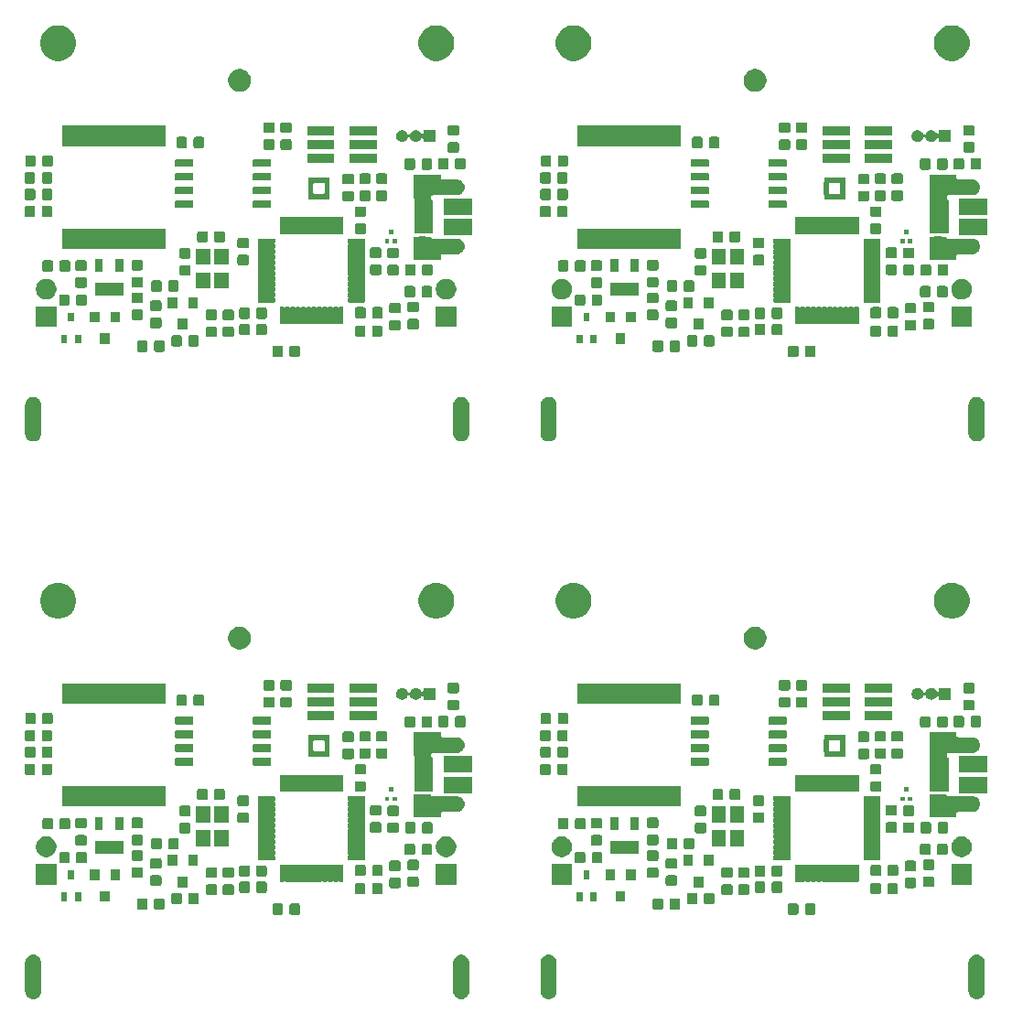
<source format=gbr>
G04 #@! TF.GenerationSoftware,KiCad,Pcbnew,5.1.4*
G04 #@! TF.CreationDate,2019-09-20T10:22:23+02:00*
G04 #@! TF.ProjectId,panel,70616e65-6c2e-46b6-9963-61645f706362,0.1*
G04 #@! TF.SameCoordinates,Original*
G04 #@! TF.FileFunction,Soldermask,Bot*
G04 #@! TF.FilePolarity,Negative*
%FSLAX46Y46*%
G04 Gerber Fmt 4.6, Leading zero omitted, Abs format (unit mm)*
G04 Created by KiCad (PCBNEW 5.1.4) date 2019-09-20 10:22:23*
%MOMM*%
%LPD*%
G04 APERTURE LIST*
%ADD10C,0.100000*%
G04 APERTURE END LIST*
D10*
G36*
X67747221Y-165359867D02*
G01*
X67888785Y-165402810D01*
X68019251Y-165472546D01*
X68069415Y-165513714D01*
X68133607Y-165566394D01*
X68190784Y-165636066D01*
X68227454Y-165680748D01*
X68297190Y-165811214D01*
X68340133Y-165952778D01*
X68351000Y-166063113D01*
X68351000Y-168736887D01*
X68340133Y-168847222D01*
X68297190Y-168988786D01*
X68227454Y-169119252D01*
X68203008Y-169149040D01*
X68133607Y-169233607D01*
X68049040Y-169303008D01*
X68019252Y-169327454D01*
X67888786Y-169397190D01*
X67747222Y-169440133D01*
X67600000Y-169454633D01*
X67452779Y-169440133D01*
X67311215Y-169397190D01*
X67180749Y-169327454D01*
X67150961Y-169303008D01*
X67066394Y-169233607D01*
X66996993Y-169149040D01*
X66972547Y-169119252D01*
X66902811Y-168988786D01*
X66859868Y-168847222D01*
X66849001Y-168736887D01*
X66849000Y-166063114D01*
X66859867Y-165952779D01*
X66902810Y-165811215D01*
X66972546Y-165680749D01*
X67013714Y-165630585D01*
X67066394Y-165566393D01*
X67136066Y-165509216D01*
X67180748Y-165472546D01*
X67311214Y-165402810D01*
X67452778Y-165359867D01*
X67600000Y-165345367D01*
X67747221Y-165359867D01*
X67747221Y-165359867D01*
G37*
G36*
X107347222Y-165359867D02*
G01*
X107488786Y-165402810D01*
X107619252Y-165472546D01*
X107649040Y-165496992D01*
X107733607Y-165566393D01*
X107803008Y-165650960D01*
X107827454Y-165680748D01*
X107897190Y-165811214D01*
X107940133Y-165952778D01*
X107951000Y-166063113D01*
X107951000Y-168736887D01*
X107940133Y-168847222D01*
X107897190Y-168988786D01*
X107827454Y-169119252D01*
X107790784Y-169163934D01*
X107733607Y-169233606D01*
X107669415Y-169286286D01*
X107619251Y-169327454D01*
X107488785Y-169397190D01*
X107347221Y-169440133D01*
X107200000Y-169454633D01*
X107052778Y-169440133D01*
X106911214Y-169397190D01*
X106780748Y-169327454D01*
X106736066Y-169290784D01*
X106666394Y-169233607D01*
X106572547Y-169119252D01*
X106572546Y-169119251D01*
X106502810Y-168988785D01*
X106459867Y-168847221D01*
X106449000Y-168736886D01*
X106449001Y-166063113D01*
X106459868Y-165952778D01*
X106502811Y-165811214D01*
X106572547Y-165680748D01*
X106596993Y-165650960D01*
X106666394Y-165566393D01*
X106750961Y-165496992D01*
X106780749Y-165472546D01*
X106911215Y-165402810D01*
X107052779Y-165359867D01*
X107200000Y-165345367D01*
X107347222Y-165359867D01*
X107347222Y-165359867D01*
G37*
G36*
X115447221Y-165359867D02*
G01*
X115588785Y-165402810D01*
X115719251Y-165472546D01*
X115769415Y-165513714D01*
X115833607Y-165566394D01*
X115890784Y-165636066D01*
X115927454Y-165680748D01*
X115997190Y-165811214D01*
X116040133Y-165952778D01*
X116051000Y-166063113D01*
X116051000Y-168736887D01*
X116040133Y-168847222D01*
X115997190Y-168988786D01*
X115927454Y-169119252D01*
X115903008Y-169149040D01*
X115833607Y-169233607D01*
X115749040Y-169303008D01*
X115719252Y-169327454D01*
X115588786Y-169397190D01*
X115447222Y-169440133D01*
X115300000Y-169454633D01*
X115152779Y-169440133D01*
X115011215Y-169397190D01*
X114880749Y-169327454D01*
X114850961Y-169303008D01*
X114766394Y-169233607D01*
X114696993Y-169149040D01*
X114672547Y-169119252D01*
X114602811Y-168988786D01*
X114559868Y-168847222D01*
X114549001Y-168736887D01*
X114549000Y-166063114D01*
X114559867Y-165952779D01*
X114602810Y-165811215D01*
X114672546Y-165680749D01*
X114713714Y-165630585D01*
X114766394Y-165566393D01*
X114836066Y-165509216D01*
X114880748Y-165472546D01*
X115011214Y-165402810D01*
X115152778Y-165359867D01*
X115300000Y-165345367D01*
X115447221Y-165359867D01*
X115447221Y-165359867D01*
G37*
G36*
X155047222Y-165359867D02*
G01*
X155188786Y-165402810D01*
X155319252Y-165472546D01*
X155349040Y-165496992D01*
X155433607Y-165566393D01*
X155503008Y-165650960D01*
X155527454Y-165680748D01*
X155597190Y-165811214D01*
X155640133Y-165952778D01*
X155651000Y-166063113D01*
X155651000Y-168736887D01*
X155640133Y-168847222D01*
X155597190Y-168988786D01*
X155527454Y-169119252D01*
X155490784Y-169163934D01*
X155433607Y-169233606D01*
X155369415Y-169286286D01*
X155319251Y-169327454D01*
X155188785Y-169397190D01*
X155047221Y-169440133D01*
X154900000Y-169454633D01*
X154752778Y-169440133D01*
X154611214Y-169397190D01*
X154480748Y-169327454D01*
X154436066Y-169290784D01*
X154366394Y-169233607D01*
X154272547Y-169119252D01*
X154272546Y-169119251D01*
X154202810Y-168988785D01*
X154159867Y-168847221D01*
X154149000Y-168736886D01*
X154149001Y-166063113D01*
X154159868Y-165952778D01*
X154202811Y-165811214D01*
X154272547Y-165680748D01*
X154296993Y-165650960D01*
X154366394Y-165566393D01*
X154450961Y-165496992D01*
X154480749Y-165472546D01*
X154611215Y-165402810D01*
X154752779Y-165359867D01*
X154900000Y-165345367D01*
X155047222Y-165359867D01*
X155047222Y-165359867D01*
G37*
G36*
X90567091Y-160603085D02*
G01*
X90601069Y-160613393D01*
X90632390Y-160630134D01*
X90659839Y-160652661D01*
X90682366Y-160680110D01*
X90699107Y-160711431D01*
X90709415Y-160745409D01*
X90713500Y-160786890D01*
X90713500Y-161463110D01*
X90709415Y-161504591D01*
X90699107Y-161538569D01*
X90682366Y-161569890D01*
X90659839Y-161597339D01*
X90632390Y-161619866D01*
X90601069Y-161636607D01*
X90567091Y-161646915D01*
X90525610Y-161651000D01*
X89924390Y-161651000D01*
X89882909Y-161646915D01*
X89848931Y-161636607D01*
X89817610Y-161619866D01*
X89790161Y-161597339D01*
X89767634Y-161569890D01*
X89750893Y-161538569D01*
X89740585Y-161504591D01*
X89736500Y-161463110D01*
X89736500Y-160786890D01*
X89740585Y-160745409D01*
X89750893Y-160711431D01*
X89767634Y-160680110D01*
X89790161Y-160652661D01*
X89817610Y-160630134D01*
X89848931Y-160613393D01*
X89882909Y-160603085D01*
X89924390Y-160599000D01*
X90525610Y-160599000D01*
X90567091Y-160603085D01*
X90567091Y-160603085D01*
G37*
G36*
X92142091Y-160603085D02*
G01*
X92176069Y-160613393D01*
X92207390Y-160630134D01*
X92234839Y-160652661D01*
X92257366Y-160680110D01*
X92274107Y-160711431D01*
X92284415Y-160745409D01*
X92288500Y-160786890D01*
X92288500Y-161463110D01*
X92284415Y-161504591D01*
X92274107Y-161538569D01*
X92257366Y-161569890D01*
X92234839Y-161597339D01*
X92207390Y-161619866D01*
X92176069Y-161636607D01*
X92142091Y-161646915D01*
X92100610Y-161651000D01*
X91499390Y-161651000D01*
X91457909Y-161646915D01*
X91423931Y-161636607D01*
X91392610Y-161619866D01*
X91365161Y-161597339D01*
X91342634Y-161569890D01*
X91325893Y-161538569D01*
X91315585Y-161504591D01*
X91311500Y-161463110D01*
X91311500Y-160786890D01*
X91315585Y-160745409D01*
X91325893Y-160711431D01*
X91342634Y-160680110D01*
X91365161Y-160652661D01*
X91392610Y-160630134D01*
X91423931Y-160613393D01*
X91457909Y-160603085D01*
X91499390Y-160599000D01*
X92100610Y-160599000D01*
X92142091Y-160603085D01*
X92142091Y-160603085D01*
G37*
G36*
X139842091Y-160603085D02*
G01*
X139876069Y-160613393D01*
X139907390Y-160630134D01*
X139934839Y-160652661D01*
X139957366Y-160680110D01*
X139974107Y-160711431D01*
X139984415Y-160745409D01*
X139988500Y-160786890D01*
X139988500Y-161463110D01*
X139984415Y-161504591D01*
X139974107Y-161538569D01*
X139957366Y-161569890D01*
X139934839Y-161597339D01*
X139907390Y-161619866D01*
X139876069Y-161636607D01*
X139842091Y-161646915D01*
X139800610Y-161651000D01*
X139199390Y-161651000D01*
X139157909Y-161646915D01*
X139123931Y-161636607D01*
X139092610Y-161619866D01*
X139065161Y-161597339D01*
X139042634Y-161569890D01*
X139025893Y-161538569D01*
X139015585Y-161504591D01*
X139011500Y-161463110D01*
X139011500Y-160786890D01*
X139015585Y-160745409D01*
X139025893Y-160711431D01*
X139042634Y-160680110D01*
X139065161Y-160652661D01*
X139092610Y-160630134D01*
X139123931Y-160613393D01*
X139157909Y-160603085D01*
X139199390Y-160599000D01*
X139800610Y-160599000D01*
X139842091Y-160603085D01*
X139842091Y-160603085D01*
G37*
G36*
X138267091Y-160603085D02*
G01*
X138301069Y-160613393D01*
X138332390Y-160630134D01*
X138359839Y-160652661D01*
X138382366Y-160680110D01*
X138399107Y-160711431D01*
X138409415Y-160745409D01*
X138413500Y-160786890D01*
X138413500Y-161463110D01*
X138409415Y-161504591D01*
X138399107Y-161538569D01*
X138382366Y-161569890D01*
X138359839Y-161597339D01*
X138332390Y-161619866D01*
X138301069Y-161636607D01*
X138267091Y-161646915D01*
X138225610Y-161651000D01*
X137624390Y-161651000D01*
X137582909Y-161646915D01*
X137548931Y-161636607D01*
X137517610Y-161619866D01*
X137490161Y-161597339D01*
X137467634Y-161569890D01*
X137450893Y-161538569D01*
X137440585Y-161504591D01*
X137436500Y-161463110D01*
X137436500Y-160786890D01*
X137440585Y-160745409D01*
X137450893Y-160711431D01*
X137467634Y-160680110D01*
X137490161Y-160652661D01*
X137517610Y-160630134D01*
X137548931Y-160613393D01*
X137582909Y-160603085D01*
X137624390Y-160599000D01*
X138225610Y-160599000D01*
X138267091Y-160603085D01*
X138267091Y-160603085D01*
G37*
G36*
X125742091Y-160128085D02*
G01*
X125776069Y-160138393D01*
X125807390Y-160155134D01*
X125834839Y-160177661D01*
X125857366Y-160205110D01*
X125874107Y-160236431D01*
X125884415Y-160270409D01*
X125888500Y-160311890D01*
X125888500Y-160988110D01*
X125884415Y-161029591D01*
X125874107Y-161063569D01*
X125857366Y-161094890D01*
X125834839Y-161122339D01*
X125807390Y-161144866D01*
X125776069Y-161161607D01*
X125742091Y-161171915D01*
X125700610Y-161176000D01*
X125099390Y-161176000D01*
X125057909Y-161171915D01*
X125023931Y-161161607D01*
X124992610Y-161144866D01*
X124965161Y-161122339D01*
X124942634Y-161094890D01*
X124925893Y-161063569D01*
X124915585Y-161029591D01*
X124911500Y-160988110D01*
X124911500Y-160311890D01*
X124915585Y-160270409D01*
X124925893Y-160236431D01*
X124942634Y-160205110D01*
X124965161Y-160177661D01*
X124992610Y-160155134D01*
X125023931Y-160138393D01*
X125057909Y-160128085D01*
X125099390Y-160124000D01*
X125700610Y-160124000D01*
X125742091Y-160128085D01*
X125742091Y-160128085D01*
G37*
G36*
X78042091Y-160128085D02*
G01*
X78076069Y-160138393D01*
X78107390Y-160155134D01*
X78134839Y-160177661D01*
X78157366Y-160205110D01*
X78174107Y-160236431D01*
X78184415Y-160270409D01*
X78188500Y-160311890D01*
X78188500Y-160988110D01*
X78184415Y-161029591D01*
X78174107Y-161063569D01*
X78157366Y-161094890D01*
X78134839Y-161122339D01*
X78107390Y-161144866D01*
X78076069Y-161161607D01*
X78042091Y-161171915D01*
X78000610Y-161176000D01*
X77399390Y-161176000D01*
X77357909Y-161171915D01*
X77323931Y-161161607D01*
X77292610Y-161144866D01*
X77265161Y-161122339D01*
X77242634Y-161094890D01*
X77225893Y-161063569D01*
X77215585Y-161029591D01*
X77211500Y-160988110D01*
X77211500Y-160311890D01*
X77215585Y-160270409D01*
X77225893Y-160236431D01*
X77242634Y-160205110D01*
X77265161Y-160177661D01*
X77292610Y-160155134D01*
X77323931Y-160138393D01*
X77357909Y-160128085D01*
X77399390Y-160124000D01*
X78000610Y-160124000D01*
X78042091Y-160128085D01*
X78042091Y-160128085D01*
G37*
G36*
X79617091Y-160128085D02*
G01*
X79651069Y-160138393D01*
X79682390Y-160155134D01*
X79709839Y-160177661D01*
X79732366Y-160205110D01*
X79749107Y-160236431D01*
X79759415Y-160270409D01*
X79763500Y-160311890D01*
X79763500Y-160988110D01*
X79759415Y-161029591D01*
X79749107Y-161063569D01*
X79732366Y-161094890D01*
X79709839Y-161122339D01*
X79682390Y-161144866D01*
X79651069Y-161161607D01*
X79617091Y-161171915D01*
X79575610Y-161176000D01*
X78974390Y-161176000D01*
X78932909Y-161171915D01*
X78898931Y-161161607D01*
X78867610Y-161144866D01*
X78840161Y-161122339D01*
X78817634Y-161094890D01*
X78800893Y-161063569D01*
X78790585Y-161029591D01*
X78786500Y-160988110D01*
X78786500Y-160311890D01*
X78790585Y-160270409D01*
X78800893Y-160236431D01*
X78817634Y-160205110D01*
X78840161Y-160177661D01*
X78867610Y-160155134D01*
X78898931Y-160138393D01*
X78932909Y-160128085D01*
X78974390Y-160124000D01*
X79575610Y-160124000D01*
X79617091Y-160128085D01*
X79617091Y-160128085D01*
G37*
G36*
X127317091Y-160128085D02*
G01*
X127351069Y-160138393D01*
X127382390Y-160155134D01*
X127409839Y-160177661D01*
X127432366Y-160205110D01*
X127449107Y-160236431D01*
X127459415Y-160270409D01*
X127463500Y-160311890D01*
X127463500Y-160988110D01*
X127459415Y-161029591D01*
X127449107Y-161063569D01*
X127432366Y-161094890D01*
X127409839Y-161122339D01*
X127382390Y-161144866D01*
X127351069Y-161161607D01*
X127317091Y-161171915D01*
X127275610Y-161176000D01*
X126674390Y-161176000D01*
X126632909Y-161171915D01*
X126598931Y-161161607D01*
X126567610Y-161144866D01*
X126540161Y-161122339D01*
X126517634Y-161094890D01*
X126500893Y-161063569D01*
X126490585Y-161029591D01*
X126486500Y-160988110D01*
X126486500Y-160311890D01*
X126490585Y-160270409D01*
X126500893Y-160236431D01*
X126517634Y-160205110D01*
X126540161Y-160177661D01*
X126567610Y-160155134D01*
X126598931Y-160138393D01*
X126632909Y-160128085D01*
X126674390Y-160124000D01*
X127275610Y-160124000D01*
X127317091Y-160128085D01*
X127317091Y-160128085D01*
G37*
G36*
X82792091Y-159628085D02*
G01*
X82826069Y-159638393D01*
X82857390Y-159655134D01*
X82884839Y-159677661D01*
X82907366Y-159705110D01*
X82924107Y-159736431D01*
X82934415Y-159770409D01*
X82938500Y-159811890D01*
X82938500Y-160488110D01*
X82934415Y-160529591D01*
X82924107Y-160563569D01*
X82907366Y-160594890D01*
X82884839Y-160622339D01*
X82857390Y-160644866D01*
X82826069Y-160661607D01*
X82792091Y-160671915D01*
X82750610Y-160676000D01*
X82149390Y-160676000D01*
X82107909Y-160671915D01*
X82073931Y-160661607D01*
X82042610Y-160644866D01*
X82015161Y-160622339D01*
X81992634Y-160594890D01*
X81975893Y-160563569D01*
X81965585Y-160529591D01*
X81961500Y-160488110D01*
X81961500Y-159811890D01*
X81965585Y-159770409D01*
X81975893Y-159736431D01*
X81992634Y-159705110D01*
X82015161Y-159677661D01*
X82042610Y-159655134D01*
X82073931Y-159638393D01*
X82107909Y-159628085D01*
X82149390Y-159624000D01*
X82750610Y-159624000D01*
X82792091Y-159628085D01*
X82792091Y-159628085D01*
G37*
G36*
X128917091Y-159628085D02*
G01*
X128951069Y-159638393D01*
X128982390Y-159655134D01*
X129009839Y-159677661D01*
X129032366Y-159705110D01*
X129049107Y-159736431D01*
X129059415Y-159770409D01*
X129063500Y-159811890D01*
X129063500Y-160488110D01*
X129059415Y-160529591D01*
X129049107Y-160563569D01*
X129032366Y-160594890D01*
X129009839Y-160622339D01*
X128982390Y-160644866D01*
X128951069Y-160661607D01*
X128917091Y-160671915D01*
X128875610Y-160676000D01*
X128274390Y-160676000D01*
X128232909Y-160671915D01*
X128198931Y-160661607D01*
X128167610Y-160644866D01*
X128140161Y-160622339D01*
X128117634Y-160594890D01*
X128100893Y-160563569D01*
X128090585Y-160529591D01*
X128086500Y-160488110D01*
X128086500Y-159811890D01*
X128090585Y-159770409D01*
X128100893Y-159736431D01*
X128117634Y-159705110D01*
X128140161Y-159677661D01*
X128167610Y-159655134D01*
X128198931Y-159638393D01*
X128232909Y-159628085D01*
X128274390Y-159624000D01*
X128875610Y-159624000D01*
X128917091Y-159628085D01*
X128917091Y-159628085D01*
G37*
G36*
X81217091Y-159628085D02*
G01*
X81251069Y-159638393D01*
X81282390Y-159655134D01*
X81309839Y-159677661D01*
X81332366Y-159705110D01*
X81349107Y-159736431D01*
X81359415Y-159770409D01*
X81363500Y-159811890D01*
X81363500Y-160488110D01*
X81359415Y-160529591D01*
X81349107Y-160563569D01*
X81332366Y-160594890D01*
X81309839Y-160622339D01*
X81282390Y-160644866D01*
X81251069Y-160661607D01*
X81217091Y-160671915D01*
X81175610Y-160676000D01*
X80574390Y-160676000D01*
X80532909Y-160671915D01*
X80498931Y-160661607D01*
X80467610Y-160644866D01*
X80440161Y-160622339D01*
X80417634Y-160594890D01*
X80400893Y-160563569D01*
X80390585Y-160529591D01*
X80386500Y-160488110D01*
X80386500Y-159811890D01*
X80390585Y-159770409D01*
X80400893Y-159736431D01*
X80417634Y-159705110D01*
X80440161Y-159677661D01*
X80467610Y-159655134D01*
X80498931Y-159638393D01*
X80532909Y-159628085D01*
X80574390Y-159624000D01*
X81175610Y-159624000D01*
X81217091Y-159628085D01*
X81217091Y-159628085D01*
G37*
G36*
X130492091Y-159628085D02*
G01*
X130526069Y-159638393D01*
X130557390Y-159655134D01*
X130584839Y-159677661D01*
X130607366Y-159705110D01*
X130624107Y-159736431D01*
X130634415Y-159770409D01*
X130638500Y-159811890D01*
X130638500Y-160488110D01*
X130634415Y-160529591D01*
X130624107Y-160563569D01*
X130607366Y-160594890D01*
X130584839Y-160622339D01*
X130557390Y-160644866D01*
X130526069Y-160661607D01*
X130492091Y-160671915D01*
X130450610Y-160676000D01*
X129849390Y-160676000D01*
X129807909Y-160671915D01*
X129773931Y-160661607D01*
X129742610Y-160644866D01*
X129715161Y-160622339D01*
X129692634Y-160594890D01*
X129675893Y-160563569D01*
X129665585Y-160529591D01*
X129661500Y-160488110D01*
X129661500Y-159811890D01*
X129665585Y-159770409D01*
X129675893Y-159736431D01*
X129692634Y-159705110D01*
X129715161Y-159677661D01*
X129742610Y-159655134D01*
X129773931Y-159638393D01*
X129807909Y-159628085D01*
X129849390Y-159624000D01*
X130450610Y-159624000D01*
X130492091Y-159628085D01*
X130492091Y-159628085D01*
G37*
G36*
X74701000Y-160451000D02*
G01*
X73799000Y-160451000D01*
X73799000Y-159449000D01*
X74701000Y-159449000D01*
X74701000Y-160451000D01*
X74701000Y-160451000D01*
G37*
G36*
X122401000Y-160451000D02*
G01*
X121499000Y-160451000D01*
X121499000Y-159449000D01*
X122401000Y-159449000D01*
X122401000Y-160451000D01*
X122401000Y-160451000D01*
G37*
G36*
X72026000Y-160376000D02*
G01*
X71474000Y-160376000D01*
X71474000Y-159574000D01*
X72026000Y-159574000D01*
X72026000Y-160376000D01*
X72026000Y-160376000D01*
G37*
G36*
X119726000Y-160376000D02*
G01*
X119174000Y-160376000D01*
X119174000Y-159574000D01*
X119726000Y-159574000D01*
X119726000Y-160376000D01*
X119726000Y-160376000D01*
G37*
G36*
X70726000Y-160376000D02*
G01*
X70174000Y-160376000D01*
X70174000Y-159574000D01*
X70726000Y-159574000D01*
X70726000Y-160376000D01*
X70726000Y-160376000D01*
G37*
G36*
X118426000Y-160376000D02*
G01*
X117874000Y-160376000D01*
X117874000Y-159574000D01*
X118426000Y-159574000D01*
X118426000Y-160376000D01*
X118426000Y-160376000D01*
G37*
G36*
X133729591Y-158840585D02*
G01*
X133763569Y-158850893D01*
X133794890Y-158867634D01*
X133822339Y-158890161D01*
X133844866Y-158917610D01*
X133861607Y-158948931D01*
X133871915Y-158982909D01*
X133876000Y-159024390D01*
X133876000Y-159625610D01*
X133871915Y-159667091D01*
X133861607Y-159701069D01*
X133844866Y-159732390D01*
X133822339Y-159759839D01*
X133794890Y-159782366D01*
X133763569Y-159799107D01*
X133729591Y-159809415D01*
X133688110Y-159813500D01*
X133011890Y-159813500D01*
X132970409Y-159809415D01*
X132936431Y-159799107D01*
X132905110Y-159782366D01*
X132877661Y-159759839D01*
X132855134Y-159732390D01*
X132838393Y-159701069D01*
X132828085Y-159667091D01*
X132824000Y-159625610D01*
X132824000Y-159024390D01*
X132828085Y-158982909D01*
X132838393Y-158948931D01*
X132855134Y-158917610D01*
X132877661Y-158890161D01*
X132905110Y-158867634D01*
X132936431Y-158850893D01*
X132970409Y-158840585D01*
X133011890Y-158836500D01*
X133688110Y-158836500D01*
X133729591Y-158840585D01*
X133729591Y-158840585D01*
G37*
G36*
X84479591Y-158840585D02*
G01*
X84513569Y-158850893D01*
X84544890Y-158867634D01*
X84572339Y-158890161D01*
X84594866Y-158917610D01*
X84611607Y-158948931D01*
X84621915Y-158982909D01*
X84626000Y-159024390D01*
X84626000Y-159625610D01*
X84621915Y-159667091D01*
X84611607Y-159701069D01*
X84594866Y-159732390D01*
X84572339Y-159759839D01*
X84544890Y-159782366D01*
X84513569Y-159799107D01*
X84479591Y-159809415D01*
X84438110Y-159813500D01*
X83761890Y-159813500D01*
X83720409Y-159809415D01*
X83686431Y-159799107D01*
X83655110Y-159782366D01*
X83627661Y-159759839D01*
X83605134Y-159732390D01*
X83588393Y-159701069D01*
X83578085Y-159667091D01*
X83574000Y-159625610D01*
X83574000Y-159024390D01*
X83578085Y-158982909D01*
X83588393Y-158948931D01*
X83605134Y-158917610D01*
X83627661Y-158890161D01*
X83655110Y-158867634D01*
X83686431Y-158850893D01*
X83720409Y-158840585D01*
X83761890Y-158836500D01*
X84438110Y-158836500D01*
X84479591Y-158840585D01*
X84479591Y-158840585D01*
G37*
G36*
X132179591Y-158840585D02*
G01*
X132213569Y-158850893D01*
X132244890Y-158867634D01*
X132272339Y-158890161D01*
X132294866Y-158917610D01*
X132311607Y-158948931D01*
X132321915Y-158982909D01*
X132326000Y-159024390D01*
X132326000Y-159625610D01*
X132321915Y-159667091D01*
X132311607Y-159701069D01*
X132294866Y-159732390D01*
X132272339Y-159759839D01*
X132244890Y-159782366D01*
X132213569Y-159799107D01*
X132179591Y-159809415D01*
X132138110Y-159813500D01*
X131461890Y-159813500D01*
X131420409Y-159809415D01*
X131386431Y-159799107D01*
X131355110Y-159782366D01*
X131327661Y-159759839D01*
X131305134Y-159732390D01*
X131288393Y-159701069D01*
X131278085Y-159667091D01*
X131274000Y-159625610D01*
X131274000Y-159024390D01*
X131278085Y-158982909D01*
X131288393Y-158948931D01*
X131305134Y-158917610D01*
X131327661Y-158890161D01*
X131355110Y-158867634D01*
X131386431Y-158850893D01*
X131420409Y-158840585D01*
X131461890Y-158836500D01*
X132138110Y-158836500D01*
X132179591Y-158840585D01*
X132179591Y-158840585D01*
G37*
G36*
X86029591Y-158840585D02*
G01*
X86063569Y-158850893D01*
X86094890Y-158867634D01*
X86122339Y-158890161D01*
X86144866Y-158917610D01*
X86161607Y-158948931D01*
X86171915Y-158982909D01*
X86176000Y-159024390D01*
X86176000Y-159625610D01*
X86171915Y-159667091D01*
X86161607Y-159701069D01*
X86144866Y-159732390D01*
X86122339Y-159759839D01*
X86094890Y-159782366D01*
X86063569Y-159799107D01*
X86029591Y-159809415D01*
X85988110Y-159813500D01*
X85311890Y-159813500D01*
X85270409Y-159809415D01*
X85236431Y-159799107D01*
X85205110Y-159782366D01*
X85177661Y-159759839D01*
X85155134Y-159732390D01*
X85138393Y-159701069D01*
X85128085Y-159667091D01*
X85124000Y-159625610D01*
X85124000Y-159024390D01*
X85128085Y-158982909D01*
X85138393Y-158948931D01*
X85155134Y-158917610D01*
X85177661Y-158890161D01*
X85205110Y-158867634D01*
X85236431Y-158850893D01*
X85270409Y-158840585D01*
X85311890Y-158836500D01*
X85988110Y-158836500D01*
X86029591Y-158840585D01*
X86029591Y-158840585D01*
G37*
G36*
X99779591Y-158728085D02*
G01*
X99813569Y-158738393D01*
X99844890Y-158755134D01*
X99872339Y-158777661D01*
X99894866Y-158805110D01*
X99911607Y-158836431D01*
X99921915Y-158870409D01*
X99926000Y-158911890D01*
X99926000Y-159588110D01*
X99921915Y-159629591D01*
X99911607Y-159663569D01*
X99894866Y-159694890D01*
X99872339Y-159722339D01*
X99844890Y-159744866D01*
X99813569Y-159761607D01*
X99779591Y-159771915D01*
X99738110Y-159776000D01*
X99136890Y-159776000D01*
X99095409Y-159771915D01*
X99061431Y-159761607D01*
X99030110Y-159744866D01*
X99002661Y-159722339D01*
X98980134Y-159694890D01*
X98963393Y-159663569D01*
X98953085Y-159629591D01*
X98949000Y-159588110D01*
X98949000Y-158911890D01*
X98953085Y-158870409D01*
X98963393Y-158836431D01*
X98980134Y-158805110D01*
X99002661Y-158777661D01*
X99030110Y-158755134D01*
X99061431Y-158738393D01*
X99095409Y-158728085D01*
X99136890Y-158724000D01*
X99738110Y-158724000D01*
X99779591Y-158728085D01*
X99779591Y-158728085D01*
G37*
G36*
X98204591Y-158728085D02*
G01*
X98238569Y-158738393D01*
X98269890Y-158755134D01*
X98297339Y-158777661D01*
X98319866Y-158805110D01*
X98336607Y-158836431D01*
X98346915Y-158870409D01*
X98351000Y-158911890D01*
X98351000Y-159588110D01*
X98346915Y-159629591D01*
X98336607Y-159663569D01*
X98319866Y-159694890D01*
X98297339Y-159722339D01*
X98269890Y-159744866D01*
X98238569Y-159761607D01*
X98204591Y-159771915D01*
X98163110Y-159776000D01*
X97561890Y-159776000D01*
X97520409Y-159771915D01*
X97486431Y-159761607D01*
X97455110Y-159744866D01*
X97427661Y-159722339D01*
X97405134Y-159694890D01*
X97388393Y-159663569D01*
X97378085Y-159629591D01*
X97374000Y-159588110D01*
X97374000Y-158911890D01*
X97378085Y-158870409D01*
X97388393Y-158836431D01*
X97405134Y-158805110D01*
X97427661Y-158777661D01*
X97455110Y-158755134D01*
X97486431Y-158738393D01*
X97520409Y-158728085D01*
X97561890Y-158724000D01*
X98163110Y-158724000D01*
X98204591Y-158728085D01*
X98204591Y-158728085D01*
G37*
G36*
X147479591Y-158728085D02*
G01*
X147513569Y-158738393D01*
X147544890Y-158755134D01*
X147572339Y-158777661D01*
X147594866Y-158805110D01*
X147611607Y-158836431D01*
X147621915Y-158870409D01*
X147626000Y-158911890D01*
X147626000Y-159588110D01*
X147621915Y-159629591D01*
X147611607Y-159663569D01*
X147594866Y-159694890D01*
X147572339Y-159722339D01*
X147544890Y-159744866D01*
X147513569Y-159761607D01*
X147479591Y-159771915D01*
X147438110Y-159776000D01*
X146836890Y-159776000D01*
X146795409Y-159771915D01*
X146761431Y-159761607D01*
X146730110Y-159744866D01*
X146702661Y-159722339D01*
X146680134Y-159694890D01*
X146663393Y-159663569D01*
X146653085Y-159629591D01*
X146649000Y-159588110D01*
X146649000Y-158911890D01*
X146653085Y-158870409D01*
X146663393Y-158836431D01*
X146680134Y-158805110D01*
X146702661Y-158777661D01*
X146730110Y-158755134D01*
X146761431Y-158738393D01*
X146795409Y-158728085D01*
X146836890Y-158724000D01*
X147438110Y-158724000D01*
X147479591Y-158728085D01*
X147479591Y-158728085D01*
G37*
G36*
X145904591Y-158728085D02*
G01*
X145938569Y-158738393D01*
X145969890Y-158755134D01*
X145997339Y-158777661D01*
X146019866Y-158805110D01*
X146036607Y-158836431D01*
X146046915Y-158870409D01*
X146051000Y-158911890D01*
X146051000Y-159588110D01*
X146046915Y-159629591D01*
X146036607Y-159663569D01*
X146019866Y-159694890D01*
X145997339Y-159722339D01*
X145969890Y-159744866D01*
X145938569Y-159761607D01*
X145904591Y-159771915D01*
X145863110Y-159776000D01*
X145261890Y-159776000D01*
X145220409Y-159771915D01*
X145186431Y-159761607D01*
X145155110Y-159744866D01*
X145127661Y-159722339D01*
X145105134Y-159694890D01*
X145088393Y-159663569D01*
X145078085Y-159629591D01*
X145074000Y-159588110D01*
X145074000Y-158911890D01*
X145078085Y-158870409D01*
X145088393Y-158836431D01*
X145105134Y-158805110D01*
X145127661Y-158777661D01*
X145155110Y-158755134D01*
X145186431Y-158738393D01*
X145220409Y-158728085D01*
X145261890Y-158724000D01*
X145863110Y-158724000D01*
X145904591Y-158728085D01*
X145904591Y-158728085D01*
G37*
G36*
X89067091Y-158578085D02*
G01*
X89101069Y-158588393D01*
X89132390Y-158605134D01*
X89159839Y-158627661D01*
X89182366Y-158655110D01*
X89199107Y-158686431D01*
X89209415Y-158720409D01*
X89213500Y-158761890D01*
X89213500Y-159438110D01*
X89209415Y-159479591D01*
X89199107Y-159513569D01*
X89182366Y-159544890D01*
X89159839Y-159572339D01*
X89132390Y-159594866D01*
X89101069Y-159611607D01*
X89067091Y-159621915D01*
X89025610Y-159626000D01*
X88424390Y-159626000D01*
X88382909Y-159621915D01*
X88348931Y-159611607D01*
X88317610Y-159594866D01*
X88290161Y-159572339D01*
X88267634Y-159544890D01*
X88250893Y-159513569D01*
X88240585Y-159479591D01*
X88236500Y-159438110D01*
X88236500Y-158761890D01*
X88240585Y-158720409D01*
X88250893Y-158686431D01*
X88267634Y-158655110D01*
X88290161Y-158627661D01*
X88317610Y-158605134D01*
X88348931Y-158588393D01*
X88382909Y-158578085D01*
X88424390Y-158574000D01*
X89025610Y-158574000D01*
X89067091Y-158578085D01*
X89067091Y-158578085D01*
G37*
G36*
X135192091Y-158578085D02*
G01*
X135226069Y-158588393D01*
X135257390Y-158605134D01*
X135284839Y-158627661D01*
X135307366Y-158655110D01*
X135324107Y-158686431D01*
X135334415Y-158720409D01*
X135338500Y-158761890D01*
X135338500Y-159438110D01*
X135334415Y-159479591D01*
X135324107Y-159513569D01*
X135307366Y-159544890D01*
X135284839Y-159572339D01*
X135257390Y-159594866D01*
X135226069Y-159611607D01*
X135192091Y-159621915D01*
X135150610Y-159626000D01*
X134549390Y-159626000D01*
X134507909Y-159621915D01*
X134473931Y-159611607D01*
X134442610Y-159594866D01*
X134415161Y-159572339D01*
X134392634Y-159544890D01*
X134375893Y-159513569D01*
X134365585Y-159479591D01*
X134361500Y-159438110D01*
X134361500Y-158761890D01*
X134365585Y-158720409D01*
X134375893Y-158686431D01*
X134392634Y-158655110D01*
X134415161Y-158627661D01*
X134442610Y-158605134D01*
X134473931Y-158588393D01*
X134507909Y-158578085D01*
X134549390Y-158574000D01*
X135150610Y-158574000D01*
X135192091Y-158578085D01*
X135192091Y-158578085D01*
G37*
G36*
X136767091Y-158578085D02*
G01*
X136801069Y-158588393D01*
X136832390Y-158605134D01*
X136859839Y-158627661D01*
X136882366Y-158655110D01*
X136899107Y-158686431D01*
X136909415Y-158720409D01*
X136913500Y-158761890D01*
X136913500Y-159438110D01*
X136909415Y-159479591D01*
X136899107Y-159513569D01*
X136882366Y-159544890D01*
X136859839Y-159572339D01*
X136832390Y-159594866D01*
X136801069Y-159611607D01*
X136767091Y-159621915D01*
X136725610Y-159626000D01*
X136124390Y-159626000D01*
X136082909Y-159621915D01*
X136048931Y-159611607D01*
X136017610Y-159594866D01*
X135990161Y-159572339D01*
X135967634Y-159544890D01*
X135950893Y-159513569D01*
X135940585Y-159479591D01*
X135936500Y-159438110D01*
X135936500Y-158761890D01*
X135940585Y-158720409D01*
X135950893Y-158686431D01*
X135967634Y-158655110D01*
X135990161Y-158627661D01*
X136017610Y-158605134D01*
X136048931Y-158588393D01*
X136082909Y-158578085D01*
X136124390Y-158574000D01*
X136725610Y-158574000D01*
X136767091Y-158578085D01*
X136767091Y-158578085D01*
G37*
G36*
X87492091Y-158578085D02*
G01*
X87526069Y-158588393D01*
X87557390Y-158605134D01*
X87584839Y-158627661D01*
X87607366Y-158655110D01*
X87624107Y-158686431D01*
X87634415Y-158720409D01*
X87638500Y-158761890D01*
X87638500Y-159438110D01*
X87634415Y-159479591D01*
X87624107Y-159513569D01*
X87607366Y-159544890D01*
X87584839Y-159572339D01*
X87557390Y-159594866D01*
X87526069Y-159611607D01*
X87492091Y-159621915D01*
X87450610Y-159626000D01*
X86849390Y-159626000D01*
X86807909Y-159621915D01*
X86773931Y-159611607D01*
X86742610Y-159594866D01*
X86715161Y-159572339D01*
X86692634Y-159544890D01*
X86675893Y-159513569D01*
X86665585Y-159479591D01*
X86661500Y-159438110D01*
X86661500Y-158761890D01*
X86665585Y-158720409D01*
X86675893Y-158686431D01*
X86692634Y-158655110D01*
X86715161Y-158627661D01*
X86742610Y-158605134D01*
X86773931Y-158588393D01*
X86807909Y-158578085D01*
X86849390Y-158574000D01*
X87450610Y-158574000D01*
X87492091Y-158578085D01*
X87492091Y-158578085D01*
G37*
G36*
X101454591Y-158215585D02*
G01*
X101488569Y-158225893D01*
X101519890Y-158242634D01*
X101547339Y-158265161D01*
X101569866Y-158292610D01*
X101586607Y-158323931D01*
X101596915Y-158357909D01*
X101601000Y-158399390D01*
X101601000Y-159000610D01*
X101596915Y-159042091D01*
X101586607Y-159076069D01*
X101569866Y-159107390D01*
X101547339Y-159134839D01*
X101519890Y-159157366D01*
X101488569Y-159174107D01*
X101454591Y-159184415D01*
X101413110Y-159188500D01*
X100736890Y-159188500D01*
X100695409Y-159184415D01*
X100661431Y-159174107D01*
X100630110Y-159157366D01*
X100602661Y-159134839D01*
X100580134Y-159107390D01*
X100563393Y-159076069D01*
X100553085Y-159042091D01*
X100549000Y-159000610D01*
X100549000Y-158399390D01*
X100553085Y-158357909D01*
X100563393Y-158323931D01*
X100580134Y-158292610D01*
X100602661Y-158265161D01*
X100630110Y-158242634D01*
X100661431Y-158225893D01*
X100695409Y-158215585D01*
X100736890Y-158211500D01*
X101413110Y-158211500D01*
X101454591Y-158215585D01*
X101454591Y-158215585D01*
G37*
G36*
X149154591Y-158215585D02*
G01*
X149188569Y-158225893D01*
X149219890Y-158242634D01*
X149247339Y-158265161D01*
X149269866Y-158292610D01*
X149286607Y-158323931D01*
X149296915Y-158357909D01*
X149301000Y-158399390D01*
X149301000Y-159000610D01*
X149296915Y-159042091D01*
X149286607Y-159076069D01*
X149269866Y-159107390D01*
X149247339Y-159134839D01*
X149219890Y-159157366D01*
X149188569Y-159174107D01*
X149154591Y-159184415D01*
X149113110Y-159188500D01*
X148436890Y-159188500D01*
X148395409Y-159184415D01*
X148361431Y-159174107D01*
X148330110Y-159157366D01*
X148302661Y-159134839D01*
X148280134Y-159107390D01*
X148263393Y-159076069D01*
X148253085Y-159042091D01*
X148249000Y-159000610D01*
X148249000Y-158399390D01*
X148253085Y-158357909D01*
X148263393Y-158323931D01*
X148280134Y-158292610D01*
X148302661Y-158265161D01*
X148330110Y-158242634D01*
X148361431Y-158225893D01*
X148395409Y-158215585D01*
X148436890Y-158211500D01*
X149113110Y-158211500D01*
X149154591Y-158215585D01*
X149154591Y-158215585D01*
G37*
G36*
X81901000Y-159126000D02*
G01*
X80999000Y-159126000D01*
X80999000Y-158124000D01*
X81901000Y-158124000D01*
X81901000Y-159126000D01*
X81901000Y-159126000D01*
G37*
G36*
X129601000Y-159126000D02*
G01*
X128699000Y-159126000D01*
X128699000Y-158124000D01*
X129601000Y-158124000D01*
X129601000Y-159126000D01*
X129601000Y-159126000D01*
G37*
G36*
X150829591Y-158115585D02*
G01*
X150863569Y-158125893D01*
X150894890Y-158142634D01*
X150922339Y-158165161D01*
X150944866Y-158192610D01*
X150961607Y-158223931D01*
X150971915Y-158257909D01*
X150976000Y-158299390D01*
X150976000Y-158900610D01*
X150971915Y-158942091D01*
X150961607Y-158976069D01*
X150944866Y-159007390D01*
X150922339Y-159034839D01*
X150894890Y-159057366D01*
X150863569Y-159074107D01*
X150829591Y-159084415D01*
X150788110Y-159088500D01*
X150111890Y-159088500D01*
X150070409Y-159084415D01*
X150036431Y-159074107D01*
X150005110Y-159057366D01*
X149977661Y-159034839D01*
X149955134Y-159007390D01*
X149938393Y-158976069D01*
X149928085Y-158942091D01*
X149924000Y-158900610D01*
X149924000Y-158299390D01*
X149928085Y-158257909D01*
X149938393Y-158223931D01*
X149955134Y-158192610D01*
X149977661Y-158165161D01*
X150005110Y-158142634D01*
X150036431Y-158125893D01*
X150070409Y-158115585D01*
X150111890Y-158111500D01*
X150788110Y-158111500D01*
X150829591Y-158115585D01*
X150829591Y-158115585D01*
G37*
G36*
X103129591Y-158115585D02*
G01*
X103163569Y-158125893D01*
X103194890Y-158142634D01*
X103222339Y-158165161D01*
X103244866Y-158192610D01*
X103261607Y-158223931D01*
X103271915Y-158257909D01*
X103276000Y-158299390D01*
X103276000Y-158900610D01*
X103271915Y-158942091D01*
X103261607Y-158976069D01*
X103244866Y-159007390D01*
X103222339Y-159034839D01*
X103194890Y-159057366D01*
X103163569Y-159074107D01*
X103129591Y-159084415D01*
X103088110Y-159088500D01*
X102411890Y-159088500D01*
X102370409Y-159084415D01*
X102336431Y-159074107D01*
X102305110Y-159057366D01*
X102277661Y-159034839D01*
X102255134Y-159007390D01*
X102238393Y-158976069D01*
X102228085Y-158942091D01*
X102224000Y-158900610D01*
X102224000Y-158299390D01*
X102228085Y-158257909D01*
X102238393Y-158223931D01*
X102255134Y-158192610D01*
X102277661Y-158165161D01*
X102305110Y-158142634D01*
X102336431Y-158125893D01*
X102370409Y-158115585D01*
X102411890Y-158111500D01*
X103088110Y-158111500D01*
X103129591Y-158115585D01*
X103129591Y-158115585D01*
G37*
G36*
X79329591Y-158003085D02*
G01*
X79363569Y-158013393D01*
X79394890Y-158030134D01*
X79422339Y-158052661D01*
X79444866Y-158080110D01*
X79461607Y-158111431D01*
X79471915Y-158145409D01*
X79476000Y-158186890D01*
X79476000Y-158788110D01*
X79471915Y-158829591D01*
X79461607Y-158863569D01*
X79444866Y-158894890D01*
X79422339Y-158922339D01*
X79394890Y-158944866D01*
X79363569Y-158961607D01*
X79329591Y-158971915D01*
X79288110Y-158976000D01*
X78611890Y-158976000D01*
X78570409Y-158971915D01*
X78536431Y-158961607D01*
X78505110Y-158944866D01*
X78477661Y-158922339D01*
X78455134Y-158894890D01*
X78438393Y-158863569D01*
X78428085Y-158829591D01*
X78424000Y-158788110D01*
X78424000Y-158186890D01*
X78428085Y-158145409D01*
X78438393Y-158111431D01*
X78455134Y-158080110D01*
X78477661Y-158052661D01*
X78505110Y-158030134D01*
X78536431Y-158013393D01*
X78570409Y-158003085D01*
X78611890Y-157999000D01*
X79288110Y-157999000D01*
X79329591Y-158003085D01*
X79329591Y-158003085D01*
G37*
G36*
X127029591Y-158003085D02*
G01*
X127063569Y-158013393D01*
X127094890Y-158030134D01*
X127122339Y-158052661D01*
X127144866Y-158080110D01*
X127161607Y-158111431D01*
X127171915Y-158145409D01*
X127176000Y-158186890D01*
X127176000Y-158788110D01*
X127171915Y-158829591D01*
X127161607Y-158863569D01*
X127144866Y-158894890D01*
X127122339Y-158922339D01*
X127094890Y-158944866D01*
X127063569Y-158961607D01*
X127029591Y-158971915D01*
X126988110Y-158976000D01*
X126311890Y-158976000D01*
X126270409Y-158971915D01*
X126236431Y-158961607D01*
X126205110Y-158944866D01*
X126177661Y-158922339D01*
X126155134Y-158894890D01*
X126138393Y-158863569D01*
X126128085Y-158829591D01*
X126124000Y-158788110D01*
X126124000Y-158186890D01*
X126128085Y-158145409D01*
X126138393Y-158111431D01*
X126155134Y-158080110D01*
X126177661Y-158052661D01*
X126205110Y-158030134D01*
X126236431Y-158013393D01*
X126270409Y-158003085D01*
X126311890Y-157999000D01*
X126988110Y-157999000D01*
X127029591Y-158003085D01*
X127029591Y-158003085D01*
G37*
G36*
X117451000Y-158851000D02*
G01*
X115549000Y-158851000D01*
X115549000Y-156949000D01*
X117451000Y-156949000D01*
X117451000Y-158851000D01*
X117451000Y-158851000D01*
G37*
G36*
X69751000Y-158851000D02*
G01*
X67849000Y-158851000D01*
X67849000Y-156949000D01*
X69751000Y-156949000D01*
X69751000Y-158851000D01*
X69751000Y-158851000D01*
G37*
G36*
X154451000Y-158851000D02*
G01*
X152549000Y-158851000D01*
X152549000Y-156949000D01*
X154451000Y-156949000D01*
X154451000Y-158851000D01*
X154451000Y-158851000D01*
G37*
G36*
X106751000Y-158851000D02*
G01*
X104849000Y-158851000D01*
X104849000Y-156949000D01*
X106751000Y-156949000D01*
X106751000Y-158851000D01*
X106751000Y-158851000D01*
G37*
G36*
X90770295Y-157025323D02*
G01*
X90777309Y-157027451D01*
X90791077Y-157034810D01*
X90813716Y-157044187D01*
X90837749Y-157048967D01*
X90862253Y-157048967D01*
X90886286Y-157044186D01*
X90908923Y-157034810D01*
X90922691Y-157027451D01*
X90929705Y-157025323D01*
X90943140Y-157024000D01*
X91256860Y-157024000D01*
X91270295Y-157025323D01*
X91277309Y-157027451D01*
X91291077Y-157034810D01*
X91313716Y-157044187D01*
X91337749Y-157048967D01*
X91362253Y-157048967D01*
X91386286Y-157044186D01*
X91408923Y-157034810D01*
X91422691Y-157027451D01*
X91429705Y-157025323D01*
X91443140Y-157024000D01*
X91756860Y-157024000D01*
X91770295Y-157025323D01*
X91777309Y-157027451D01*
X91791077Y-157034810D01*
X91813716Y-157044187D01*
X91837749Y-157048967D01*
X91862253Y-157048967D01*
X91886286Y-157044186D01*
X91908923Y-157034810D01*
X91922691Y-157027451D01*
X91929705Y-157025323D01*
X91943140Y-157024000D01*
X92256860Y-157024000D01*
X92270295Y-157025323D01*
X92277309Y-157027451D01*
X92291077Y-157034810D01*
X92313716Y-157044187D01*
X92337749Y-157048967D01*
X92362253Y-157048967D01*
X92386286Y-157044186D01*
X92408923Y-157034810D01*
X92422691Y-157027451D01*
X92429705Y-157025323D01*
X92443140Y-157024000D01*
X92756860Y-157024000D01*
X92770295Y-157025323D01*
X92777309Y-157027451D01*
X92791077Y-157034810D01*
X92813716Y-157044187D01*
X92837749Y-157048967D01*
X92862253Y-157048967D01*
X92886286Y-157044186D01*
X92908923Y-157034810D01*
X92922691Y-157027451D01*
X92929705Y-157025323D01*
X92943140Y-157024000D01*
X93256860Y-157024000D01*
X93270295Y-157025323D01*
X93277309Y-157027451D01*
X93291077Y-157034810D01*
X93313716Y-157044187D01*
X93337749Y-157048967D01*
X93362253Y-157048967D01*
X93386286Y-157044186D01*
X93408923Y-157034810D01*
X93422691Y-157027451D01*
X93429705Y-157025323D01*
X93443140Y-157024000D01*
X93756860Y-157024000D01*
X93770295Y-157025323D01*
X93777309Y-157027451D01*
X93791077Y-157034810D01*
X93813716Y-157044187D01*
X93837749Y-157048967D01*
X93862253Y-157048967D01*
X93886286Y-157044186D01*
X93908923Y-157034810D01*
X93922691Y-157027451D01*
X93929705Y-157025323D01*
X93943140Y-157024000D01*
X94256860Y-157024000D01*
X94270295Y-157025323D01*
X94277309Y-157027451D01*
X94291077Y-157034810D01*
X94313716Y-157044187D01*
X94337749Y-157048967D01*
X94362253Y-157048967D01*
X94386286Y-157044186D01*
X94408923Y-157034810D01*
X94422691Y-157027451D01*
X94429705Y-157025323D01*
X94443140Y-157024000D01*
X94756860Y-157024000D01*
X94770295Y-157025323D01*
X94777309Y-157027451D01*
X94791077Y-157034810D01*
X94813716Y-157044187D01*
X94837749Y-157048967D01*
X94862253Y-157048967D01*
X94886286Y-157044186D01*
X94908923Y-157034810D01*
X94922691Y-157027451D01*
X94929705Y-157025323D01*
X94943140Y-157024000D01*
X95256860Y-157024000D01*
X95270295Y-157025323D01*
X95277309Y-157027451D01*
X95291077Y-157034810D01*
X95313716Y-157044187D01*
X95337749Y-157048967D01*
X95362253Y-157048967D01*
X95386286Y-157044186D01*
X95408923Y-157034810D01*
X95422691Y-157027451D01*
X95429705Y-157025323D01*
X95443140Y-157024000D01*
X95756860Y-157024000D01*
X95770295Y-157025323D01*
X95777309Y-157027451D01*
X95791077Y-157034810D01*
X95813716Y-157044187D01*
X95837749Y-157048967D01*
X95862253Y-157048967D01*
X95886286Y-157044186D01*
X95908923Y-157034810D01*
X95922691Y-157027451D01*
X95929705Y-157025323D01*
X95943140Y-157024000D01*
X96256860Y-157024000D01*
X96270295Y-157025323D01*
X96277310Y-157027451D01*
X96283776Y-157030908D01*
X96289442Y-157035558D01*
X96294092Y-157041224D01*
X96297549Y-157047690D01*
X96299677Y-157054705D01*
X96301000Y-157068140D01*
X96301000Y-158556860D01*
X96299677Y-158570295D01*
X96297549Y-158577310D01*
X96294092Y-158583776D01*
X96289442Y-158589442D01*
X96283776Y-158594092D01*
X96277310Y-158597549D01*
X96270295Y-158599677D01*
X96256860Y-158601000D01*
X95943140Y-158601000D01*
X95929705Y-158599677D01*
X95922691Y-158597549D01*
X95908923Y-158590190D01*
X95886284Y-158580813D01*
X95862251Y-158576033D01*
X95837747Y-158576033D01*
X95813714Y-158580814D01*
X95791077Y-158590190D01*
X95777309Y-158597549D01*
X95770295Y-158599677D01*
X95756860Y-158601000D01*
X95443140Y-158601000D01*
X95429705Y-158599677D01*
X95422691Y-158597549D01*
X95408923Y-158590190D01*
X95386284Y-158580813D01*
X95362251Y-158576033D01*
X95337747Y-158576033D01*
X95313714Y-158580814D01*
X95291077Y-158590190D01*
X95277309Y-158597549D01*
X95270295Y-158599677D01*
X95256860Y-158601000D01*
X94943140Y-158601000D01*
X94929705Y-158599677D01*
X94922691Y-158597549D01*
X94908923Y-158590190D01*
X94886284Y-158580813D01*
X94862251Y-158576033D01*
X94837747Y-158576033D01*
X94813714Y-158580814D01*
X94791077Y-158590190D01*
X94777309Y-158597549D01*
X94770295Y-158599677D01*
X94756860Y-158601000D01*
X94443140Y-158601000D01*
X94429705Y-158599677D01*
X94422691Y-158597549D01*
X94408923Y-158590190D01*
X94386284Y-158580813D01*
X94362251Y-158576033D01*
X94337747Y-158576033D01*
X94313714Y-158580814D01*
X94291077Y-158590190D01*
X94277309Y-158597549D01*
X94270295Y-158599677D01*
X94256860Y-158601000D01*
X93943140Y-158601000D01*
X93929705Y-158599677D01*
X93922691Y-158597549D01*
X93908923Y-158590190D01*
X93886284Y-158580813D01*
X93862251Y-158576033D01*
X93837747Y-158576033D01*
X93813714Y-158580814D01*
X93791077Y-158590190D01*
X93777309Y-158597549D01*
X93770295Y-158599677D01*
X93756860Y-158601000D01*
X93443140Y-158601000D01*
X93429705Y-158599677D01*
X93422691Y-158597549D01*
X93408923Y-158590190D01*
X93386284Y-158580813D01*
X93362251Y-158576033D01*
X93337747Y-158576033D01*
X93313714Y-158580814D01*
X93291077Y-158590190D01*
X93277309Y-158597549D01*
X93270295Y-158599677D01*
X93256860Y-158601000D01*
X92943140Y-158601000D01*
X92929705Y-158599677D01*
X92922691Y-158597549D01*
X92908923Y-158590190D01*
X92886284Y-158580813D01*
X92862251Y-158576033D01*
X92837747Y-158576033D01*
X92813714Y-158580814D01*
X92791077Y-158590190D01*
X92777309Y-158597549D01*
X92770295Y-158599677D01*
X92756860Y-158601000D01*
X92443140Y-158601000D01*
X92429705Y-158599677D01*
X92422691Y-158597549D01*
X92408923Y-158590190D01*
X92386284Y-158580813D01*
X92362251Y-158576033D01*
X92337747Y-158576033D01*
X92313714Y-158580814D01*
X92291077Y-158590190D01*
X92277309Y-158597549D01*
X92270295Y-158599677D01*
X92256860Y-158601000D01*
X91943140Y-158601000D01*
X91929705Y-158599677D01*
X91922691Y-158597549D01*
X91908923Y-158590190D01*
X91886284Y-158580813D01*
X91862251Y-158576033D01*
X91837747Y-158576033D01*
X91813714Y-158580814D01*
X91791077Y-158590190D01*
X91777309Y-158597549D01*
X91770295Y-158599677D01*
X91756860Y-158601000D01*
X91443140Y-158601000D01*
X91429705Y-158599677D01*
X91422691Y-158597549D01*
X91408923Y-158590190D01*
X91386284Y-158580813D01*
X91362251Y-158576033D01*
X91337747Y-158576033D01*
X91313714Y-158580814D01*
X91291077Y-158590190D01*
X91277309Y-158597549D01*
X91270295Y-158599677D01*
X91256860Y-158601000D01*
X90943140Y-158601000D01*
X90929705Y-158599677D01*
X90922691Y-158597549D01*
X90908923Y-158590190D01*
X90886284Y-158580813D01*
X90862251Y-158576033D01*
X90837747Y-158576033D01*
X90813714Y-158580814D01*
X90791077Y-158590190D01*
X90777309Y-158597549D01*
X90770295Y-158599677D01*
X90756860Y-158601000D01*
X90443140Y-158601000D01*
X90429705Y-158599677D01*
X90422690Y-158597549D01*
X90416224Y-158594092D01*
X90410558Y-158589442D01*
X90405908Y-158583776D01*
X90402451Y-158577310D01*
X90400323Y-158570295D01*
X90399000Y-158556860D01*
X90399000Y-157068140D01*
X90400323Y-157054705D01*
X90402451Y-157047690D01*
X90405908Y-157041224D01*
X90410558Y-157035558D01*
X90416224Y-157030908D01*
X90422690Y-157027451D01*
X90429705Y-157025323D01*
X90443140Y-157024000D01*
X90756860Y-157024000D01*
X90770295Y-157025323D01*
X90770295Y-157025323D01*
G37*
G36*
X138470295Y-157025323D02*
G01*
X138477309Y-157027451D01*
X138491077Y-157034810D01*
X138513716Y-157044187D01*
X138537749Y-157048967D01*
X138562253Y-157048967D01*
X138586286Y-157044186D01*
X138608923Y-157034810D01*
X138622691Y-157027451D01*
X138629705Y-157025323D01*
X138643140Y-157024000D01*
X138956860Y-157024000D01*
X138970295Y-157025323D01*
X138977309Y-157027451D01*
X138991077Y-157034810D01*
X139013716Y-157044187D01*
X139037749Y-157048967D01*
X139062253Y-157048967D01*
X139086286Y-157044186D01*
X139108923Y-157034810D01*
X139122691Y-157027451D01*
X139129705Y-157025323D01*
X139143140Y-157024000D01*
X139456860Y-157024000D01*
X139470295Y-157025323D01*
X139477309Y-157027451D01*
X139491077Y-157034810D01*
X139513716Y-157044187D01*
X139537749Y-157048967D01*
X139562253Y-157048967D01*
X139586286Y-157044186D01*
X139608923Y-157034810D01*
X139622691Y-157027451D01*
X139629705Y-157025323D01*
X139643140Y-157024000D01*
X139956860Y-157024000D01*
X139970295Y-157025323D01*
X139977309Y-157027451D01*
X139991077Y-157034810D01*
X140013716Y-157044187D01*
X140037749Y-157048967D01*
X140062253Y-157048967D01*
X140086286Y-157044186D01*
X140108923Y-157034810D01*
X140122691Y-157027451D01*
X140129705Y-157025323D01*
X140143140Y-157024000D01*
X140456860Y-157024000D01*
X140470295Y-157025323D01*
X140477309Y-157027451D01*
X140491077Y-157034810D01*
X140513716Y-157044187D01*
X140537749Y-157048967D01*
X140562253Y-157048967D01*
X140586286Y-157044186D01*
X140608923Y-157034810D01*
X140622691Y-157027451D01*
X140629705Y-157025323D01*
X140643140Y-157024000D01*
X140956860Y-157024000D01*
X140970295Y-157025323D01*
X140977309Y-157027451D01*
X140991077Y-157034810D01*
X141013716Y-157044187D01*
X141037749Y-157048967D01*
X141062253Y-157048967D01*
X141086286Y-157044186D01*
X141108923Y-157034810D01*
X141122691Y-157027451D01*
X141129705Y-157025323D01*
X141143140Y-157024000D01*
X141456860Y-157024000D01*
X141470295Y-157025323D01*
X141477309Y-157027451D01*
X141491077Y-157034810D01*
X141513716Y-157044187D01*
X141537749Y-157048967D01*
X141562253Y-157048967D01*
X141586286Y-157044186D01*
X141608923Y-157034810D01*
X141622691Y-157027451D01*
X141629705Y-157025323D01*
X141643140Y-157024000D01*
X141956860Y-157024000D01*
X141970295Y-157025323D01*
X141977309Y-157027451D01*
X141991077Y-157034810D01*
X142013716Y-157044187D01*
X142037749Y-157048967D01*
X142062253Y-157048967D01*
X142086286Y-157044186D01*
X142108923Y-157034810D01*
X142122691Y-157027451D01*
X142129705Y-157025323D01*
X142143140Y-157024000D01*
X142456860Y-157024000D01*
X142470295Y-157025323D01*
X142477309Y-157027451D01*
X142491077Y-157034810D01*
X142513716Y-157044187D01*
X142537749Y-157048967D01*
X142562253Y-157048967D01*
X142586286Y-157044186D01*
X142608923Y-157034810D01*
X142622691Y-157027451D01*
X142629705Y-157025323D01*
X142643140Y-157024000D01*
X142956860Y-157024000D01*
X142970295Y-157025323D01*
X142977309Y-157027451D01*
X142991077Y-157034810D01*
X143013716Y-157044187D01*
X143037749Y-157048967D01*
X143062253Y-157048967D01*
X143086286Y-157044186D01*
X143108923Y-157034810D01*
X143122691Y-157027451D01*
X143129705Y-157025323D01*
X143143140Y-157024000D01*
X143456860Y-157024000D01*
X143470295Y-157025323D01*
X143477309Y-157027451D01*
X143491077Y-157034810D01*
X143513716Y-157044187D01*
X143537749Y-157048967D01*
X143562253Y-157048967D01*
X143586286Y-157044186D01*
X143608923Y-157034810D01*
X143622691Y-157027451D01*
X143629705Y-157025323D01*
X143643140Y-157024000D01*
X143956860Y-157024000D01*
X143970295Y-157025323D01*
X143977310Y-157027451D01*
X143983776Y-157030908D01*
X143989442Y-157035558D01*
X143994092Y-157041224D01*
X143997549Y-157047690D01*
X143999677Y-157054705D01*
X144001000Y-157068140D01*
X144001000Y-158556860D01*
X143999677Y-158570295D01*
X143997549Y-158577310D01*
X143994092Y-158583776D01*
X143989442Y-158589442D01*
X143983776Y-158594092D01*
X143977310Y-158597549D01*
X143970295Y-158599677D01*
X143956860Y-158601000D01*
X143643140Y-158601000D01*
X143629705Y-158599677D01*
X143622691Y-158597549D01*
X143608923Y-158590190D01*
X143586284Y-158580813D01*
X143562251Y-158576033D01*
X143537747Y-158576033D01*
X143513714Y-158580814D01*
X143491077Y-158590190D01*
X143477309Y-158597549D01*
X143470295Y-158599677D01*
X143456860Y-158601000D01*
X143143140Y-158601000D01*
X143129705Y-158599677D01*
X143122691Y-158597549D01*
X143108923Y-158590190D01*
X143086284Y-158580813D01*
X143062251Y-158576033D01*
X143037747Y-158576033D01*
X143013714Y-158580814D01*
X142991077Y-158590190D01*
X142977309Y-158597549D01*
X142970295Y-158599677D01*
X142956860Y-158601000D01*
X142643140Y-158601000D01*
X142629705Y-158599677D01*
X142622691Y-158597549D01*
X142608923Y-158590190D01*
X142586284Y-158580813D01*
X142562251Y-158576033D01*
X142537747Y-158576033D01*
X142513714Y-158580814D01*
X142491077Y-158590190D01*
X142477309Y-158597549D01*
X142470295Y-158599677D01*
X142456860Y-158601000D01*
X142143140Y-158601000D01*
X142129705Y-158599677D01*
X142122691Y-158597549D01*
X142108923Y-158590190D01*
X142086284Y-158580813D01*
X142062251Y-158576033D01*
X142037747Y-158576033D01*
X142013714Y-158580814D01*
X141991077Y-158590190D01*
X141977309Y-158597549D01*
X141970295Y-158599677D01*
X141956860Y-158601000D01*
X141643140Y-158601000D01*
X141629705Y-158599677D01*
X141622691Y-158597549D01*
X141608923Y-158590190D01*
X141586284Y-158580813D01*
X141562251Y-158576033D01*
X141537747Y-158576033D01*
X141513714Y-158580814D01*
X141491077Y-158590190D01*
X141477309Y-158597549D01*
X141470295Y-158599677D01*
X141456860Y-158601000D01*
X141143140Y-158601000D01*
X141129705Y-158599677D01*
X141122691Y-158597549D01*
X141108923Y-158590190D01*
X141086284Y-158580813D01*
X141062251Y-158576033D01*
X141037747Y-158576033D01*
X141013714Y-158580814D01*
X140991077Y-158590190D01*
X140977309Y-158597549D01*
X140970295Y-158599677D01*
X140956860Y-158601000D01*
X140643140Y-158601000D01*
X140629705Y-158599677D01*
X140622691Y-158597549D01*
X140608923Y-158590190D01*
X140586284Y-158580813D01*
X140562251Y-158576033D01*
X140537747Y-158576033D01*
X140513714Y-158580814D01*
X140491077Y-158590190D01*
X140477309Y-158597549D01*
X140470295Y-158599677D01*
X140456860Y-158601000D01*
X140143140Y-158601000D01*
X140129705Y-158599677D01*
X140122691Y-158597549D01*
X140108923Y-158590190D01*
X140086284Y-158580813D01*
X140062251Y-158576033D01*
X140037747Y-158576033D01*
X140013714Y-158580814D01*
X139991077Y-158590190D01*
X139977309Y-158597549D01*
X139970295Y-158599677D01*
X139956860Y-158601000D01*
X139643140Y-158601000D01*
X139629705Y-158599677D01*
X139622691Y-158597549D01*
X139608923Y-158590190D01*
X139586284Y-158580813D01*
X139562251Y-158576033D01*
X139537747Y-158576033D01*
X139513714Y-158580814D01*
X139491077Y-158590190D01*
X139477309Y-158597549D01*
X139470295Y-158599677D01*
X139456860Y-158601000D01*
X139143140Y-158601000D01*
X139129705Y-158599677D01*
X139122691Y-158597549D01*
X139108923Y-158590190D01*
X139086284Y-158580813D01*
X139062251Y-158576033D01*
X139037747Y-158576033D01*
X139013714Y-158580814D01*
X138991077Y-158590190D01*
X138977309Y-158597549D01*
X138970295Y-158599677D01*
X138956860Y-158601000D01*
X138643140Y-158601000D01*
X138629705Y-158599677D01*
X138622691Y-158597549D01*
X138608923Y-158590190D01*
X138586284Y-158580813D01*
X138562251Y-158576033D01*
X138537747Y-158576033D01*
X138513714Y-158580814D01*
X138491077Y-158590190D01*
X138477309Y-158597549D01*
X138470295Y-158599677D01*
X138456860Y-158601000D01*
X138143140Y-158601000D01*
X138129705Y-158599677D01*
X138122690Y-158597549D01*
X138116224Y-158594092D01*
X138110558Y-158589442D01*
X138105908Y-158583776D01*
X138102451Y-158577310D01*
X138100323Y-158570295D01*
X138099000Y-158556860D01*
X138099000Y-157068140D01*
X138100323Y-157054705D01*
X138102451Y-157047690D01*
X138105908Y-157041224D01*
X138110558Y-157035558D01*
X138116224Y-157030908D01*
X138122690Y-157027451D01*
X138129705Y-157025323D01*
X138143140Y-157024000D01*
X138456860Y-157024000D01*
X138470295Y-157025323D01*
X138470295Y-157025323D01*
G37*
G36*
X121451000Y-158451000D02*
G01*
X120549000Y-158451000D01*
X120549000Y-157449000D01*
X121451000Y-157449000D01*
X121451000Y-158451000D01*
X121451000Y-158451000D01*
G37*
G36*
X75651000Y-158451000D02*
G01*
X74749000Y-158451000D01*
X74749000Y-157449000D01*
X75651000Y-157449000D01*
X75651000Y-158451000D01*
X75651000Y-158451000D01*
G37*
G36*
X123351000Y-158451000D02*
G01*
X122449000Y-158451000D01*
X122449000Y-157449000D01*
X123351000Y-157449000D01*
X123351000Y-158451000D01*
X123351000Y-158451000D01*
G37*
G36*
X73751000Y-158451000D02*
G01*
X72849000Y-158451000D01*
X72849000Y-157449000D01*
X73751000Y-157449000D01*
X73751000Y-158451000D01*
X73751000Y-158451000D01*
G37*
G36*
X119076000Y-158376000D02*
G01*
X118524000Y-158376000D01*
X118524000Y-157574000D01*
X119076000Y-157574000D01*
X119076000Y-158376000D01*
X119076000Y-158376000D01*
G37*
G36*
X71376000Y-158376000D02*
G01*
X70824000Y-158376000D01*
X70824000Y-157574000D01*
X71376000Y-157574000D01*
X71376000Y-158376000D01*
X71376000Y-158376000D01*
G37*
G36*
X132179591Y-157265585D02*
G01*
X132213569Y-157275893D01*
X132244890Y-157292634D01*
X132272339Y-157315161D01*
X132294866Y-157342610D01*
X132311607Y-157373931D01*
X132321915Y-157407909D01*
X132326000Y-157449390D01*
X132326000Y-158050610D01*
X132321915Y-158092091D01*
X132311607Y-158126069D01*
X132294866Y-158157390D01*
X132272339Y-158184839D01*
X132244890Y-158207366D01*
X132213569Y-158224107D01*
X132179591Y-158234415D01*
X132138110Y-158238500D01*
X131461890Y-158238500D01*
X131420409Y-158234415D01*
X131386431Y-158224107D01*
X131355110Y-158207366D01*
X131327661Y-158184839D01*
X131305134Y-158157390D01*
X131288393Y-158126069D01*
X131278085Y-158092091D01*
X131274000Y-158050610D01*
X131274000Y-157449390D01*
X131278085Y-157407909D01*
X131288393Y-157373931D01*
X131305134Y-157342610D01*
X131327661Y-157315161D01*
X131355110Y-157292634D01*
X131386431Y-157275893D01*
X131420409Y-157265585D01*
X131461890Y-157261500D01*
X132138110Y-157261500D01*
X132179591Y-157265585D01*
X132179591Y-157265585D01*
G37*
G36*
X86029591Y-157265585D02*
G01*
X86063569Y-157275893D01*
X86094890Y-157292634D01*
X86122339Y-157315161D01*
X86144866Y-157342610D01*
X86161607Y-157373931D01*
X86171915Y-157407909D01*
X86176000Y-157449390D01*
X86176000Y-158050610D01*
X86171915Y-158092091D01*
X86161607Y-158126069D01*
X86144866Y-158157390D01*
X86122339Y-158184839D01*
X86094890Y-158207366D01*
X86063569Y-158224107D01*
X86029591Y-158234415D01*
X85988110Y-158238500D01*
X85311890Y-158238500D01*
X85270409Y-158234415D01*
X85236431Y-158224107D01*
X85205110Y-158207366D01*
X85177661Y-158184839D01*
X85155134Y-158157390D01*
X85138393Y-158126069D01*
X85128085Y-158092091D01*
X85124000Y-158050610D01*
X85124000Y-157449390D01*
X85128085Y-157407909D01*
X85138393Y-157373931D01*
X85155134Y-157342610D01*
X85177661Y-157315161D01*
X85205110Y-157292634D01*
X85236431Y-157275893D01*
X85270409Y-157265585D01*
X85311890Y-157261500D01*
X85988110Y-157261500D01*
X86029591Y-157265585D01*
X86029591Y-157265585D01*
G37*
G36*
X77604591Y-157265585D02*
G01*
X77638569Y-157275893D01*
X77669890Y-157292634D01*
X77697339Y-157315161D01*
X77719866Y-157342610D01*
X77736607Y-157373931D01*
X77746915Y-157407909D01*
X77751000Y-157449390D01*
X77751000Y-158050610D01*
X77746915Y-158092091D01*
X77736607Y-158126069D01*
X77719866Y-158157390D01*
X77697339Y-158184839D01*
X77669890Y-158207366D01*
X77638569Y-158224107D01*
X77604591Y-158234415D01*
X77563110Y-158238500D01*
X76886890Y-158238500D01*
X76845409Y-158234415D01*
X76811431Y-158224107D01*
X76780110Y-158207366D01*
X76752661Y-158184839D01*
X76730134Y-158157390D01*
X76713393Y-158126069D01*
X76703085Y-158092091D01*
X76699000Y-158050610D01*
X76699000Y-157449390D01*
X76703085Y-157407909D01*
X76713393Y-157373931D01*
X76730134Y-157342610D01*
X76752661Y-157315161D01*
X76780110Y-157292634D01*
X76811431Y-157275893D01*
X76845409Y-157265585D01*
X76886890Y-157261500D01*
X77563110Y-157261500D01*
X77604591Y-157265585D01*
X77604591Y-157265585D01*
G37*
G36*
X125304591Y-157265585D02*
G01*
X125338569Y-157275893D01*
X125369890Y-157292634D01*
X125397339Y-157315161D01*
X125419866Y-157342610D01*
X125436607Y-157373931D01*
X125446915Y-157407909D01*
X125451000Y-157449390D01*
X125451000Y-158050610D01*
X125446915Y-158092091D01*
X125436607Y-158126069D01*
X125419866Y-158157390D01*
X125397339Y-158184839D01*
X125369890Y-158207366D01*
X125338569Y-158224107D01*
X125304591Y-158234415D01*
X125263110Y-158238500D01*
X124586890Y-158238500D01*
X124545409Y-158234415D01*
X124511431Y-158224107D01*
X124480110Y-158207366D01*
X124452661Y-158184839D01*
X124430134Y-158157390D01*
X124413393Y-158126069D01*
X124403085Y-158092091D01*
X124399000Y-158050610D01*
X124399000Y-157449390D01*
X124403085Y-157407909D01*
X124413393Y-157373931D01*
X124430134Y-157342610D01*
X124452661Y-157315161D01*
X124480110Y-157292634D01*
X124511431Y-157275893D01*
X124545409Y-157265585D01*
X124586890Y-157261500D01*
X125263110Y-157261500D01*
X125304591Y-157265585D01*
X125304591Y-157265585D01*
G37*
G36*
X133729591Y-157265585D02*
G01*
X133763569Y-157275893D01*
X133794890Y-157292634D01*
X133822339Y-157315161D01*
X133844866Y-157342610D01*
X133861607Y-157373931D01*
X133871915Y-157407909D01*
X133876000Y-157449390D01*
X133876000Y-158050610D01*
X133871915Y-158092091D01*
X133861607Y-158126069D01*
X133844866Y-158157390D01*
X133822339Y-158184839D01*
X133794890Y-158207366D01*
X133763569Y-158224107D01*
X133729591Y-158234415D01*
X133688110Y-158238500D01*
X133011890Y-158238500D01*
X132970409Y-158234415D01*
X132936431Y-158224107D01*
X132905110Y-158207366D01*
X132877661Y-158184839D01*
X132855134Y-158157390D01*
X132838393Y-158126069D01*
X132828085Y-158092091D01*
X132824000Y-158050610D01*
X132824000Y-157449390D01*
X132828085Y-157407909D01*
X132838393Y-157373931D01*
X132855134Y-157342610D01*
X132877661Y-157315161D01*
X132905110Y-157292634D01*
X132936431Y-157275893D01*
X132970409Y-157265585D01*
X133011890Y-157261500D01*
X133688110Y-157261500D01*
X133729591Y-157265585D01*
X133729591Y-157265585D01*
G37*
G36*
X84479591Y-157265585D02*
G01*
X84513569Y-157275893D01*
X84544890Y-157292634D01*
X84572339Y-157315161D01*
X84594866Y-157342610D01*
X84611607Y-157373931D01*
X84621915Y-157407909D01*
X84626000Y-157449390D01*
X84626000Y-158050610D01*
X84621915Y-158092091D01*
X84611607Y-158126069D01*
X84594866Y-158157390D01*
X84572339Y-158184839D01*
X84544890Y-158207366D01*
X84513569Y-158224107D01*
X84479591Y-158234415D01*
X84438110Y-158238500D01*
X83761890Y-158238500D01*
X83720409Y-158234415D01*
X83686431Y-158224107D01*
X83655110Y-158207366D01*
X83627661Y-158184839D01*
X83605134Y-158157390D01*
X83588393Y-158126069D01*
X83578085Y-158092091D01*
X83574000Y-158050610D01*
X83574000Y-157449390D01*
X83578085Y-157407909D01*
X83588393Y-157373931D01*
X83605134Y-157342610D01*
X83627661Y-157315161D01*
X83655110Y-157292634D01*
X83686431Y-157275893D01*
X83720409Y-157265585D01*
X83761890Y-157261500D01*
X84438110Y-157261500D01*
X84479591Y-157265585D01*
X84479591Y-157265585D01*
G37*
G36*
X135192091Y-157078085D02*
G01*
X135226069Y-157088393D01*
X135257390Y-157105134D01*
X135284839Y-157127661D01*
X135307366Y-157155110D01*
X135324107Y-157186431D01*
X135334415Y-157220409D01*
X135338500Y-157261890D01*
X135338500Y-157938110D01*
X135334415Y-157979591D01*
X135324107Y-158013569D01*
X135307366Y-158044890D01*
X135284839Y-158072339D01*
X135257390Y-158094866D01*
X135226069Y-158111607D01*
X135192091Y-158121915D01*
X135150610Y-158126000D01*
X134549390Y-158126000D01*
X134507909Y-158121915D01*
X134473931Y-158111607D01*
X134442610Y-158094866D01*
X134415161Y-158072339D01*
X134392634Y-158044890D01*
X134375893Y-158013569D01*
X134365585Y-157979591D01*
X134361500Y-157938110D01*
X134361500Y-157261890D01*
X134365585Y-157220409D01*
X134375893Y-157186431D01*
X134392634Y-157155110D01*
X134415161Y-157127661D01*
X134442610Y-157105134D01*
X134473931Y-157088393D01*
X134507909Y-157078085D01*
X134549390Y-157074000D01*
X135150610Y-157074000D01*
X135192091Y-157078085D01*
X135192091Y-157078085D01*
G37*
G36*
X136767091Y-157078085D02*
G01*
X136801069Y-157088393D01*
X136832390Y-157105134D01*
X136859839Y-157127661D01*
X136882366Y-157155110D01*
X136899107Y-157186431D01*
X136909415Y-157220409D01*
X136913500Y-157261890D01*
X136913500Y-157938110D01*
X136909415Y-157979591D01*
X136899107Y-158013569D01*
X136882366Y-158044890D01*
X136859839Y-158072339D01*
X136832390Y-158094866D01*
X136801069Y-158111607D01*
X136767091Y-158121915D01*
X136725610Y-158126000D01*
X136124390Y-158126000D01*
X136082909Y-158121915D01*
X136048931Y-158111607D01*
X136017610Y-158094866D01*
X135990161Y-158072339D01*
X135967634Y-158044890D01*
X135950893Y-158013569D01*
X135940585Y-157979591D01*
X135936500Y-157938110D01*
X135936500Y-157261890D01*
X135940585Y-157220409D01*
X135950893Y-157186431D01*
X135967634Y-157155110D01*
X135990161Y-157127661D01*
X136017610Y-157105134D01*
X136048931Y-157088393D01*
X136082909Y-157078085D01*
X136124390Y-157074000D01*
X136725610Y-157074000D01*
X136767091Y-157078085D01*
X136767091Y-157078085D01*
G37*
G36*
X89067091Y-157078085D02*
G01*
X89101069Y-157088393D01*
X89132390Y-157105134D01*
X89159839Y-157127661D01*
X89182366Y-157155110D01*
X89199107Y-157186431D01*
X89209415Y-157220409D01*
X89213500Y-157261890D01*
X89213500Y-157938110D01*
X89209415Y-157979591D01*
X89199107Y-158013569D01*
X89182366Y-158044890D01*
X89159839Y-158072339D01*
X89132390Y-158094866D01*
X89101069Y-158111607D01*
X89067091Y-158121915D01*
X89025610Y-158126000D01*
X88424390Y-158126000D01*
X88382909Y-158121915D01*
X88348931Y-158111607D01*
X88317610Y-158094866D01*
X88290161Y-158072339D01*
X88267634Y-158044890D01*
X88250893Y-158013569D01*
X88240585Y-157979591D01*
X88236500Y-157938110D01*
X88236500Y-157261890D01*
X88240585Y-157220409D01*
X88250893Y-157186431D01*
X88267634Y-157155110D01*
X88290161Y-157127661D01*
X88317610Y-157105134D01*
X88348931Y-157088393D01*
X88382909Y-157078085D01*
X88424390Y-157074000D01*
X89025610Y-157074000D01*
X89067091Y-157078085D01*
X89067091Y-157078085D01*
G37*
G36*
X87492091Y-157078085D02*
G01*
X87526069Y-157088393D01*
X87557390Y-157105134D01*
X87584839Y-157127661D01*
X87607366Y-157155110D01*
X87624107Y-157186431D01*
X87634415Y-157220409D01*
X87638500Y-157261890D01*
X87638500Y-157938110D01*
X87634415Y-157979591D01*
X87624107Y-158013569D01*
X87607366Y-158044890D01*
X87584839Y-158072339D01*
X87557390Y-158094866D01*
X87526069Y-158111607D01*
X87492091Y-158121915D01*
X87450610Y-158126000D01*
X86849390Y-158126000D01*
X86807909Y-158121915D01*
X86773931Y-158111607D01*
X86742610Y-158094866D01*
X86715161Y-158072339D01*
X86692634Y-158044890D01*
X86675893Y-158013569D01*
X86665585Y-157979591D01*
X86661500Y-157938110D01*
X86661500Y-157261890D01*
X86665585Y-157220409D01*
X86675893Y-157186431D01*
X86692634Y-157155110D01*
X86715161Y-157127661D01*
X86742610Y-157105134D01*
X86773931Y-157088393D01*
X86807909Y-157078085D01*
X86849390Y-157074000D01*
X87450610Y-157074000D01*
X87492091Y-157078085D01*
X87492091Y-157078085D01*
G37*
G36*
X145917091Y-157028085D02*
G01*
X145951069Y-157038393D01*
X145982390Y-157055134D01*
X146009839Y-157077661D01*
X146032366Y-157105110D01*
X146049107Y-157136431D01*
X146059415Y-157170409D01*
X146063500Y-157211890D01*
X146063500Y-157888110D01*
X146059415Y-157929591D01*
X146049107Y-157963569D01*
X146032366Y-157994890D01*
X146009839Y-158022339D01*
X145982390Y-158044866D01*
X145951069Y-158061607D01*
X145917091Y-158071915D01*
X145875610Y-158076000D01*
X145274390Y-158076000D01*
X145232909Y-158071915D01*
X145198931Y-158061607D01*
X145167610Y-158044866D01*
X145140161Y-158022339D01*
X145117634Y-157994890D01*
X145100893Y-157963569D01*
X145090585Y-157929591D01*
X145086500Y-157888110D01*
X145086500Y-157211890D01*
X145090585Y-157170409D01*
X145100893Y-157136431D01*
X145117634Y-157105110D01*
X145140161Y-157077661D01*
X145167610Y-157055134D01*
X145198931Y-157038393D01*
X145232909Y-157028085D01*
X145274390Y-157024000D01*
X145875610Y-157024000D01*
X145917091Y-157028085D01*
X145917091Y-157028085D01*
G37*
G36*
X98217091Y-157028085D02*
G01*
X98251069Y-157038393D01*
X98282390Y-157055134D01*
X98309839Y-157077661D01*
X98332366Y-157105110D01*
X98349107Y-157136431D01*
X98359415Y-157170409D01*
X98363500Y-157211890D01*
X98363500Y-157888110D01*
X98359415Y-157929591D01*
X98349107Y-157963569D01*
X98332366Y-157994890D01*
X98309839Y-158022339D01*
X98282390Y-158044866D01*
X98251069Y-158061607D01*
X98217091Y-158071915D01*
X98175610Y-158076000D01*
X97574390Y-158076000D01*
X97532909Y-158071915D01*
X97498931Y-158061607D01*
X97467610Y-158044866D01*
X97440161Y-158022339D01*
X97417634Y-157994890D01*
X97400893Y-157963569D01*
X97390585Y-157929591D01*
X97386500Y-157888110D01*
X97386500Y-157211890D01*
X97390585Y-157170409D01*
X97400893Y-157136431D01*
X97417634Y-157105110D01*
X97440161Y-157077661D01*
X97467610Y-157055134D01*
X97498931Y-157038393D01*
X97532909Y-157028085D01*
X97574390Y-157024000D01*
X98175610Y-157024000D01*
X98217091Y-157028085D01*
X98217091Y-157028085D01*
G37*
G36*
X147492091Y-157028085D02*
G01*
X147526069Y-157038393D01*
X147557390Y-157055134D01*
X147584839Y-157077661D01*
X147607366Y-157105110D01*
X147624107Y-157136431D01*
X147634415Y-157170409D01*
X147638500Y-157211890D01*
X147638500Y-157888110D01*
X147634415Y-157929591D01*
X147624107Y-157963569D01*
X147607366Y-157994890D01*
X147584839Y-158022339D01*
X147557390Y-158044866D01*
X147526069Y-158061607D01*
X147492091Y-158071915D01*
X147450610Y-158076000D01*
X146849390Y-158076000D01*
X146807909Y-158071915D01*
X146773931Y-158061607D01*
X146742610Y-158044866D01*
X146715161Y-158022339D01*
X146692634Y-157994890D01*
X146675893Y-157963569D01*
X146665585Y-157929591D01*
X146661500Y-157888110D01*
X146661500Y-157211890D01*
X146665585Y-157170409D01*
X146675893Y-157136431D01*
X146692634Y-157105110D01*
X146715161Y-157077661D01*
X146742610Y-157055134D01*
X146773931Y-157038393D01*
X146807909Y-157028085D01*
X146849390Y-157024000D01*
X147450610Y-157024000D01*
X147492091Y-157028085D01*
X147492091Y-157028085D01*
G37*
G36*
X99792091Y-157028085D02*
G01*
X99826069Y-157038393D01*
X99857390Y-157055134D01*
X99884839Y-157077661D01*
X99907366Y-157105110D01*
X99924107Y-157136431D01*
X99934415Y-157170409D01*
X99938500Y-157211890D01*
X99938500Y-157888110D01*
X99934415Y-157929591D01*
X99924107Y-157963569D01*
X99907366Y-157994890D01*
X99884839Y-158022339D01*
X99857390Y-158044866D01*
X99826069Y-158061607D01*
X99792091Y-158071915D01*
X99750610Y-158076000D01*
X99149390Y-158076000D01*
X99107909Y-158071915D01*
X99073931Y-158061607D01*
X99042610Y-158044866D01*
X99015161Y-158022339D01*
X98992634Y-157994890D01*
X98975893Y-157963569D01*
X98965585Y-157929591D01*
X98961500Y-157888110D01*
X98961500Y-157211890D01*
X98965585Y-157170409D01*
X98975893Y-157136431D01*
X98992634Y-157105110D01*
X99015161Y-157077661D01*
X99042610Y-157055134D01*
X99073931Y-157038393D01*
X99107909Y-157028085D01*
X99149390Y-157024000D01*
X99750610Y-157024000D01*
X99792091Y-157028085D01*
X99792091Y-157028085D01*
G37*
G36*
X149154591Y-156640585D02*
G01*
X149188569Y-156650893D01*
X149219890Y-156667634D01*
X149247339Y-156690161D01*
X149269866Y-156717610D01*
X149286607Y-156748931D01*
X149296915Y-156782909D01*
X149301000Y-156824390D01*
X149301000Y-157425610D01*
X149296915Y-157467091D01*
X149286607Y-157501069D01*
X149269866Y-157532390D01*
X149247339Y-157559839D01*
X149219890Y-157582366D01*
X149188569Y-157599107D01*
X149154591Y-157609415D01*
X149113110Y-157613500D01*
X148436890Y-157613500D01*
X148395409Y-157609415D01*
X148361431Y-157599107D01*
X148330110Y-157582366D01*
X148302661Y-157559839D01*
X148280134Y-157532390D01*
X148263393Y-157501069D01*
X148253085Y-157467091D01*
X148249000Y-157425610D01*
X148249000Y-156824390D01*
X148253085Y-156782909D01*
X148263393Y-156748931D01*
X148280134Y-156717610D01*
X148302661Y-156690161D01*
X148330110Y-156667634D01*
X148361431Y-156650893D01*
X148395409Y-156640585D01*
X148436890Y-156636500D01*
X149113110Y-156636500D01*
X149154591Y-156640585D01*
X149154591Y-156640585D01*
G37*
G36*
X101454591Y-156640585D02*
G01*
X101488569Y-156650893D01*
X101519890Y-156667634D01*
X101547339Y-156690161D01*
X101569866Y-156717610D01*
X101586607Y-156748931D01*
X101596915Y-156782909D01*
X101601000Y-156824390D01*
X101601000Y-157425610D01*
X101596915Y-157467091D01*
X101586607Y-157501069D01*
X101569866Y-157532390D01*
X101547339Y-157559839D01*
X101519890Y-157582366D01*
X101488569Y-157599107D01*
X101454591Y-157609415D01*
X101413110Y-157613500D01*
X100736890Y-157613500D01*
X100695409Y-157609415D01*
X100661431Y-157599107D01*
X100630110Y-157582366D01*
X100602661Y-157559839D01*
X100580134Y-157532390D01*
X100563393Y-157501069D01*
X100553085Y-157467091D01*
X100549000Y-157425610D01*
X100549000Y-156824390D01*
X100553085Y-156782909D01*
X100563393Y-156748931D01*
X100580134Y-156717610D01*
X100602661Y-156690161D01*
X100630110Y-156667634D01*
X100661431Y-156650893D01*
X100695409Y-156640585D01*
X100736890Y-156636500D01*
X101413110Y-156636500D01*
X101454591Y-156640585D01*
X101454591Y-156640585D01*
G37*
G36*
X150829591Y-156540585D02*
G01*
X150863569Y-156550893D01*
X150894890Y-156567634D01*
X150922339Y-156590161D01*
X150944866Y-156617610D01*
X150961607Y-156648931D01*
X150971915Y-156682909D01*
X150976000Y-156724390D01*
X150976000Y-157325610D01*
X150971915Y-157367091D01*
X150961607Y-157401069D01*
X150944866Y-157432390D01*
X150922339Y-157459839D01*
X150894890Y-157482366D01*
X150863569Y-157499107D01*
X150829591Y-157509415D01*
X150788110Y-157513500D01*
X150111890Y-157513500D01*
X150070409Y-157509415D01*
X150036431Y-157499107D01*
X150005110Y-157482366D01*
X149977661Y-157459839D01*
X149955134Y-157432390D01*
X149938393Y-157401069D01*
X149928085Y-157367091D01*
X149924000Y-157325610D01*
X149924000Y-156724390D01*
X149928085Y-156682909D01*
X149938393Y-156648931D01*
X149955134Y-156617610D01*
X149977661Y-156590161D01*
X150005110Y-156567634D01*
X150036431Y-156550893D01*
X150070409Y-156540585D01*
X150111890Y-156536500D01*
X150788110Y-156536500D01*
X150829591Y-156540585D01*
X150829591Y-156540585D01*
G37*
G36*
X103129591Y-156540585D02*
G01*
X103163569Y-156550893D01*
X103194890Y-156567634D01*
X103222339Y-156590161D01*
X103244866Y-156617610D01*
X103261607Y-156648931D01*
X103271915Y-156682909D01*
X103276000Y-156724390D01*
X103276000Y-157325610D01*
X103271915Y-157367091D01*
X103261607Y-157401069D01*
X103244866Y-157432390D01*
X103222339Y-157459839D01*
X103194890Y-157482366D01*
X103163569Y-157499107D01*
X103129591Y-157509415D01*
X103088110Y-157513500D01*
X102411890Y-157513500D01*
X102370409Y-157509415D01*
X102336431Y-157499107D01*
X102305110Y-157482366D01*
X102277661Y-157459839D01*
X102255134Y-157432390D01*
X102238393Y-157401069D01*
X102228085Y-157367091D01*
X102224000Y-157325610D01*
X102224000Y-156724390D01*
X102228085Y-156682909D01*
X102238393Y-156648931D01*
X102255134Y-156617610D01*
X102277661Y-156590161D01*
X102305110Y-156567634D01*
X102336431Y-156550893D01*
X102370409Y-156540585D01*
X102411890Y-156536500D01*
X103088110Y-156536500D01*
X103129591Y-156540585D01*
X103129591Y-156540585D01*
G37*
G36*
X79329591Y-156428085D02*
G01*
X79363569Y-156438393D01*
X79394890Y-156455134D01*
X79422339Y-156477661D01*
X79444866Y-156505110D01*
X79461607Y-156536431D01*
X79471915Y-156570409D01*
X79476000Y-156611890D01*
X79476000Y-157213110D01*
X79471915Y-157254591D01*
X79461607Y-157288569D01*
X79444866Y-157319890D01*
X79422339Y-157347339D01*
X79394890Y-157369866D01*
X79363569Y-157386607D01*
X79329591Y-157396915D01*
X79288110Y-157401000D01*
X78611890Y-157401000D01*
X78570409Y-157396915D01*
X78536431Y-157386607D01*
X78505110Y-157369866D01*
X78477661Y-157347339D01*
X78455134Y-157319890D01*
X78438393Y-157288569D01*
X78428085Y-157254591D01*
X78424000Y-157213110D01*
X78424000Y-156611890D01*
X78428085Y-156570409D01*
X78438393Y-156536431D01*
X78455134Y-156505110D01*
X78477661Y-156477661D01*
X78505110Y-156455134D01*
X78536431Y-156438393D01*
X78570409Y-156428085D01*
X78611890Y-156424000D01*
X79288110Y-156424000D01*
X79329591Y-156428085D01*
X79329591Y-156428085D01*
G37*
G36*
X127029591Y-156428085D02*
G01*
X127063569Y-156438393D01*
X127094890Y-156455134D01*
X127122339Y-156477661D01*
X127144866Y-156505110D01*
X127161607Y-156536431D01*
X127171915Y-156570409D01*
X127176000Y-156611890D01*
X127176000Y-157213110D01*
X127171915Y-157254591D01*
X127161607Y-157288569D01*
X127144866Y-157319890D01*
X127122339Y-157347339D01*
X127094890Y-157369866D01*
X127063569Y-157386607D01*
X127029591Y-157396915D01*
X126988110Y-157401000D01*
X126311890Y-157401000D01*
X126270409Y-157396915D01*
X126236431Y-157386607D01*
X126205110Y-157369866D01*
X126177661Y-157347339D01*
X126155134Y-157319890D01*
X126138393Y-157288569D01*
X126128085Y-157254591D01*
X126124000Y-157213110D01*
X126124000Y-156611890D01*
X126128085Y-156570409D01*
X126138393Y-156536431D01*
X126155134Y-156505110D01*
X126177661Y-156477661D01*
X126205110Y-156455134D01*
X126236431Y-156438393D01*
X126270409Y-156428085D01*
X126311890Y-156424000D01*
X126988110Y-156424000D01*
X127029591Y-156428085D01*
X127029591Y-156428085D01*
G37*
G36*
X80951000Y-157126000D02*
G01*
X80049000Y-157126000D01*
X80049000Y-156124000D01*
X80951000Y-156124000D01*
X80951000Y-157126000D01*
X80951000Y-157126000D01*
G37*
G36*
X82851000Y-157126000D02*
G01*
X81949000Y-157126000D01*
X81949000Y-156124000D01*
X82851000Y-156124000D01*
X82851000Y-157126000D01*
X82851000Y-157126000D01*
G37*
G36*
X128651000Y-157126000D02*
G01*
X127749000Y-157126000D01*
X127749000Y-156124000D01*
X128651000Y-156124000D01*
X128651000Y-157126000D01*
X128651000Y-157126000D01*
G37*
G36*
X130551000Y-157126000D02*
G01*
X129649000Y-157126000D01*
X129649000Y-156124000D01*
X130551000Y-156124000D01*
X130551000Y-157126000D01*
X130551000Y-157126000D01*
G37*
G36*
X120104591Y-155853085D02*
G01*
X120138569Y-155863393D01*
X120169890Y-155880134D01*
X120197339Y-155902661D01*
X120219866Y-155930110D01*
X120236607Y-155961431D01*
X120246915Y-155995409D01*
X120251000Y-156036890D01*
X120251000Y-156713110D01*
X120246915Y-156754591D01*
X120236607Y-156788569D01*
X120219866Y-156819890D01*
X120197339Y-156847339D01*
X120169890Y-156869866D01*
X120138569Y-156886607D01*
X120104591Y-156896915D01*
X120063110Y-156901000D01*
X119461890Y-156901000D01*
X119420409Y-156896915D01*
X119386431Y-156886607D01*
X119355110Y-156869866D01*
X119327661Y-156847339D01*
X119305134Y-156819890D01*
X119288393Y-156788569D01*
X119278085Y-156754591D01*
X119274000Y-156713110D01*
X119274000Y-156036890D01*
X119278085Y-155995409D01*
X119288393Y-155961431D01*
X119305134Y-155930110D01*
X119327661Y-155902661D01*
X119355110Y-155880134D01*
X119386431Y-155863393D01*
X119420409Y-155853085D01*
X119461890Y-155849000D01*
X120063110Y-155849000D01*
X120104591Y-155853085D01*
X120104591Y-155853085D01*
G37*
G36*
X118529591Y-155853085D02*
G01*
X118563569Y-155863393D01*
X118594890Y-155880134D01*
X118622339Y-155902661D01*
X118644866Y-155930110D01*
X118661607Y-155961431D01*
X118671915Y-155995409D01*
X118676000Y-156036890D01*
X118676000Y-156713110D01*
X118671915Y-156754591D01*
X118661607Y-156788569D01*
X118644866Y-156819890D01*
X118622339Y-156847339D01*
X118594890Y-156869866D01*
X118563569Y-156886607D01*
X118529591Y-156896915D01*
X118488110Y-156901000D01*
X117886890Y-156901000D01*
X117845409Y-156896915D01*
X117811431Y-156886607D01*
X117780110Y-156869866D01*
X117752661Y-156847339D01*
X117730134Y-156819890D01*
X117713393Y-156788569D01*
X117703085Y-156754591D01*
X117699000Y-156713110D01*
X117699000Y-156036890D01*
X117703085Y-155995409D01*
X117713393Y-155961431D01*
X117730134Y-155930110D01*
X117752661Y-155902661D01*
X117780110Y-155880134D01*
X117811431Y-155863393D01*
X117845409Y-155853085D01*
X117886890Y-155849000D01*
X118488110Y-155849000D01*
X118529591Y-155853085D01*
X118529591Y-155853085D01*
G37*
G36*
X70829591Y-155853085D02*
G01*
X70863569Y-155863393D01*
X70894890Y-155880134D01*
X70922339Y-155902661D01*
X70944866Y-155930110D01*
X70961607Y-155961431D01*
X70971915Y-155995409D01*
X70976000Y-156036890D01*
X70976000Y-156713110D01*
X70971915Y-156754591D01*
X70961607Y-156788569D01*
X70944866Y-156819890D01*
X70922339Y-156847339D01*
X70894890Y-156869866D01*
X70863569Y-156886607D01*
X70829591Y-156896915D01*
X70788110Y-156901000D01*
X70186890Y-156901000D01*
X70145409Y-156896915D01*
X70111431Y-156886607D01*
X70080110Y-156869866D01*
X70052661Y-156847339D01*
X70030134Y-156819890D01*
X70013393Y-156788569D01*
X70003085Y-156754591D01*
X69999000Y-156713110D01*
X69999000Y-156036890D01*
X70003085Y-155995409D01*
X70013393Y-155961431D01*
X70030134Y-155930110D01*
X70052661Y-155902661D01*
X70080110Y-155880134D01*
X70111431Y-155863393D01*
X70145409Y-155853085D01*
X70186890Y-155849000D01*
X70788110Y-155849000D01*
X70829591Y-155853085D01*
X70829591Y-155853085D01*
G37*
G36*
X72404591Y-155853085D02*
G01*
X72438569Y-155863393D01*
X72469890Y-155880134D01*
X72497339Y-155902661D01*
X72519866Y-155930110D01*
X72536607Y-155961431D01*
X72546915Y-155995409D01*
X72551000Y-156036890D01*
X72551000Y-156713110D01*
X72546915Y-156754591D01*
X72536607Y-156788569D01*
X72519866Y-156819890D01*
X72497339Y-156847339D01*
X72469890Y-156869866D01*
X72438569Y-156886607D01*
X72404591Y-156896915D01*
X72363110Y-156901000D01*
X71761890Y-156901000D01*
X71720409Y-156896915D01*
X71686431Y-156886607D01*
X71655110Y-156869866D01*
X71627661Y-156847339D01*
X71605134Y-156819890D01*
X71588393Y-156788569D01*
X71578085Y-156754591D01*
X71574000Y-156713110D01*
X71574000Y-156036890D01*
X71578085Y-155995409D01*
X71588393Y-155961431D01*
X71605134Y-155930110D01*
X71627661Y-155902661D01*
X71655110Y-155880134D01*
X71686431Y-155863393D01*
X71720409Y-155853085D01*
X71761890Y-155849000D01*
X72363110Y-155849000D01*
X72404591Y-155853085D01*
X72404591Y-155853085D01*
G37*
G36*
X125304591Y-155690585D02*
G01*
X125338569Y-155700893D01*
X125369890Y-155717634D01*
X125397339Y-155740161D01*
X125419866Y-155767610D01*
X125436607Y-155798931D01*
X125446915Y-155832909D01*
X125451000Y-155874390D01*
X125451000Y-156475610D01*
X125446915Y-156517091D01*
X125436607Y-156551069D01*
X125419866Y-156582390D01*
X125397339Y-156609839D01*
X125369890Y-156632366D01*
X125338569Y-156649107D01*
X125304591Y-156659415D01*
X125263110Y-156663500D01*
X124586890Y-156663500D01*
X124545409Y-156659415D01*
X124511431Y-156649107D01*
X124480110Y-156632366D01*
X124452661Y-156609839D01*
X124430134Y-156582390D01*
X124413393Y-156551069D01*
X124403085Y-156517091D01*
X124399000Y-156475610D01*
X124399000Y-155874390D01*
X124403085Y-155832909D01*
X124413393Y-155798931D01*
X124430134Y-155767610D01*
X124452661Y-155740161D01*
X124480110Y-155717634D01*
X124511431Y-155700893D01*
X124545409Y-155690585D01*
X124586890Y-155686500D01*
X125263110Y-155686500D01*
X125304591Y-155690585D01*
X125304591Y-155690585D01*
G37*
G36*
X77604591Y-155690585D02*
G01*
X77638569Y-155700893D01*
X77669890Y-155717634D01*
X77697339Y-155740161D01*
X77719866Y-155767610D01*
X77736607Y-155798931D01*
X77746915Y-155832909D01*
X77751000Y-155874390D01*
X77751000Y-156475610D01*
X77746915Y-156517091D01*
X77736607Y-156551069D01*
X77719866Y-156582390D01*
X77697339Y-156609839D01*
X77669890Y-156632366D01*
X77638569Y-156649107D01*
X77604591Y-156659415D01*
X77563110Y-156663500D01*
X76886890Y-156663500D01*
X76845409Y-156659415D01*
X76811431Y-156649107D01*
X76780110Y-156632366D01*
X76752661Y-156609839D01*
X76730134Y-156582390D01*
X76713393Y-156551069D01*
X76703085Y-156517091D01*
X76699000Y-156475610D01*
X76699000Y-155874390D01*
X76703085Y-155832909D01*
X76713393Y-155798931D01*
X76730134Y-155767610D01*
X76752661Y-155740161D01*
X76780110Y-155717634D01*
X76811431Y-155700893D01*
X76845409Y-155690585D01*
X76886890Y-155686500D01*
X77563110Y-155686500D01*
X77604591Y-155690585D01*
X77604591Y-155690585D01*
G37*
G36*
X89945295Y-150700323D02*
G01*
X89952310Y-150702451D01*
X89958776Y-150705908D01*
X89964442Y-150710558D01*
X89969092Y-150716224D01*
X89972549Y-150722690D01*
X89974677Y-150729705D01*
X89976000Y-150743140D01*
X89976000Y-151056860D01*
X89974677Y-151070295D01*
X89972549Y-151077309D01*
X89965190Y-151091077D01*
X89955813Y-151113716D01*
X89951033Y-151137749D01*
X89951033Y-151162253D01*
X89955814Y-151186286D01*
X89965190Y-151208923D01*
X89972549Y-151222691D01*
X89974677Y-151229705D01*
X89976000Y-151243140D01*
X89976000Y-151556860D01*
X89974677Y-151570295D01*
X89972549Y-151577309D01*
X89965190Y-151591077D01*
X89955813Y-151613716D01*
X89951033Y-151637749D01*
X89951033Y-151662253D01*
X89955814Y-151686286D01*
X89965190Y-151708923D01*
X89972549Y-151722691D01*
X89974677Y-151729705D01*
X89976000Y-151743140D01*
X89976000Y-152056860D01*
X89974677Y-152070295D01*
X89972549Y-152077309D01*
X89965190Y-152091077D01*
X89955813Y-152113716D01*
X89951033Y-152137749D01*
X89951033Y-152162253D01*
X89955814Y-152186286D01*
X89965190Y-152208923D01*
X89972549Y-152222691D01*
X89974677Y-152229705D01*
X89976000Y-152243140D01*
X89976000Y-152556860D01*
X89974677Y-152570295D01*
X89972549Y-152577309D01*
X89965190Y-152591077D01*
X89955813Y-152613716D01*
X89951033Y-152637749D01*
X89951033Y-152662253D01*
X89955814Y-152686286D01*
X89965190Y-152708923D01*
X89972549Y-152722691D01*
X89974677Y-152729705D01*
X89976000Y-152743140D01*
X89976000Y-153056860D01*
X89974677Y-153070295D01*
X89972549Y-153077309D01*
X89965190Y-153091077D01*
X89955813Y-153113716D01*
X89951033Y-153137749D01*
X89951033Y-153162253D01*
X89955814Y-153186286D01*
X89965190Y-153208923D01*
X89972549Y-153222691D01*
X89974677Y-153229705D01*
X89976000Y-153243140D01*
X89976000Y-153556860D01*
X89974677Y-153570295D01*
X89972549Y-153577309D01*
X89965190Y-153591077D01*
X89955813Y-153613716D01*
X89951033Y-153637749D01*
X89951033Y-153662253D01*
X89955814Y-153686286D01*
X89965190Y-153708923D01*
X89972549Y-153722691D01*
X89974677Y-153729705D01*
X89976000Y-153743140D01*
X89976000Y-154056860D01*
X89974677Y-154070295D01*
X89972549Y-154077309D01*
X89965190Y-154091077D01*
X89955813Y-154113716D01*
X89951033Y-154137749D01*
X89951033Y-154162253D01*
X89955814Y-154186286D01*
X89965190Y-154208923D01*
X89972549Y-154222691D01*
X89974677Y-154229705D01*
X89976000Y-154243140D01*
X89976000Y-154556860D01*
X89974677Y-154570295D01*
X89972549Y-154577309D01*
X89965190Y-154591077D01*
X89955813Y-154613716D01*
X89951033Y-154637749D01*
X89951033Y-154662253D01*
X89955814Y-154686286D01*
X89965190Y-154708923D01*
X89972549Y-154722691D01*
X89974677Y-154729705D01*
X89976000Y-154743140D01*
X89976000Y-155056860D01*
X89974677Y-155070295D01*
X89972549Y-155077309D01*
X89965190Y-155091077D01*
X89955813Y-155113716D01*
X89951033Y-155137749D01*
X89951033Y-155162253D01*
X89955814Y-155186286D01*
X89965190Y-155208923D01*
X89972549Y-155222691D01*
X89974677Y-155229705D01*
X89976000Y-155243140D01*
X89976000Y-155556860D01*
X89974677Y-155570295D01*
X89972549Y-155577309D01*
X89965190Y-155591077D01*
X89955813Y-155613716D01*
X89951033Y-155637749D01*
X89951033Y-155662253D01*
X89955814Y-155686286D01*
X89965190Y-155708923D01*
X89972549Y-155722691D01*
X89974677Y-155729705D01*
X89976000Y-155743140D01*
X89976000Y-156056860D01*
X89974677Y-156070295D01*
X89972549Y-156077309D01*
X89965190Y-156091077D01*
X89955813Y-156113716D01*
X89951033Y-156137749D01*
X89951033Y-156162253D01*
X89955814Y-156186286D01*
X89965190Y-156208923D01*
X89972549Y-156222691D01*
X89974677Y-156229705D01*
X89976000Y-156243140D01*
X89976000Y-156556860D01*
X89974677Y-156570295D01*
X89972549Y-156577310D01*
X89969092Y-156583776D01*
X89964442Y-156589442D01*
X89958776Y-156594092D01*
X89952310Y-156597549D01*
X89945295Y-156599677D01*
X89931860Y-156601000D01*
X88443140Y-156601000D01*
X88429705Y-156599677D01*
X88422690Y-156597549D01*
X88416224Y-156594092D01*
X88410558Y-156589442D01*
X88405908Y-156583776D01*
X88402451Y-156577310D01*
X88400323Y-156570295D01*
X88399000Y-156556860D01*
X88399000Y-156243140D01*
X88400323Y-156229705D01*
X88402451Y-156222691D01*
X88409810Y-156208923D01*
X88419187Y-156186284D01*
X88423967Y-156162251D01*
X88423967Y-156137747D01*
X88419186Y-156113714D01*
X88409810Y-156091077D01*
X88402451Y-156077309D01*
X88400323Y-156070295D01*
X88399000Y-156056860D01*
X88399000Y-155743140D01*
X88400323Y-155729705D01*
X88402451Y-155722691D01*
X88409810Y-155708923D01*
X88419187Y-155686284D01*
X88423967Y-155662251D01*
X88423967Y-155637747D01*
X88419186Y-155613714D01*
X88409810Y-155591077D01*
X88402451Y-155577309D01*
X88400323Y-155570295D01*
X88399000Y-155556860D01*
X88399000Y-155243140D01*
X88400323Y-155229705D01*
X88402451Y-155222691D01*
X88409810Y-155208923D01*
X88419187Y-155186284D01*
X88423967Y-155162251D01*
X88423967Y-155137747D01*
X88419186Y-155113714D01*
X88409810Y-155091077D01*
X88402451Y-155077309D01*
X88400323Y-155070295D01*
X88399000Y-155056860D01*
X88399000Y-154743140D01*
X88400323Y-154729705D01*
X88402451Y-154722691D01*
X88409810Y-154708923D01*
X88419187Y-154686284D01*
X88423967Y-154662251D01*
X88423967Y-154637747D01*
X88419186Y-154613714D01*
X88409810Y-154591077D01*
X88402451Y-154577309D01*
X88400323Y-154570295D01*
X88399000Y-154556860D01*
X88399000Y-154243140D01*
X88400323Y-154229705D01*
X88402451Y-154222691D01*
X88409810Y-154208923D01*
X88419187Y-154186284D01*
X88423967Y-154162251D01*
X88423967Y-154137747D01*
X88419186Y-154113714D01*
X88409810Y-154091077D01*
X88402451Y-154077309D01*
X88400323Y-154070295D01*
X88399000Y-154056860D01*
X88399000Y-153743140D01*
X88400323Y-153729705D01*
X88402451Y-153722691D01*
X88409810Y-153708923D01*
X88419187Y-153686284D01*
X88423967Y-153662251D01*
X88423967Y-153637747D01*
X88419186Y-153613714D01*
X88409810Y-153591077D01*
X88402451Y-153577309D01*
X88400323Y-153570295D01*
X88399000Y-153556860D01*
X88399000Y-153243140D01*
X88400323Y-153229705D01*
X88402451Y-153222691D01*
X88409810Y-153208923D01*
X88419187Y-153186284D01*
X88423967Y-153162251D01*
X88423967Y-153137747D01*
X88419186Y-153113714D01*
X88409810Y-153091077D01*
X88402451Y-153077309D01*
X88400323Y-153070295D01*
X88399000Y-153056860D01*
X88399000Y-152743140D01*
X88400323Y-152729705D01*
X88402451Y-152722691D01*
X88409810Y-152708923D01*
X88419187Y-152686284D01*
X88423967Y-152662251D01*
X88423967Y-152637747D01*
X88419186Y-152613714D01*
X88409810Y-152591077D01*
X88402451Y-152577309D01*
X88400323Y-152570295D01*
X88399000Y-152556860D01*
X88399000Y-152243140D01*
X88400323Y-152229705D01*
X88402451Y-152222691D01*
X88409810Y-152208923D01*
X88419187Y-152186284D01*
X88423967Y-152162251D01*
X88423967Y-152137747D01*
X88419186Y-152113714D01*
X88409810Y-152091077D01*
X88402451Y-152077309D01*
X88400323Y-152070295D01*
X88399000Y-152056860D01*
X88399000Y-151743140D01*
X88400323Y-151729705D01*
X88402451Y-151722691D01*
X88409810Y-151708923D01*
X88419187Y-151686284D01*
X88423967Y-151662251D01*
X88423967Y-151637747D01*
X88419186Y-151613714D01*
X88409810Y-151591077D01*
X88402451Y-151577309D01*
X88400323Y-151570295D01*
X88399000Y-151556860D01*
X88399000Y-151243140D01*
X88400323Y-151229705D01*
X88402451Y-151222691D01*
X88409810Y-151208923D01*
X88419187Y-151186284D01*
X88423967Y-151162251D01*
X88423967Y-151137747D01*
X88419186Y-151113714D01*
X88409810Y-151091077D01*
X88402451Y-151077309D01*
X88400323Y-151070295D01*
X88399000Y-151056860D01*
X88399000Y-150743140D01*
X88400323Y-150729705D01*
X88402451Y-150722690D01*
X88405908Y-150716224D01*
X88410558Y-150710558D01*
X88416224Y-150705908D01*
X88422690Y-150702451D01*
X88429705Y-150700323D01*
X88443140Y-150699000D01*
X89931860Y-150699000D01*
X89945295Y-150700323D01*
X89945295Y-150700323D01*
G37*
G36*
X98270295Y-150700323D02*
G01*
X98277310Y-150702451D01*
X98283776Y-150705908D01*
X98289442Y-150710558D01*
X98294092Y-150716224D01*
X98297549Y-150722690D01*
X98299677Y-150729705D01*
X98301000Y-150743140D01*
X98301000Y-151056860D01*
X98299677Y-151070295D01*
X98297549Y-151077309D01*
X98290190Y-151091077D01*
X98280813Y-151113716D01*
X98276033Y-151137749D01*
X98276033Y-151162253D01*
X98280814Y-151186286D01*
X98290190Y-151208923D01*
X98297549Y-151222691D01*
X98299677Y-151229705D01*
X98301000Y-151243140D01*
X98301000Y-151556860D01*
X98299677Y-151570295D01*
X98297549Y-151577309D01*
X98290190Y-151591077D01*
X98280813Y-151613716D01*
X98276033Y-151637749D01*
X98276033Y-151662253D01*
X98280814Y-151686286D01*
X98290190Y-151708923D01*
X98297549Y-151722691D01*
X98299677Y-151729705D01*
X98301000Y-151743140D01*
X98301000Y-152056860D01*
X98299677Y-152070295D01*
X98297549Y-152077309D01*
X98290190Y-152091077D01*
X98280813Y-152113716D01*
X98276033Y-152137749D01*
X98276033Y-152162253D01*
X98280814Y-152186286D01*
X98290190Y-152208923D01*
X98297549Y-152222691D01*
X98299677Y-152229705D01*
X98301000Y-152243140D01*
X98301000Y-152556860D01*
X98299677Y-152570295D01*
X98297549Y-152577309D01*
X98290190Y-152591077D01*
X98280813Y-152613716D01*
X98276033Y-152637749D01*
X98276033Y-152662253D01*
X98280814Y-152686286D01*
X98290190Y-152708923D01*
X98297549Y-152722691D01*
X98299677Y-152729705D01*
X98301000Y-152743140D01*
X98301000Y-153056860D01*
X98299677Y-153070295D01*
X98297549Y-153077309D01*
X98290190Y-153091077D01*
X98280813Y-153113716D01*
X98276033Y-153137749D01*
X98276033Y-153162253D01*
X98280814Y-153186286D01*
X98290190Y-153208923D01*
X98297549Y-153222691D01*
X98299677Y-153229705D01*
X98301000Y-153243140D01*
X98301000Y-153556860D01*
X98299677Y-153570295D01*
X98297549Y-153577309D01*
X98290190Y-153591077D01*
X98280813Y-153613716D01*
X98276033Y-153637749D01*
X98276033Y-153662253D01*
X98280814Y-153686286D01*
X98290190Y-153708923D01*
X98297549Y-153722691D01*
X98299677Y-153729705D01*
X98301000Y-153743140D01*
X98301000Y-154056860D01*
X98299677Y-154070295D01*
X98297549Y-154077309D01*
X98290190Y-154091077D01*
X98280813Y-154113716D01*
X98276033Y-154137749D01*
X98276033Y-154162253D01*
X98280814Y-154186286D01*
X98290190Y-154208923D01*
X98297549Y-154222691D01*
X98299677Y-154229705D01*
X98301000Y-154243140D01*
X98301000Y-154556860D01*
X98299677Y-154570295D01*
X98297549Y-154577309D01*
X98290190Y-154591077D01*
X98280813Y-154613716D01*
X98276033Y-154637749D01*
X98276033Y-154662253D01*
X98280814Y-154686286D01*
X98290190Y-154708923D01*
X98297549Y-154722691D01*
X98299677Y-154729705D01*
X98301000Y-154743140D01*
X98301000Y-155056860D01*
X98299677Y-155070295D01*
X98297549Y-155077309D01*
X98290190Y-155091077D01*
X98280813Y-155113716D01*
X98276033Y-155137749D01*
X98276033Y-155162253D01*
X98280814Y-155186286D01*
X98290190Y-155208923D01*
X98297549Y-155222691D01*
X98299677Y-155229705D01*
X98301000Y-155243140D01*
X98301000Y-155556860D01*
X98299677Y-155570295D01*
X98297549Y-155577309D01*
X98290190Y-155591077D01*
X98280813Y-155613716D01*
X98276033Y-155637749D01*
X98276033Y-155662253D01*
X98280814Y-155686286D01*
X98290190Y-155708923D01*
X98297549Y-155722691D01*
X98299677Y-155729705D01*
X98301000Y-155743140D01*
X98301000Y-156056860D01*
X98299677Y-156070295D01*
X98297549Y-156077309D01*
X98290190Y-156091077D01*
X98280813Y-156113716D01*
X98276033Y-156137749D01*
X98276033Y-156162253D01*
X98280814Y-156186286D01*
X98290190Y-156208923D01*
X98297549Y-156222691D01*
X98299677Y-156229705D01*
X98301000Y-156243140D01*
X98301000Y-156556860D01*
X98299677Y-156570295D01*
X98297549Y-156577310D01*
X98294092Y-156583776D01*
X98289442Y-156589442D01*
X98283776Y-156594092D01*
X98277310Y-156597549D01*
X98270295Y-156599677D01*
X98256860Y-156601000D01*
X96768140Y-156601000D01*
X96754705Y-156599677D01*
X96747690Y-156597549D01*
X96741224Y-156594092D01*
X96735558Y-156589442D01*
X96730908Y-156583776D01*
X96727451Y-156577310D01*
X96725323Y-156570295D01*
X96724000Y-156556860D01*
X96724000Y-156243140D01*
X96725323Y-156229705D01*
X96727451Y-156222691D01*
X96734810Y-156208923D01*
X96744187Y-156186284D01*
X96748967Y-156162251D01*
X96748967Y-156137747D01*
X96744186Y-156113714D01*
X96734810Y-156091077D01*
X96727451Y-156077309D01*
X96725323Y-156070295D01*
X96724000Y-156056860D01*
X96724000Y-155743140D01*
X96725323Y-155729705D01*
X96727451Y-155722691D01*
X96734810Y-155708923D01*
X96744187Y-155686284D01*
X96748967Y-155662251D01*
X96748967Y-155637747D01*
X96744186Y-155613714D01*
X96734810Y-155591077D01*
X96727451Y-155577309D01*
X96725323Y-155570295D01*
X96724000Y-155556860D01*
X96724000Y-155243140D01*
X96725323Y-155229705D01*
X96727451Y-155222691D01*
X96734810Y-155208923D01*
X96744187Y-155186284D01*
X96748967Y-155162251D01*
X96748967Y-155137747D01*
X96744186Y-155113714D01*
X96734810Y-155091077D01*
X96727451Y-155077309D01*
X96725323Y-155070295D01*
X96724000Y-155056860D01*
X96724000Y-154743140D01*
X96725323Y-154729705D01*
X96727451Y-154722691D01*
X96734810Y-154708923D01*
X96744187Y-154686284D01*
X96748967Y-154662251D01*
X96748967Y-154637747D01*
X96744186Y-154613714D01*
X96734810Y-154591077D01*
X96727451Y-154577309D01*
X96725323Y-154570295D01*
X96724000Y-154556860D01*
X96724000Y-154243140D01*
X96725323Y-154229705D01*
X96727451Y-154222691D01*
X96734810Y-154208923D01*
X96744187Y-154186284D01*
X96748967Y-154162251D01*
X96748967Y-154137747D01*
X96744186Y-154113714D01*
X96734810Y-154091077D01*
X96727451Y-154077309D01*
X96725323Y-154070295D01*
X96724000Y-154056860D01*
X96724000Y-153743140D01*
X96725323Y-153729705D01*
X96727451Y-153722691D01*
X96734810Y-153708923D01*
X96744187Y-153686284D01*
X96748967Y-153662251D01*
X96748967Y-153637747D01*
X96744186Y-153613714D01*
X96734810Y-153591077D01*
X96727451Y-153577309D01*
X96725323Y-153570295D01*
X96724000Y-153556860D01*
X96724000Y-153243140D01*
X96725323Y-153229705D01*
X96727451Y-153222691D01*
X96734810Y-153208923D01*
X96744187Y-153186284D01*
X96748967Y-153162251D01*
X96748967Y-153137747D01*
X96744186Y-153113714D01*
X96734810Y-153091077D01*
X96727451Y-153077309D01*
X96725323Y-153070295D01*
X96724000Y-153056860D01*
X96724000Y-152743140D01*
X96725323Y-152729705D01*
X96727451Y-152722691D01*
X96734810Y-152708923D01*
X96744187Y-152686284D01*
X96748967Y-152662251D01*
X96748967Y-152637747D01*
X96744186Y-152613714D01*
X96734810Y-152591077D01*
X96727451Y-152577309D01*
X96725323Y-152570295D01*
X96724000Y-152556860D01*
X96724000Y-152243140D01*
X96725323Y-152229705D01*
X96727451Y-152222691D01*
X96734810Y-152208923D01*
X96744187Y-152186284D01*
X96748967Y-152162251D01*
X96748967Y-152137747D01*
X96744186Y-152113714D01*
X96734810Y-152091077D01*
X96727451Y-152077309D01*
X96725323Y-152070295D01*
X96724000Y-152056860D01*
X96724000Y-151743140D01*
X96725323Y-151729705D01*
X96727451Y-151722691D01*
X96734810Y-151708923D01*
X96744187Y-151686284D01*
X96748967Y-151662251D01*
X96748967Y-151637747D01*
X96744186Y-151613714D01*
X96734810Y-151591077D01*
X96727451Y-151577309D01*
X96725323Y-151570295D01*
X96724000Y-151556860D01*
X96724000Y-151243140D01*
X96725323Y-151229705D01*
X96727451Y-151222691D01*
X96734810Y-151208923D01*
X96744187Y-151186284D01*
X96748967Y-151162251D01*
X96748967Y-151137747D01*
X96744186Y-151113714D01*
X96734810Y-151091077D01*
X96727451Y-151077309D01*
X96725323Y-151070295D01*
X96724000Y-151056860D01*
X96724000Y-150743140D01*
X96725323Y-150729705D01*
X96727451Y-150722690D01*
X96730908Y-150716224D01*
X96735558Y-150710558D01*
X96741224Y-150705908D01*
X96747690Y-150702451D01*
X96754705Y-150700323D01*
X96768140Y-150699000D01*
X98256860Y-150699000D01*
X98270295Y-150700323D01*
X98270295Y-150700323D01*
G37*
G36*
X145970295Y-150700323D02*
G01*
X145977310Y-150702451D01*
X145983776Y-150705908D01*
X145989442Y-150710558D01*
X145994092Y-150716224D01*
X145997549Y-150722690D01*
X145999677Y-150729705D01*
X146001000Y-150743140D01*
X146001000Y-151056860D01*
X145999677Y-151070295D01*
X145997549Y-151077309D01*
X145990190Y-151091077D01*
X145980813Y-151113716D01*
X145976033Y-151137749D01*
X145976033Y-151162253D01*
X145980814Y-151186286D01*
X145990190Y-151208923D01*
X145997549Y-151222691D01*
X145999677Y-151229705D01*
X146001000Y-151243140D01*
X146001000Y-151556860D01*
X145999677Y-151570295D01*
X145997549Y-151577309D01*
X145990190Y-151591077D01*
X145980813Y-151613716D01*
X145976033Y-151637749D01*
X145976033Y-151662253D01*
X145980814Y-151686286D01*
X145990190Y-151708923D01*
X145997549Y-151722691D01*
X145999677Y-151729705D01*
X146001000Y-151743140D01*
X146001000Y-152056860D01*
X145999677Y-152070295D01*
X145997549Y-152077309D01*
X145990190Y-152091077D01*
X145980813Y-152113716D01*
X145976033Y-152137749D01*
X145976033Y-152162253D01*
X145980814Y-152186286D01*
X145990190Y-152208923D01*
X145997549Y-152222691D01*
X145999677Y-152229705D01*
X146001000Y-152243140D01*
X146001000Y-152556860D01*
X145999677Y-152570295D01*
X145997549Y-152577309D01*
X145990190Y-152591077D01*
X145980813Y-152613716D01*
X145976033Y-152637749D01*
X145976033Y-152662253D01*
X145980814Y-152686286D01*
X145990190Y-152708923D01*
X145997549Y-152722691D01*
X145999677Y-152729705D01*
X146001000Y-152743140D01*
X146001000Y-153056860D01*
X145999677Y-153070295D01*
X145997549Y-153077309D01*
X145990190Y-153091077D01*
X145980813Y-153113716D01*
X145976033Y-153137749D01*
X145976033Y-153162253D01*
X145980814Y-153186286D01*
X145990190Y-153208923D01*
X145997549Y-153222691D01*
X145999677Y-153229705D01*
X146001000Y-153243140D01*
X146001000Y-153556860D01*
X145999677Y-153570295D01*
X145997549Y-153577309D01*
X145990190Y-153591077D01*
X145980813Y-153613716D01*
X145976033Y-153637749D01*
X145976033Y-153662253D01*
X145980814Y-153686286D01*
X145990190Y-153708923D01*
X145997549Y-153722691D01*
X145999677Y-153729705D01*
X146001000Y-153743140D01*
X146001000Y-154056860D01*
X145999677Y-154070295D01*
X145997549Y-154077309D01*
X145990190Y-154091077D01*
X145980813Y-154113716D01*
X145976033Y-154137749D01*
X145976033Y-154162253D01*
X145980814Y-154186286D01*
X145990190Y-154208923D01*
X145997549Y-154222691D01*
X145999677Y-154229705D01*
X146001000Y-154243140D01*
X146001000Y-154556860D01*
X145999677Y-154570295D01*
X145997549Y-154577309D01*
X145990190Y-154591077D01*
X145980813Y-154613716D01*
X145976033Y-154637749D01*
X145976033Y-154662253D01*
X145980814Y-154686286D01*
X145990190Y-154708923D01*
X145997549Y-154722691D01*
X145999677Y-154729705D01*
X146001000Y-154743140D01*
X146001000Y-155056860D01*
X145999677Y-155070295D01*
X145997549Y-155077309D01*
X145990190Y-155091077D01*
X145980813Y-155113716D01*
X145976033Y-155137749D01*
X145976033Y-155162253D01*
X145980814Y-155186286D01*
X145990190Y-155208923D01*
X145997549Y-155222691D01*
X145999677Y-155229705D01*
X146001000Y-155243140D01*
X146001000Y-155556860D01*
X145999677Y-155570295D01*
X145997549Y-155577309D01*
X145990190Y-155591077D01*
X145980813Y-155613716D01*
X145976033Y-155637749D01*
X145976033Y-155662253D01*
X145980814Y-155686286D01*
X145990190Y-155708923D01*
X145997549Y-155722691D01*
X145999677Y-155729705D01*
X146001000Y-155743140D01*
X146001000Y-156056860D01*
X145999677Y-156070295D01*
X145997549Y-156077309D01*
X145990190Y-156091077D01*
X145980813Y-156113716D01*
X145976033Y-156137749D01*
X145976033Y-156162253D01*
X145980814Y-156186286D01*
X145990190Y-156208923D01*
X145997549Y-156222691D01*
X145999677Y-156229705D01*
X146001000Y-156243140D01*
X146001000Y-156556860D01*
X145999677Y-156570295D01*
X145997549Y-156577310D01*
X145994092Y-156583776D01*
X145989442Y-156589442D01*
X145983776Y-156594092D01*
X145977310Y-156597549D01*
X145970295Y-156599677D01*
X145956860Y-156601000D01*
X144468140Y-156601000D01*
X144454705Y-156599677D01*
X144447690Y-156597549D01*
X144441224Y-156594092D01*
X144435558Y-156589442D01*
X144430908Y-156583776D01*
X144427451Y-156577310D01*
X144425323Y-156570295D01*
X144424000Y-156556860D01*
X144424000Y-156243140D01*
X144425323Y-156229705D01*
X144427451Y-156222691D01*
X144434810Y-156208923D01*
X144444187Y-156186284D01*
X144448967Y-156162251D01*
X144448967Y-156137747D01*
X144444186Y-156113714D01*
X144434810Y-156091077D01*
X144427451Y-156077309D01*
X144425323Y-156070295D01*
X144424000Y-156056860D01*
X144424000Y-155743140D01*
X144425323Y-155729705D01*
X144427451Y-155722691D01*
X144434810Y-155708923D01*
X144444187Y-155686284D01*
X144448967Y-155662251D01*
X144448967Y-155637747D01*
X144444186Y-155613714D01*
X144434810Y-155591077D01*
X144427451Y-155577309D01*
X144425323Y-155570295D01*
X144424000Y-155556860D01*
X144424000Y-155243140D01*
X144425323Y-155229705D01*
X144427451Y-155222691D01*
X144434810Y-155208923D01*
X144444187Y-155186284D01*
X144448967Y-155162251D01*
X144448967Y-155137747D01*
X144444186Y-155113714D01*
X144434810Y-155091077D01*
X144427451Y-155077309D01*
X144425323Y-155070295D01*
X144424000Y-155056860D01*
X144424000Y-154743140D01*
X144425323Y-154729705D01*
X144427451Y-154722691D01*
X144434810Y-154708923D01*
X144444187Y-154686284D01*
X144448967Y-154662251D01*
X144448967Y-154637747D01*
X144444186Y-154613714D01*
X144434810Y-154591077D01*
X144427451Y-154577309D01*
X144425323Y-154570295D01*
X144424000Y-154556860D01*
X144424000Y-154243140D01*
X144425323Y-154229705D01*
X144427451Y-154222691D01*
X144434810Y-154208923D01*
X144444187Y-154186284D01*
X144448967Y-154162251D01*
X144448967Y-154137747D01*
X144444186Y-154113714D01*
X144434810Y-154091077D01*
X144427451Y-154077309D01*
X144425323Y-154070295D01*
X144424000Y-154056860D01*
X144424000Y-153743140D01*
X144425323Y-153729705D01*
X144427451Y-153722691D01*
X144434810Y-153708923D01*
X144444187Y-153686284D01*
X144448967Y-153662251D01*
X144448967Y-153637747D01*
X144444186Y-153613714D01*
X144434810Y-153591077D01*
X144427451Y-153577309D01*
X144425323Y-153570295D01*
X144424000Y-153556860D01*
X144424000Y-153243140D01*
X144425323Y-153229705D01*
X144427451Y-153222691D01*
X144434810Y-153208923D01*
X144444187Y-153186284D01*
X144448967Y-153162251D01*
X144448967Y-153137747D01*
X144444186Y-153113714D01*
X144434810Y-153091077D01*
X144427451Y-153077309D01*
X144425323Y-153070295D01*
X144424000Y-153056860D01*
X144424000Y-152743140D01*
X144425323Y-152729705D01*
X144427451Y-152722691D01*
X144434810Y-152708923D01*
X144444187Y-152686284D01*
X144448967Y-152662251D01*
X144448967Y-152637747D01*
X144444186Y-152613714D01*
X144434810Y-152591077D01*
X144427451Y-152577309D01*
X144425323Y-152570295D01*
X144424000Y-152556860D01*
X144424000Y-152243140D01*
X144425323Y-152229705D01*
X144427451Y-152222691D01*
X144434810Y-152208923D01*
X144444187Y-152186284D01*
X144448967Y-152162251D01*
X144448967Y-152137747D01*
X144444186Y-152113714D01*
X144434810Y-152091077D01*
X144427451Y-152077309D01*
X144425323Y-152070295D01*
X144424000Y-152056860D01*
X144424000Y-151743140D01*
X144425323Y-151729705D01*
X144427451Y-151722691D01*
X144434810Y-151708923D01*
X144444187Y-151686284D01*
X144448967Y-151662251D01*
X144448967Y-151637747D01*
X144444186Y-151613714D01*
X144434810Y-151591077D01*
X144427451Y-151577309D01*
X144425323Y-151570295D01*
X144424000Y-151556860D01*
X144424000Y-151243140D01*
X144425323Y-151229705D01*
X144427451Y-151222691D01*
X144434810Y-151208923D01*
X144444187Y-151186284D01*
X144448967Y-151162251D01*
X144448967Y-151137747D01*
X144444186Y-151113714D01*
X144434810Y-151091077D01*
X144427451Y-151077309D01*
X144425323Y-151070295D01*
X144424000Y-151056860D01*
X144424000Y-150743140D01*
X144425323Y-150729705D01*
X144427451Y-150722690D01*
X144430908Y-150716224D01*
X144435558Y-150710558D01*
X144441224Y-150705908D01*
X144447690Y-150702451D01*
X144454705Y-150700323D01*
X144468140Y-150699000D01*
X145956860Y-150699000D01*
X145970295Y-150700323D01*
X145970295Y-150700323D01*
G37*
G36*
X137645295Y-150700323D02*
G01*
X137652310Y-150702451D01*
X137658776Y-150705908D01*
X137664442Y-150710558D01*
X137669092Y-150716224D01*
X137672549Y-150722690D01*
X137674677Y-150729705D01*
X137676000Y-150743140D01*
X137676000Y-151056860D01*
X137674677Y-151070295D01*
X137672549Y-151077309D01*
X137665190Y-151091077D01*
X137655813Y-151113716D01*
X137651033Y-151137749D01*
X137651033Y-151162253D01*
X137655814Y-151186286D01*
X137665190Y-151208923D01*
X137672549Y-151222691D01*
X137674677Y-151229705D01*
X137676000Y-151243140D01*
X137676000Y-151556860D01*
X137674677Y-151570295D01*
X137672549Y-151577309D01*
X137665190Y-151591077D01*
X137655813Y-151613716D01*
X137651033Y-151637749D01*
X137651033Y-151662253D01*
X137655814Y-151686286D01*
X137665190Y-151708923D01*
X137672549Y-151722691D01*
X137674677Y-151729705D01*
X137676000Y-151743140D01*
X137676000Y-152056860D01*
X137674677Y-152070295D01*
X137672549Y-152077309D01*
X137665190Y-152091077D01*
X137655813Y-152113716D01*
X137651033Y-152137749D01*
X137651033Y-152162253D01*
X137655814Y-152186286D01*
X137665190Y-152208923D01*
X137672549Y-152222691D01*
X137674677Y-152229705D01*
X137676000Y-152243140D01*
X137676000Y-152556860D01*
X137674677Y-152570295D01*
X137672549Y-152577309D01*
X137665190Y-152591077D01*
X137655813Y-152613716D01*
X137651033Y-152637749D01*
X137651033Y-152662253D01*
X137655814Y-152686286D01*
X137665190Y-152708923D01*
X137672549Y-152722691D01*
X137674677Y-152729705D01*
X137676000Y-152743140D01*
X137676000Y-153056860D01*
X137674677Y-153070295D01*
X137672549Y-153077309D01*
X137665190Y-153091077D01*
X137655813Y-153113716D01*
X137651033Y-153137749D01*
X137651033Y-153162253D01*
X137655814Y-153186286D01*
X137665190Y-153208923D01*
X137672549Y-153222691D01*
X137674677Y-153229705D01*
X137676000Y-153243140D01*
X137676000Y-153556860D01*
X137674677Y-153570295D01*
X137672549Y-153577309D01*
X137665190Y-153591077D01*
X137655813Y-153613716D01*
X137651033Y-153637749D01*
X137651033Y-153662253D01*
X137655814Y-153686286D01*
X137665190Y-153708923D01*
X137672549Y-153722691D01*
X137674677Y-153729705D01*
X137676000Y-153743140D01*
X137676000Y-154056860D01*
X137674677Y-154070295D01*
X137672549Y-154077309D01*
X137665190Y-154091077D01*
X137655813Y-154113716D01*
X137651033Y-154137749D01*
X137651033Y-154162253D01*
X137655814Y-154186286D01*
X137665190Y-154208923D01*
X137672549Y-154222691D01*
X137674677Y-154229705D01*
X137676000Y-154243140D01*
X137676000Y-154556860D01*
X137674677Y-154570295D01*
X137672549Y-154577309D01*
X137665190Y-154591077D01*
X137655813Y-154613716D01*
X137651033Y-154637749D01*
X137651033Y-154662253D01*
X137655814Y-154686286D01*
X137665190Y-154708923D01*
X137672549Y-154722691D01*
X137674677Y-154729705D01*
X137676000Y-154743140D01*
X137676000Y-155056860D01*
X137674677Y-155070295D01*
X137672549Y-155077309D01*
X137665190Y-155091077D01*
X137655813Y-155113716D01*
X137651033Y-155137749D01*
X137651033Y-155162253D01*
X137655814Y-155186286D01*
X137665190Y-155208923D01*
X137672549Y-155222691D01*
X137674677Y-155229705D01*
X137676000Y-155243140D01*
X137676000Y-155556860D01*
X137674677Y-155570295D01*
X137672549Y-155577309D01*
X137665190Y-155591077D01*
X137655813Y-155613716D01*
X137651033Y-155637749D01*
X137651033Y-155662253D01*
X137655814Y-155686286D01*
X137665190Y-155708923D01*
X137672549Y-155722691D01*
X137674677Y-155729705D01*
X137676000Y-155743140D01*
X137676000Y-156056860D01*
X137674677Y-156070295D01*
X137672549Y-156077309D01*
X137665190Y-156091077D01*
X137655813Y-156113716D01*
X137651033Y-156137749D01*
X137651033Y-156162253D01*
X137655814Y-156186286D01*
X137665190Y-156208923D01*
X137672549Y-156222691D01*
X137674677Y-156229705D01*
X137676000Y-156243140D01*
X137676000Y-156556860D01*
X137674677Y-156570295D01*
X137672549Y-156577310D01*
X137669092Y-156583776D01*
X137664442Y-156589442D01*
X137658776Y-156594092D01*
X137652310Y-156597549D01*
X137645295Y-156599677D01*
X137631860Y-156601000D01*
X136143140Y-156601000D01*
X136129705Y-156599677D01*
X136122690Y-156597549D01*
X136116224Y-156594092D01*
X136110558Y-156589442D01*
X136105908Y-156583776D01*
X136102451Y-156577310D01*
X136100323Y-156570295D01*
X136099000Y-156556860D01*
X136099000Y-156243140D01*
X136100323Y-156229705D01*
X136102451Y-156222691D01*
X136109810Y-156208923D01*
X136119187Y-156186284D01*
X136123967Y-156162251D01*
X136123967Y-156137747D01*
X136119186Y-156113714D01*
X136109810Y-156091077D01*
X136102451Y-156077309D01*
X136100323Y-156070295D01*
X136099000Y-156056860D01*
X136099000Y-155743140D01*
X136100323Y-155729705D01*
X136102451Y-155722691D01*
X136109810Y-155708923D01*
X136119187Y-155686284D01*
X136123967Y-155662251D01*
X136123967Y-155637747D01*
X136119186Y-155613714D01*
X136109810Y-155591077D01*
X136102451Y-155577309D01*
X136100323Y-155570295D01*
X136099000Y-155556860D01*
X136099000Y-155243140D01*
X136100323Y-155229705D01*
X136102451Y-155222691D01*
X136109810Y-155208923D01*
X136119187Y-155186284D01*
X136123967Y-155162251D01*
X136123967Y-155137747D01*
X136119186Y-155113714D01*
X136109810Y-155091077D01*
X136102451Y-155077309D01*
X136100323Y-155070295D01*
X136099000Y-155056860D01*
X136099000Y-154743140D01*
X136100323Y-154729705D01*
X136102451Y-154722691D01*
X136109810Y-154708923D01*
X136119187Y-154686284D01*
X136123967Y-154662251D01*
X136123967Y-154637747D01*
X136119186Y-154613714D01*
X136109810Y-154591077D01*
X136102451Y-154577309D01*
X136100323Y-154570295D01*
X136099000Y-154556860D01*
X136099000Y-154243140D01*
X136100323Y-154229705D01*
X136102451Y-154222691D01*
X136109810Y-154208923D01*
X136119187Y-154186284D01*
X136123967Y-154162251D01*
X136123967Y-154137747D01*
X136119186Y-154113714D01*
X136109810Y-154091077D01*
X136102451Y-154077309D01*
X136100323Y-154070295D01*
X136099000Y-154056860D01*
X136099000Y-153743140D01*
X136100323Y-153729705D01*
X136102451Y-153722691D01*
X136109810Y-153708923D01*
X136119187Y-153686284D01*
X136123967Y-153662251D01*
X136123967Y-153637747D01*
X136119186Y-153613714D01*
X136109810Y-153591077D01*
X136102451Y-153577309D01*
X136100323Y-153570295D01*
X136099000Y-153556860D01*
X136099000Y-153243140D01*
X136100323Y-153229705D01*
X136102451Y-153222691D01*
X136109810Y-153208923D01*
X136119187Y-153186284D01*
X136123967Y-153162251D01*
X136123967Y-153137747D01*
X136119186Y-153113714D01*
X136109810Y-153091077D01*
X136102451Y-153077309D01*
X136100323Y-153070295D01*
X136099000Y-153056860D01*
X136099000Y-152743140D01*
X136100323Y-152729705D01*
X136102451Y-152722691D01*
X136109810Y-152708923D01*
X136119187Y-152686284D01*
X136123967Y-152662251D01*
X136123967Y-152637747D01*
X136119186Y-152613714D01*
X136109810Y-152591077D01*
X136102451Y-152577309D01*
X136100323Y-152570295D01*
X136099000Y-152556860D01*
X136099000Y-152243140D01*
X136100323Y-152229705D01*
X136102451Y-152222691D01*
X136109810Y-152208923D01*
X136119187Y-152186284D01*
X136123967Y-152162251D01*
X136123967Y-152137747D01*
X136119186Y-152113714D01*
X136109810Y-152091077D01*
X136102451Y-152077309D01*
X136100323Y-152070295D01*
X136099000Y-152056860D01*
X136099000Y-151743140D01*
X136100323Y-151729705D01*
X136102451Y-151722691D01*
X136109810Y-151708923D01*
X136119187Y-151686284D01*
X136123967Y-151662251D01*
X136123967Y-151637747D01*
X136119186Y-151613714D01*
X136109810Y-151591077D01*
X136102451Y-151577309D01*
X136100323Y-151570295D01*
X136099000Y-151556860D01*
X136099000Y-151243140D01*
X136100323Y-151229705D01*
X136102451Y-151222691D01*
X136109810Y-151208923D01*
X136119187Y-151186284D01*
X136123967Y-151162251D01*
X136123967Y-151137747D01*
X136119186Y-151113714D01*
X136109810Y-151091077D01*
X136102451Y-151077309D01*
X136100323Y-151070295D01*
X136099000Y-151056860D01*
X136099000Y-150743140D01*
X136100323Y-150729705D01*
X136102451Y-150722690D01*
X136105908Y-150716224D01*
X136110558Y-150710558D01*
X136116224Y-150705908D01*
X136122690Y-150702451D01*
X136129705Y-150700323D01*
X136143140Y-150699000D01*
X137631860Y-150699000D01*
X137645295Y-150700323D01*
X137645295Y-150700323D01*
G37*
G36*
X116777395Y-154445546D02*
G01*
X116950466Y-154517234D01*
X116982981Y-154538960D01*
X117106227Y-154621310D01*
X117238690Y-154753773D01*
X117269244Y-154799500D01*
X117342766Y-154909534D01*
X117414454Y-155082605D01*
X117451000Y-155266333D01*
X117451000Y-155453667D01*
X117414454Y-155637395D01*
X117342766Y-155810466D01*
X117300053Y-155874390D01*
X117238690Y-155966227D01*
X117106227Y-156098690D01*
X117065354Y-156126000D01*
X116950466Y-156202766D01*
X116777395Y-156274454D01*
X116593667Y-156311000D01*
X116406333Y-156311000D01*
X116222605Y-156274454D01*
X116049534Y-156202766D01*
X115934646Y-156126000D01*
X115893773Y-156098690D01*
X115761310Y-155966227D01*
X115699947Y-155874390D01*
X115657234Y-155810466D01*
X115585546Y-155637395D01*
X115549000Y-155453667D01*
X115549000Y-155266333D01*
X115585546Y-155082605D01*
X115657234Y-154909534D01*
X115730756Y-154799500D01*
X115761310Y-154753773D01*
X115893773Y-154621310D01*
X116017019Y-154538960D01*
X116049534Y-154517234D01*
X116222605Y-154445546D01*
X116406333Y-154409000D01*
X116593667Y-154409000D01*
X116777395Y-154445546D01*
X116777395Y-154445546D01*
G37*
G36*
X153777395Y-154445546D02*
G01*
X153950466Y-154517234D01*
X153982981Y-154538960D01*
X154106227Y-154621310D01*
X154238690Y-154753773D01*
X154269244Y-154799500D01*
X154342766Y-154909534D01*
X154414454Y-155082605D01*
X154451000Y-155266333D01*
X154451000Y-155453667D01*
X154414454Y-155637395D01*
X154342766Y-155810466D01*
X154300053Y-155874390D01*
X154238690Y-155966227D01*
X154106227Y-156098690D01*
X154065354Y-156126000D01*
X153950466Y-156202766D01*
X153777395Y-156274454D01*
X153593667Y-156311000D01*
X153406333Y-156311000D01*
X153222605Y-156274454D01*
X153049534Y-156202766D01*
X152934646Y-156126000D01*
X152893773Y-156098690D01*
X152761310Y-155966227D01*
X152699947Y-155874390D01*
X152657234Y-155810466D01*
X152585546Y-155637395D01*
X152549000Y-155453667D01*
X152549000Y-155266333D01*
X152585546Y-155082605D01*
X152657234Y-154909534D01*
X152730756Y-154799500D01*
X152761310Y-154753773D01*
X152893773Y-154621310D01*
X153017019Y-154538960D01*
X153049534Y-154517234D01*
X153222605Y-154445546D01*
X153406333Y-154409000D01*
X153593667Y-154409000D01*
X153777395Y-154445546D01*
X153777395Y-154445546D01*
G37*
G36*
X106077395Y-154445546D02*
G01*
X106250466Y-154517234D01*
X106282981Y-154538960D01*
X106406227Y-154621310D01*
X106538690Y-154753773D01*
X106569244Y-154799500D01*
X106642766Y-154909534D01*
X106714454Y-155082605D01*
X106751000Y-155266333D01*
X106751000Y-155453667D01*
X106714454Y-155637395D01*
X106642766Y-155810466D01*
X106600053Y-155874390D01*
X106538690Y-155966227D01*
X106406227Y-156098690D01*
X106365354Y-156126000D01*
X106250466Y-156202766D01*
X106077395Y-156274454D01*
X105893667Y-156311000D01*
X105706333Y-156311000D01*
X105522605Y-156274454D01*
X105349534Y-156202766D01*
X105234646Y-156126000D01*
X105193773Y-156098690D01*
X105061310Y-155966227D01*
X104999947Y-155874390D01*
X104957234Y-155810466D01*
X104885546Y-155637395D01*
X104849000Y-155453667D01*
X104849000Y-155266333D01*
X104885546Y-155082605D01*
X104957234Y-154909534D01*
X105030756Y-154799500D01*
X105061310Y-154753773D01*
X105193773Y-154621310D01*
X105317019Y-154538960D01*
X105349534Y-154517234D01*
X105522605Y-154445546D01*
X105706333Y-154409000D01*
X105893667Y-154409000D01*
X106077395Y-154445546D01*
X106077395Y-154445546D01*
G37*
G36*
X69077395Y-154445546D02*
G01*
X69250466Y-154517234D01*
X69282981Y-154538960D01*
X69406227Y-154621310D01*
X69538690Y-154753773D01*
X69569244Y-154799500D01*
X69642766Y-154909534D01*
X69714454Y-155082605D01*
X69751000Y-155266333D01*
X69751000Y-155453667D01*
X69714454Y-155637395D01*
X69642766Y-155810466D01*
X69600053Y-155874390D01*
X69538690Y-155966227D01*
X69406227Y-156098690D01*
X69365354Y-156126000D01*
X69250466Y-156202766D01*
X69077395Y-156274454D01*
X68893667Y-156311000D01*
X68706333Y-156311000D01*
X68522605Y-156274454D01*
X68349534Y-156202766D01*
X68234646Y-156126000D01*
X68193773Y-156098690D01*
X68061310Y-155966227D01*
X67999947Y-155874390D01*
X67957234Y-155810466D01*
X67885546Y-155637395D01*
X67849000Y-155453667D01*
X67849000Y-155266333D01*
X67885546Y-155082605D01*
X67957234Y-154909534D01*
X68030756Y-154799500D01*
X68061310Y-154753773D01*
X68193773Y-154621310D01*
X68317019Y-154538960D01*
X68349534Y-154517234D01*
X68522605Y-154445546D01*
X68706333Y-154409000D01*
X68893667Y-154409000D01*
X69077395Y-154445546D01*
X69077395Y-154445546D01*
G37*
G36*
X152067091Y-155078085D02*
G01*
X152101069Y-155088393D01*
X152132390Y-155105134D01*
X152159839Y-155127661D01*
X152182366Y-155155110D01*
X152199107Y-155186431D01*
X152209415Y-155220409D01*
X152213500Y-155261890D01*
X152213500Y-155938110D01*
X152209415Y-155979591D01*
X152199107Y-156013569D01*
X152182366Y-156044890D01*
X152159839Y-156072339D01*
X152132390Y-156094866D01*
X152101069Y-156111607D01*
X152067091Y-156121915D01*
X152025610Y-156126000D01*
X151424390Y-156126000D01*
X151382909Y-156121915D01*
X151348931Y-156111607D01*
X151317610Y-156094866D01*
X151290161Y-156072339D01*
X151267634Y-156044890D01*
X151250893Y-156013569D01*
X151240585Y-155979591D01*
X151236500Y-155938110D01*
X151236500Y-155261890D01*
X151240585Y-155220409D01*
X151250893Y-155186431D01*
X151267634Y-155155110D01*
X151290161Y-155127661D01*
X151317610Y-155105134D01*
X151348931Y-155088393D01*
X151382909Y-155078085D01*
X151424390Y-155074000D01*
X152025610Y-155074000D01*
X152067091Y-155078085D01*
X152067091Y-155078085D01*
G37*
G36*
X104367091Y-155078085D02*
G01*
X104401069Y-155088393D01*
X104432390Y-155105134D01*
X104459839Y-155127661D01*
X104482366Y-155155110D01*
X104499107Y-155186431D01*
X104509415Y-155220409D01*
X104513500Y-155261890D01*
X104513500Y-155938110D01*
X104509415Y-155979591D01*
X104499107Y-156013569D01*
X104482366Y-156044890D01*
X104459839Y-156072339D01*
X104432390Y-156094866D01*
X104401069Y-156111607D01*
X104367091Y-156121915D01*
X104325610Y-156126000D01*
X103724390Y-156126000D01*
X103682909Y-156121915D01*
X103648931Y-156111607D01*
X103617610Y-156094866D01*
X103590161Y-156072339D01*
X103567634Y-156044890D01*
X103550893Y-156013569D01*
X103540585Y-155979591D01*
X103536500Y-155938110D01*
X103536500Y-155261890D01*
X103540585Y-155220409D01*
X103550893Y-155186431D01*
X103567634Y-155155110D01*
X103590161Y-155127661D01*
X103617610Y-155105134D01*
X103648931Y-155088393D01*
X103682909Y-155078085D01*
X103724390Y-155074000D01*
X104325610Y-155074000D01*
X104367091Y-155078085D01*
X104367091Y-155078085D01*
G37*
G36*
X150492091Y-155078085D02*
G01*
X150526069Y-155088393D01*
X150557390Y-155105134D01*
X150584839Y-155127661D01*
X150607366Y-155155110D01*
X150624107Y-155186431D01*
X150634415Y-155220409D01*
X150638500Y-155261890D01*
X150638500Y-155938110D01*
X150634415Y-155979591D01*
X150624107Y-156013569D01*
X150607366Y-156044890D01*
X150584839Y-156072339D01*
X150557390Y-156094866D01*
X150526069Y-156111607D01*
X150492091Y-156121915D01*
X150450610Y-156126000D01*
X149849390Y-156126000D01*
X149807909Y-156121915D01*
X149773931Y-156111607D01*
X149742610Y-156094866D01*
X149715161Y-156072339D01*
X149692634Y-156044890D01*
X149675893Y-156013569D01*
X149665585Y-155979591D01*
X149661500Y-155938110D01*
X149661500Y-155261890D01*
X149665585Y-155220409D01*
X149675893Y-155186431D01*
X149692634Y-155155110D01*
X149715161Y-155127661D01*
X149742610Y-155105134D01*
X149773931Y-155088393D01*
X149807909Y-155078085D01*
X149849390Y-155074000D01*
X150450610Y-155074000D01*
X150492091Y-155078085D01*
X150492091Y-155078085D01*
G37*
G36*
X102792091Y-155078085D02*
G01*
X102826069Y-155088393D01*
X102857390Y-155105134D01*
X102884839Y-155127661D01*
X102907366Y-155155110D01*
X102924107Y-155186431D01*
X102934415Y-155220409D01*
X102938500Y-155261890D01*
X102938500Y-155938110D01*
X102934415Y-155979591D01*
X102924107Y-156013569D01*
X102907366Y-156044890D01*
X102884839Y-156072339D01*
X102857390Y-156094866D01*
X102826069Y-156111607D01*
X102792091Y-156121915D01*
X102750610Y-156126000D01*
X102149390Y-156126000D01*
X102107909Y-156121915D01*
X102073931Y-156111607D01*
X102042610Y-156094866D01*
X102015161Y-156072339D01*
X101992634Y-156044890D01*
X101975893Y-156013569D01*
X101965585Y-155979591D01*
X101961500Y-155938110D01*
X101961500Y-155261890D01*
X101965585Y-155220409D01*
X101975893Y-155186431D01*
X101992634Y-155155110D01*
X102015161Y-155127661D01*
X102042610Y-155105134D01*
X102073931Y-155088393D01*
X102107909Y-155078085D01*
X102149390Y-155074000D01*
X102750610Y-155074000D01*
X102792091Y-155078085D01*
X102792091Y-155078085D01*
G37*
G36*
X123651000Y-155981000D02*
G01*
X120999000Y-155981000D01*
X120999000Y-154819000D01*
X123651000Y-154819000D01*
X123651000Y-155981000D01*
X123651000Y-155981000D01*
G37*
G36*
X75951000Y-155981000D02*
G01*
X73299000Y-155981000D01*
X73299000Y-154819000D01*
X75951000Y-154819000D01*
X75951000Y-155981000D01*
X75951000Y-155981000D01*
G37*
G36*
X127054591Y-154553085D02*
G01*
X127088569Y-154563393D01*
X127119890Y-154580134D01*
X127147339Y-154602661D01*
X127169866Y-154630110D01*
X127186607Y-154661431D01*
X127196915Y-154695409D01*
X127201000Y-154736890D01*
X127201000Y-155413110D01*
X127196915Y-155454591D01*
X127186607Y-155488569D01*
X127169866Y-155519890D01*
X127147339Y-155547339D01*
X127119890Y-155569866D01*
X127088569Y-155586607D01*
X127054591Y-155596915D01*
X127013110Y-155601000D01*
X126411890Y-155601000D01*
X126370409Y-155596915D01*
X126336431Y-155586607D01*
X126305110Y-155569866D01*
X126277661Y-155547339D01*
X126255134Y-155519890D01*
X126238393Y-155488569D01*
X126228085Y-155454591D01*
X126224000Y-155413110D01*
X126224000Y-154736890D01*
X126228085Y-154695409D01*
X126238393Y-154661431D01*
X126255134Y-154630110D01*
X126277661Y-154602661D01*
X126305110Y-154580134D01*
X126336431Y-154563393D01*
X126370409Y-154553085D01*
X126411890Y-154549000D01*
X127013110Y-154549000D01*
X127054591Y-154553085D01*
X127054591Y-154553085D01*
G37*
G36*
X79354591Y-154553085D02*
G01*
X79388569Y-154563393D01*
X79419890Y-154580134D01*
X79447339Y-154602661D01*
X79469866Y-154630110D01*
X79486607Y-154661431D01*
X79496915Y-154695409D01*
X79501000Y-154736890D01*
X79501000Y-155413110D01*
X79496915Y-155454591D01*
X79486607Y-155488569D01*
X79469866Y-155519890D01*
X79447339Y-155547339D01*
X79419890Y-155569866D01*
X79388569Y-155586607D01*
X79354591Y-155596915D01*
X79313110Y-155601000D01*
X78711890Y-155601000D01*
X78670409Y-155596915D01*
X78636431Y-155586607D01*
X78605110Y-155569866D01*
X78577661Y-155547339D01*
X78555134Y-155519890D01*
X78538393Y-155488569D01*
X78528085Y-155454591D01*
X78524000Y-155413110D01*
X78524000Y-154736890D01*
X78528085Y-154695409D01*
X78538393Y-154661431D01*
X78555134Y-154630110D01*
X78577661Y-154602661D01*
X78605110Y-154580134D01*
X78636431Y-154563393D01*
X78670409Y-154553085D01*
X78711890Y-154549000D01*
X79313110Y-154549000D01*
X79354591Y-154553085D01*
X79354591Y-154553085D01*
G37*
G36*
X80929591Y-154553085D02*
G01*
X80963569Y-154563393D01*
X80994890Y-154580134D01*
X81022339Y-154602661D01*
X81044866Y-154630110D01*
X81061607Y-154661431D01*
X81071915Y-154695409D01*
X81076000Y-154736890D01*
X81076000Y-155413110D01*
X81071915Y-155454591D01*
X81061607Y-155488569D01*
X81044866Y-155519890D01*
X81022339Y-155547339D01*
X80994890Y-155569866D01*
X80963569Y-155586607D01*
X80929591Y-155596915D01*
X80888110Y-155601000D01*
X80286890Y-155601000D01*
X80245409Y-155596915D01*
X80211431Y-155586607D01*
X80180110Y-155569866D01*
X80152661Y-155547339D01*
X80130134Y-155519890D01*
X80113393Y-155488569D01*
X80103085Y-155454591D01*
X80099000Y-155413110D01*
X80099000Y-154736890D01*
X80103085Y-154695409D01*
X80113393Y-154661431D01*
X80130134Y-154630110D01*
X80152661Y-154602661D01*
X80180110Y-154580134D01*
X80211431Y-154563393D01*
X80245409Y-154553085D01*
X80286890Y-154549000D01*
X80888110Y-154549000D01*
X80929591Y-154553085D01*
X80929591Y-154553085D01*
G37*
G36*
X128629591Y-154553085D02*
G01*
X128663569Y-154563393D01*
X128694890Y-154580134D01*
X128722339Y-154602661D01*
X128744866Y-154630110D01*
X128761607Y-154661431D01*
X128771915Y-154695409D01*
X128776000Y-154736890D01*
X128776000Y-155413110D01*
X128771915Y-155454591D01*
X128761607Y-155488569D01*
X128744866Y-155519890D01*
X128722339Y-155547339D01*
X128694890Y-155569866D01*
X128663569Y-155586607D01*
X128629591Y-155596915D01*
X128588110Y-155601000D01*
X127986890Y-155601000D01*
X127945409Y-155596915D01*
X127911431Y-155586607D01*
X127880110Y-155569866D01*
X127852661Y-155547339D01*
X127830134Y-155519890D01*
X127813393Y-155488569D01*
X127803085Y-155454591D01*
X127799000Y-155413110D01*
X127799000Y-154736890D01*
X127803085Y-154695409D01*
X127813393Y-154661431D01*
X127830134Y-154630110D01*
X127852661Y-154602661D01*
X127880110Y-154580134D01*
X127911431Y-154563393D01*
X127945409Y-154553085D01*
X127986890Y-154549000D01*
X128588110Y-154549000D01*
X128629591Y-154553085D01*
X128629591Y-154553085D01*
G37*
G36*
X131676000Y-155326000D02*
G01*
X130374000Y-155326000D01*
X130374000Y-153824000D01*
X131676000Y-153824000D01*
X131676000Y-155326000D01*
X131676000Y-155326000D01*
G37*
G36*
X83976000Y-155326000D02*
G01*
X82674000Y-155326000D01*
X82674000Y-153824000D01*
X83976000Y-153824000D01*
X83976000Y-155326000D01*
X83976000Y-155326000D01*
G37*
G36*
X85676000Y-155326000D02*
G01*
X84374000Y-155326000D01*
X84374000Y-153824000D01*
X85676000Y-153824000D01*
X85676000Y-155326000D01*
X85676000Y-155326000D01*
G37*
G36*
X133376000Y-155326000D02*
G01*
X132074000Y-155326000D01*
X132074000Y-153824000D01*
X133376000Y-153824000D01*
X133376000Y-155326000D01*
X133376000Y-155326000D01*
G37*
G36*
X120104591Y-154278085D02*
G01*
X120138569Y-154288393D01*
X120169890Y-154305134D01*
X120197339Y-154327661D01*
X120219866Y-154355110D01*
X120236607Y-154386431D01*
X120246915Y-154420409D01*
X120251000Y-154461890D01*
X120251000Y-155063110D01*
X120246915Y-155104591D01*
X120236607Y-155138569D01*
X120219866Y-155169890D01*
X120197339Y-155197339D01*
X120169890Y-155219866D01*
X120138569Y-155236607D01*
X120104591Y-155246915D01*
X120063110Y-155251000D01*
X119386890Y-155251000D01*
X119345409Y-155246915D01*
X119311431Y-155236607D01*
X119280110Y-155219866D01*
X119252661Y-155197339D01*
X119230134Y-155169890D01*
X119213393Y-155138569D01*
X119203085Y-155104591D01*
X119199000Y-155063110D01*
X119199000Y-154461890D01*
X119203085Y-154420409D01*
X119213393Y-154386431D01*
X119230134Y-154355110D01*
X119252661Y-154327661D01*
X119280110Y-154305134D01*
X119311431Y-154288393D01*
X119345409Y-154278085D01*
X119386890Y-154274000D01*
X120063110Y-154274000D01*
X120104591Y-154278085D01*
X120104591Y-154278085D01*
G37*
G36*
X72404591Y-154278085D02*
G01*
X72438569Y-154288393D01*
X72469890Y-154305134D01*
X72497339Y-154327661D01*
X72519866Y-154355110D01*
X72536607Y-154386431D01*
X72546915Y-154420409D01*
X72551000Y-154461890D01*
X72551000Y-155063110D01*
X72546915Y-155104591D01*
X72536607Y-155138569D01*
X72519866Y-155169890D01*
X72497339Y-155197339D01*
X72469890Y-155219866D01*
X72438569Y-155236607D01*
X72404591Y-155246915D01*
X72363110Y-155251000D01*
X71686890Y-155251000D01*
X71645409Y-155246915D01*
X71611431Y-155236607D01*
X71580110Y-155219866D01*
X71552661Y-155197339D01*
X71530134Y-155169890D01*
X71513393Y-155138569D01*
X71503085Y-155104591D01*
X71499000Y-155063110D01*
X71499000Y-154461890D01*
X71503085Y-154420409D01*
X71513393Y-154386431D01*
X71530134Y-154355110D01*
X71552661Y-154327661D01*
X71580110Y-154305134D01*
X71611431Y-154288393D01*
X71645409Y-154278085D01*
X71686890Y-154274000D01*
X72363110Y-154274000D01*
X72404591Y-154278085D01*
X72404591Y-154278085D01*
G37*
G36*
X125304591Y-154240585D02*
G01*
X125338569Y-154250893D01*
X125369890Y-154267634D01*
X125397339Y-154290161D01*
X125419866Y-154317610D01*
X125436607Y-154348931D01*
X125446915Y-154382909D01*
X125451000Y-154424390D01*
X125451000Y-155025610D01*
X125446915Y-155067091D01*
X125436607Y-155101069D01*
X125419866Y-155132390D01*
X125397339Y-155159839D01*
X125369890Y-155182366D01*
X125338569Y-155199107D01*
X125304591Y-155209415D01*
X125263110Y-155213500D01*
X124586890Y-155213500D01*
X124545409Y-155209415D01*
X124511431Y-155199107D01*
X124480110Y-155182366D01*
X124452661Y-155159839D01*
X124430134Y-155132390D01*
X124413393Y-155101069D01*
X124403085Y-155067091D01*
X124399000Y-155025610D01*
X124399000Y-154424390D01*
X124403085Y-154382909D01*
X124413393Y-154348931D01*
X124430134Y-154317610D01*
X124452661Y-154290161D01*
X124480110Y-154267634D01*
X124511431Y-154250893D01*
X124545409Y-154240585D01*
X124586890Y-154236500D01*
X125263110Y-154236500D01*
X125304591Y-154240585D01*
X125304591Y-154240585D01*
G37*
G36*
X77604591Y-154240585D02*
G01*
X77638569Y-154250893D01*
X77669890Y-154267634D01*
X77697339Y-154290161D01*
X77719866Y-154317610D01*
X77736607Y-154348931D01*
X77746915Y-154382909D01*
X77751000Y-154424390D01*
X77751000Y-155025610D01*
X77746915Y-155067091D01*
X77736607Y-155101069D01*
X77719866Y-155132390D01*
X77697339Y-155159839D01*
X77669890Y-155182366D01*
X77638569Y-155199107D01*
X77604591Y-155209415D01*
X77563110Y-155213500D01*
X76886890Y-155213500D01*
X76845409Y-155209415D01*
X76811431Y-155199107D01*
X76780110Y-155182366D01*
X76752661Y-155159839D01*
X76730134Y-155132390D01*
X76713393Y-155101069D01*
X76703085Y-155067091D01*
X76699000Y-155025610D01*
X76699000Y-154424390D01*
X76703085Y-154382909D01*
X76713393Y-154348931D01*
X76730134Y-154317610D01*
X76752661Y-154290161D01*
X76780110Y-154267634D01*
X76811431Y-154250893D01*
X76845409Y-154240585D01*
X76886890Y-154236500D01*
X77563110Y-154236500D01*
X77604591Y-154240585D01*
X77604591Y-154240585D01*
G37*
G36*
X102842091Y-153078085D02*
G01*
X102876069Y-153088393D01*
X102907390Y-153105134D01*
X102934839Y-153127661D01*
X102957366Y-153155110D01*
X102974107Y-153186431D01*
X102984415Y-153220409D01*
X102988500Y-153261890D01*
X102988500Y-153938110D01*
X102984415Y-153979591D01*
X102974107Y-154013569D01*
X102957366Y-154044890D01*
X102934839Y-154072339D01*
X102907390Y-154094866D01*
X102876069Y-154111607D01*
X102842091Y-154121915D01*
X102800610Y-154126000D01*
X102199390Y-154126000D01*
X102157909Y-154121915D01*
X102123931Y-154111607D01*
X102092610Y-154094866D01*
X102065161Y-154072339D01*
X102042634Y-154044890D01*
X102025893Y-154013569D01*
X102015585Y-153979591D01*
X102011500Y-153938110D01*
X102011500Y-153261890D01*
X102015585Y-153220409D01*
X102025893Y-153186431D01*
X102042634Y-153155110D01*
X102065161Y-153127661D01*
X102092610Y-153105134D01*
X102123931Y-153088393D01*
X102157909Y-153078085D01*
X102199390Y-153074000D01*
X102800610Y-153074000D01*
X102842091Y-153078085D01*
X102842091Y-153078085D01*
G37*
G36*
X152117091Y-153078085D02*
G01*
X152151069Y-153088393D01*
X152182390Y-153105134D01*
X152209839Y-153127661D01*
X152232366Y-153155110D01*
X152249107Y-153186431D01*
X152259415Y-153220409D01*
X152263500Y-153261890D01*
X152263500Y-153938110D01*
X152259415Y-153979591D01*
X152249107Y-154013569D01*
X152232366Y-154044890D01*
X152209839Y-154072339D01*
X152182390Y-154094866D01*
X152151069Y-154111607D01*
X152117091Y-154121915D01*
X152075610Y-154126000D01*
X151474390Y-154126000D01*
X151432909Y-154121915D01*
X151398931Y-154111607D01*
X151367610Y-154094866D01*
X151340161Y-154072339D01*
X151317634Y-154044890D01*
X151300893Y-154013569D01*
X151290585Y-153979591D01*
X151286500Y-153938110D01*
X151286500Y-153261890D01*
X151290585Y-153220409D01*
X151300893Y-153186431D01*
X151317634Y-153155110D01*
X151340161Y-153127661D01*
X151367610Y-153105134D01*
X151398931Y-153088393D01*
X151432909Y-153078085D01*
X151474390Y-153074000D01*
X152075610Y-153074000D01*
X152117091Y-153078085D01*
X152117091Y-153078085D01*
G37*
G36*
X150542091Y-153078085D02*
G01*
X150576069Y-153088393D01*
X150607390Y-153105134D01*
X150634839Y-153127661D01*
X150657366Y-153155110D01*
X150674107Y-153186431D01*
X150684415Y-153220409D01*
X150688500Y-153261890D01*
X150688500Y-153938110D01*
X150684415Y-153979591D01*
X150674107Y-154013569D01*
X150657366Y-154044890D01*
X150634839Y-154072339D01*
X150607390Y-154094866D01*
X150576069Y-154111607D01*
X150542091Y-154121915D01*
X150500610Y-154126000D01*
X149899390Y-154126000D01*
X149857909Y-154121915D01*
X149823931Y-154111607D01*
X149792610Y-154094866D01*
X149765161Y-154072339D01*
X149742634Y-154044890D01*
X149725893Y-154013569D01*
X149715585Y-153979591D01*
X149711500Y-153938110D01*
X149711500Y-153261890D01*
X149715585Y-153220409D01*
X149725893Y-153186431D01*
X149742634Y-153155110D01*
X149765161Y-153127661D01*
X149792610Y-153105134D01*
X149823931Y-153088393D01*
X149857909Y-153078085D01*
X149899390Y-153074000D01*
X150500610Y-153074000D01*
X150542091Y-153078085D01*
X150542091Y-153078085D01*
G37*
G36*
X104417091Y-153078085D02*
G01*
X104451069Y-153088393D01*
X104482390Y-153105134D01*
X104509839Y-153127661D01*
X104532366Y-153155110D01*
X104549107Y-153186431D01*
X104559415Y-153220409D01*
X104563500Y-153261890D01*
X104563500Y-153938110D01*
X104559415Y-153979591D01*
X104549107Y-154013569D01*
X104532366Y-154044890D01*
X104509839Y-154072339D01*
X104482390Y-154094866D01*
X104451069Y-154111607D01*
X104417091Y-154121915D01*
X104375610Y-154126000D01*
X103774390Y-154126000D01*
X103732909Y-154121915D01*
X103698931Y-154111607D01*
X103667610Y-154094866D01*
X103640161Y-154072339D01*
X103617634Y-154044890D01*
X103600893Y-154013569D01*
X103590585Y-153979591D01*
X103586500Y-153938110D01*
X103586500Y-153261890D01*
X103590585Y-153220409D01*
X103600893Y-153186431D01*
X103617634Y-153155110D01*
X103640161Y-153127661D01*
X103667610Y-153105134D01*
X103698931Y-153088393D01*
X103732909Y-153078085D01*
X103774390Y-153074000D01*
X104375610Y-153074000D01*
X104417091Y-153078085D01*
X104417091Y-153078085D01*
G37*
G36*
X82029591Y-153140585D02*
G01*
X82063569Y-153150893D01*
X82094890Y-153167634D01*
X82122339Y-153190161D01*
X82144866Y-153217610D01*
X82161607Y-153248931D01*
X82171915Y-153282909D01*
X82176000Y-153324390D01*
X82176000Y-153925610D01*
X82171915Y-153967091D01*
X82161607Y-154001069D01*
X82144866Y-154032390D01*
X82122339Y-154059839D01*
X82094890Y-154082366D01*
X82063569Y-154099107D01*
X82029591Y-154109415D01*
X81988110Y-154113500D01*
X81311890Y-154113500D01*
X81270409Y-154109415D01*
X81236431Y-154099107D01*
X81205110Y-154082366D01*
X81177661Y-154059839D01*
X81155134Y-154032390D01*
X81138393Y-154001069D01*
X81128085Y-153967091D01*
X81124000Y-153925610D01*
X81124000Y-153324390D01*
X81128085Y-153282909D01*
X81138393Y-153248931D01*
X81155134Y-153217610D01*
X81177661Y-153190161D01*
X81205110Y-153167634D01*
X81236431Y-153150893D01*
X81270409Y-153140585D01*
X81311890Y-153136500D01*
X81988110Y-153136500D01*
X82029591Y-153140585D01*
X82029591Y-153140585D01*
G37*
G36*
X129729591Y-153140585D02*
G01*
X129763569Y-153150893D01*
X129794890Y-153167634D01*
X129822339Y-153190161D01*
X129844866Y-153217610D01*
X129861607Y-153248931D01*
X129871915Y-153282909D01*
X129876000Y-153324390D01*
X129876000Y-153925610D01*
X129871915Y-153967091D01*
X129861607Y-154001069D01*
X129844866Y-154032390D01*
X129822339Y-154059839D01*
X129794890Y-154082366D01*
X129763569Y-154099107D01*
X129729591Y-154109415D01*
X129688110Y-154113500D01*
X129011890Y-154113500D01*
X128970409Y-154109415D01*
X128936431Y-154099107D01*
X128905110Y-154082366D01*
X128877661Y-154059839D01*
X128855134Y-154032390D01*
X128838393Y-154001069D01*
X128828085Y-153967091D01*
X128824000Y-153925610D01*
X128824000Y-153324390D01*
X128828085Y-153282909D01*
X128838393Y-153248931D01*
X128855134Y-153217610D01*
X128877661Y-153190161D01*
X128905110Y-153167634D01*
X128936431Y-153150893D01*
X128970409Y-153140585D01*
X129011890Y-153136500D01*
X129688110Y-153136500D01*
X129729591Y-153140585D01*
X129729591Y-153140585D01*
G37*
G36*
X101279591Y-153115585D02*
G01*
X101313569Y-153125893D01*
X101344890Y-153142634D01*
X101372339Y-153165161D01*
X101394866Y-153192610D01*
X101411607Y-153223931D01*
X101421915Y-153257909D01*
X101426000Y-153299390D01*
X101426000Y-153900610D01*
X101421915Y-153942091D01*
X101411607Y-153976069D01*
X101394866Y-154007390D01*
X101372339Y-154034839D01*
X101344890Y-154057366D01*
X101313569Y-154074107D01*
X101279591Y-154084415D01*
X101238110Y-154088500D01*
X100561890Y-154088500D01*
X100520409Y-154084415D01*
X100486431Y-154074107D01*
X100455110Y-154057366D01*
X100427661Y-154034839D01*
X100405134Y-154007390D01*
X100388393Y-153976069D01*
X100378085Y-153942091D01*
X100374000Y-153900610D01*
X100374000Y-153299390D01*
X100378085Y-153257909D01*
X100388393Y-153223931D01*
X100405134Y-153192610D01*
X100427661Y-153165161D01*
X100455110Y-153142634D01*
X100486431Y-153125893D01*
X100520409Y-153115585D01*
X100561890Y-153111500D01*
X101238110Y-153111500D01*
X101279591Y-153115585D01*
X101279591Y-153115585D01*
G37*
G36*
X148979591Y-153115585D02*
G01*
X149013569Y-153125893D01*
X149044890Y-153142634D01*
X149072339Y-153165161D01*
X149094866Y-153192610D01*
X149111607Y-153223931D01*
X149121915Y-153257909D01*
X149126000Y-153299390D01*
X149126000Y-153900610D01*
X149121915Y-153942091D01*
X149111607Y-153976069D01*
X149094866Y-154007390D01*
X149072339Y-154034839D01*
X149044890Y-154057366D01*
X149013569Y-154074107D01*
X148979591Y-154084415D01*
X148938110Y-154088500D01*
X148261890Y-154088500D01*
X148220409Y-154084415D01*
X148186431Y-154074107D01*
X148155110Y-154057366D01*
X148127661Y-154034839D01*
X148105134Y-154007390D01*
X148088393Y-153976069D01*
X148078085Y-153942091D01*
X148074000Y-153900610D01*
X148074000Y-153299390D01*
X148078085Y-153257909D01*
X148088393Y-153223931D01*
X148105134Y-153192610D01*
X148127661Y-153165161D01*
X148155110Y-153142634D01*
X148186431Y-153125893D01*
X148220409Y-153115585D01*
X148261890Y-153111500D01*
X148938110Y-153111500D01*
X148979591Y-153115585D01*
X148979591Y-153115585D01*
G37*
G36*
X147379591Y-153090585D02*
G01*
X147413569Y-153100893D01*
X147444890Y-153117634D01*
X147472339Y-153140161D01*
X147494866Y-153167610D01*
X147511607Y-153198931D01*
X147521915Y-153232909D01*
X147526000Y-153274390D01*
X147526000Y-153875610D01*
X147521915Y-153917091D01*
X147511607Y-153951069D01*
X147494866Y-153982390D01*
X147472339Y-154009839D01*
X147444890Y-154032366D01*
X147413569Y-154049107D01*
X147379591Y-154059415D01*
X147338110Y-154063500D01*
X146661890Y-154063500D01*
X146620409Y-154059415D01*
X146586431Y-154049107D01*
X146555110Y-154032366D01*
X146527661Y-154009839D01*
X146505134Y-153982390D01*
X146488393Y-153951069D01*
X146478085Y-153917091D01*
X146474000Y-153875610D01*
X146474000Y-153274390D01*
X146478085Y-153232909D01*
X146488393Y-153198931D01*
X146505134Y-153167610D01*
X146527661Y-153140161D01*
X146555110Y-153117634D01*
X146586431Y-153100893D01*
X146620409Y-153090585D01*
X146661890Y-153086500D01*
X147338110Y-153086500D01*
X147379591Y-153090585D01*
X147379591Y-153090585D01*
G37*
G36*
X99679591Y-153090585D02*
G01*
X99713569Y-153100893D01*
X99744890Y-153117634D01*
X99772339Y-153140161D01*
X99794866Y-153167610D01*
X99811607Y-153198931D01*
X99821915Y-153232909D01*
X99826000Y-153274390D01*
X99826000Y-153875610D01*
X99821915Y-153917091D01*
X99811607Y-153951069D01*
X99794866Y-153982390D01*
X99772339Y-154009839D01*
X99744890Y-154032366D01*
X99713569Y-154049107D01*
X99679591Y-154059415D01*
X99638110Y-154063500D01*
X98961890Y-154063500D01*
X98920409Y-154059415D01*
X98886431Y-154049107D01*
X98855110Y-154032366D01*
X98827661Y-154009839D01*
X98805134Y-153982390D01*
X98788393Y-153951069D01*
X98778085Y-153917091D01*
X98774000Y-153875610D01*
X98774000Y-153274390D01*
X98778085Y-153232909D01*
X98788393Y-153198931D01*
X98805134Y-153167610D01*
X98827661Y-153140161D01*
X98855110Y-153117634D01*
X98886431Y-153100893D01*
X98920409Y-153090585D01*
X98961890Y-153086500D01*
X99638110Y-153086500D01*
X99679591Y-153090585D01*
X99679591Y-153090585D01*
G37*
G36*
X123651000Y-153781000D02*
G01*
X122899000Y-153781000D01*
X122899000Y-152619000D01*
X123651000Y-152619000D01*
X123651000Y-153781000D01*
X123651000Y-153781000D01*
G37*
G36*
X121751000Y-153781000D02*
G01*
X120999000Y-153781000D01*
X120999000Y-152619000D01*
X121751000Y-152619000D01*
X121751000Y-153781000D01*
X121751000Y-153781000D01*
G37*
G36*
X75951000Y-153781000D02*
G01*
X75199000Y-153781000D01*
X75199000Y-152619000D01*
X75951000Y-152619000D01*
X75951000Y-153781000D01*
X75951000Y-153781000D01*
G37*
G36*
X74051000Y-153781000D02*
G01*
X73299000Y-153781000D01*
X73299000Y-152619000D01*
X74051000Y-152619000D01*
X74051000Y-153781000D01*
X74051000Y-153781000D01*
G37*
G36*
X116992091Y-152703085D02*
G01*
X117026069Y-152713393D01*
X117057390Y-152730134D01*
X117084839Y-152752661D01*
X117107366Y-152780110D01*
X117124107Y-152811431D01*
X117134415Y-152845409D01*
X117138500Y-152886890D01*
X117138500Y-153563110D01*
X117134415Y-153604591D01*
X117124107Y-153638569D01*
X117107366Y-153669890D01*
X117084839Y-153697339D01*
X117057390Y-153719866D01*
X117026069Y-153736607D01*
X116992091Y-153746915D01*
X116950610Y-153751000D01*
X116349390Y-153751000D01*
X116307909Y-153746915D01*
X116273931Y-153736607D01*
X116242610Y-153719866D01*
X116215161Y-153697339D01*
X116192634Y-153669890D01*
X116175893Y-153638569D01*
X116165585Y-153604591D01*
X116161500Y-153563110D01*
X116161500Y-152886890D01*
X116165585Y-152845409D01*
X116175893Y-152811431D01*
X116192634Y-152780110D01*
X116215161Y-152752661D01*
X116242610Y-152730134D01*
X116273931Y-152713393D01*
X116307909Y-152703085D01*
X116349390Y-152699000D01*
X116950610Y-152699000D01*
X116992091Y-152703085D01*
X116992091Y-152703085D01*
G37*
G36*
X70867091Y-152703085D02*
G01*
X70901069Y-152713393D01*
X70932390Y-152730134D01*
X70959839Y-152752661D01*
X70982366Y-152780110D01*
X70999107Y-152811431D01*
X71009415Y-152845409D01*
X71013500Y-152886890D01*
X71013500Y-153563110D01*
X71009415Y-153604591D01*
X70999107Y-153638569D01*
X70982366Y-153669890D01*
X70959839Y-153697339D01*
X70932390Y-153719866D01*
X70901069Y-153736607D01*
X70867091Y-153746915D01*
X70825610Y-153751000D01*
X70224390Y-153751000D01*
X70182909Y-153746915D01*
X70148931Y-153736607D01*
X70117610Y-153719866D01*
X70090161Y-153697339D01*
X70067634Y-153669890D01*
X70050893Y-153638569D01*
X70040585Y-153604591D01*
X70036500Y-153563110D01*
X70036500Y-152886890D01*
X70040585Y-152845409D01*
X70050893Y-152811431D01*
X70067634Y-152780110D01*
X70090161Y-152752661D01*
X70117610Y-152730134D01*
X70148931Y-152713393D01*
X70182909Y-152703085D01*
X70224390Y-152699000D01*
X70825610Y-152699000D01*
X70867091Y-152703085D01*
X70867091Y-152703085D01*
G37*
G36*
X118567091Y-152703085D02*
G01*
X118601069Y-152713393D01*
X118632390Y-152730134D01*
X118659839Y-152752661D01*
X118682366Y-152780110D01*
X118699107Y-152811431D01*
X118709415Y-152845409D01*
X118713500Y-152886890D01*
X118713500Y-153563110D01*
X118709415Y-153604591D01*
X118699107Y-153638569D01*
X118682366Y-153669890D01*
X118659839Y-153697339D01*
X118632390Y-153719866D01*
X118601069Y-153736607D01*
X118567091Y-153746915D01*
X118525610Y-153751000D01*
X117924390Y-153751000D01*
X117882909Y-153746915D01*
X117848931Y-153736607D01*
X117817610Y-153719866D01*
X117790161Y-153697339D01*
X117767634Y-153669890D01*
X117750893Y-153638569D01*
X117740585Y-153604591D01*
X117736500Y-153563110D01*
X117736500Y-152886890D01*
X117740585Y-152845409D01*
X117750893Y-152811431D01*
X117767634Y-152780110D01*
X117790161Y-152752661D01*
X117817610Y-152730134D01*
X117848931Y-152713393D01*
X117882909Y-152703085D01*
X117924390Y-152699000D01*
X118525610Y-152699000D01*
X118567091Y-152703085D01*
X118567091Y-152703085D01*
G37*
G36*
X69292091Y-152703085D02*
G01*
X69326069Y-152713393D01*
X69357390Y-152730134D01*
X69384839Y-152752661D01*
X69407366Y-152780110D01*
X69424107Y-152811431D01*
X69434415Y-152845409D01*
X69438500Y-152886890D01*
X69438500Y-153563110D01*
X69434415Y-153604591D01*
X69424107Y-153638569D01*
X69407366Y-153669890D01*
X69384839Y-153697339D01*
X69357390Y-153719866D01*
X69326069Y-153736607D01*
X69292091Y-153746915D01*
X69250610Y-153751000D01*
X68649390Y-153751000D01*
X68607909Y-153746915D01*
X68573931Y-153736607D01*
X68542610Y-153719866D01*
X68515161Y-153697339D01*
X68492634Y-153669890D01*
X68475893Y-153638569D01*
X68465585Y-153604591D01*
X68461500Y-153563110D01*
X68461500Y-152886890D01*
X68465585Y-152845409D01*
X68475893Y-152811431D01*
X68492634Y-152780110D01*
X68515161Y-152752661D01*
X68542610Y-152730134D01*
X68573931Y-152713393D01*
X68607909Y-152703085D01*
X68649390Y-152699000D01*
X69250610Y-152699000D01*
X69292091Y-152703085D01*
X69292091Y-152703085D01*
G37*
G36*
X72404591Y-152703085D02*
G01*
X72438569Y-152713393D01*
X72469890Y-152730134D01*
X72497339Y-152752661D01*
X72519866Y-152780110D01*
X72536607Y-152811431D01*
X72546915Y-152845409D01*
X72551000Y-152886890D01*
X72551000Y-153488110D01*
X72546915Y-153529591D01*
X72536607Y-153563569D01*
X72519866Y-153594890D01*
X72497339Y-153622339D01*
X72469890Y-153644866D01*
X72438569Y-153661607D01*
X72404591Y-153671915D01*
X72363110Y-153676000D01*
X71686890Y-153676000D01*
X71645409Y-153671915D01*
X71611431Y-153661607D01*
X71580110Y-153644866D01*
X71552661Y-153622339D01*
X71530134Y-153594890D01*
X71513393Y-153563569D01*
X71503085Y-153529591D01*
X71499000Y-153488110D01*
X71499000Y-152886890D01*
X71503085Y-152845409D01*
X71513393Y-152811431D01*
X71530134Y-152780110D01*
X71552661Y-152752661D01*
X71580110Y-152730134D01*
X71611431Y-152713393D01*
X71645409Y-152703085D01*
X71686890Y-152699000D01*
X72363110Y-152699000D01*
X72404591Y-152703085D01*
X72404591Y-152703085D01*
G37*
G36*
X120104591Y-152703085D02*
G01*
X120138569Y-152713393D01*
X120169890Y-152730134D01*
X120197339Y-152752661D01*
X120219866Y-152780110D01*
X120236607Y-152811431D01*
X120246915Y-152845409D01*
X120251000Y-152886890D01*
X120251000Y-153488110D01*
X120246915Y-153529591D01*
X120236607Y-153563569D01*
X120219866Y-153594890D01*
X120197339Y-153622339D01*
X120169890Y-153644866D01*
X120138569Y-153661607D01*
X120104591Y-153671915D01*
X120063110Y-153676000D01*
X119386890Y-153676000D01*
X119345409Y-153671915D01*
X119311431Y-153661607D01*
X119280110Y-153644866D01*
X119252661Y-153622339D01*
X119230134Y-153594890D01*
X119213393Y-153563569D01*
X119203085Y-153529591D01*
X119199000Y-153488110D01*
X119199000Y-152886890D01*
X119203085Y-152845409D01*
X119213393Y-152811431D01*
X119230134Y-152780110D01*
X119252661Y-152752661D01*
X119280110Y-152730134D01*
X119311431Y-152713393D01*
X119345409Y-152703085D01*
X119386890Y-152699000D01*
X120063110Y-152699000D01*
X120104591Y-152703085D01*
X120104591Y-152703085D01*
G37*
G36*
X125304591Y-152665585D02*
G01*
X125338569Y-152675893D01*
X125369890Y-152692634D01*
X125397339Y-152715161D01*
X125419866Y-152742610D01*
X125436607Y-152773931D01*
X125446915Y-152807909D01*
X125451000Y-152849390D01*
X125451000Y-153450610D01*
X125446915Y-153492091D01*
X125436607Y-153526069D01*
X125419866Y-153557390D01*
X125397339Y-153584839D01*
X125369890Y-153607366D01*
X125338569Y-153624107D01*
X125304591Y-153634415D01*
X125263110Y-153638500D01*
X124586890Y-153638500D01*
X124545409Y-153634415D01*
X124511431Y-153624107D01*
X124480110Y-153607366D01*
X124452661Y-153584839D01*
X124430134Y-153557390D01*
X124413393Y-153526069D01*
X124403085Y-153492091D01*
X124399000Y-153450610D01*
X124399000Y-152849390D01*
X124403085Y-152807909D01*
X124413393Y-152773931D01*
X124430134Y-152742610D01*
X124452661Y-152715161D01*
X124480110Y-152692634D01*
X124511431Y-152675893D01*
X124545409Y-152665585D01*
X124586890Y-152661500D01*
X125263110Y-152661500D01*
X125304591Y-152665585D01*
X125304591Y-152665585D01*
G37*
G36*
X77604591Y-152665585D02*
G01*
X77638569Y-152675893D01*
X77669890Y-152692634D01*
X77697339Y-152715161D01*
X77719866Y-152742610D01*
X77736607Y-152773931D01*
X77746915Y-152807909D01*
X77751000Y-152849390D01*
X77751000Y-153450610D01*
X77746915Y-153492091D01*
X77736607Y-153526069D01*
X77719866Y-153557390D01*
X77697339Y-153584839D01*
X77669890Y-153607366D01*
X77638569Y-153624107D01*
X77604591Y-153634415D01*
X77563110Y-153638500D01*
X76886890Y-153638500D01*
X76845409Y-153634415D01*
X76811431Y-153624107D01*
X76780110Y-153607366D01*
X76752661Y-153584839D01*
X76730134Y-153557390D01*
X76713393Y-153526069D01*
X76703085Y-153492091D01*
X76699000Y-153450610D01*
X76699000Y-152849390D01*
X76703085Y-152807909D01*
X76713393Y-152773931D01*
X76730134Y-152742610D01*
X76752661Y-152715161D01*
X76780110Y-152692634D01*
X76811431Y-152675893D01*
X76845409Y-152665585D01*
X76886890Y-152661500D01*
X77563110Y-152661500D01*
X77604591Y-152665585D01*
X77604591Y-152665585D01*
G37*
G36*
X135104591Y-152190585D02*
G01*
X135138569Y-152200893D01*
X135169890Y-152217634D01*
X135197339Y-152240161D01*
X135219866Y-152267610D01*
X135236607Y-152298931D01*
X135246915Y-152332909D01*
X135251000Y-152374390D01*
X135251000Y-152975610D01*
X135246915Y-153017091D01*
X135236607Y-153051069D01*
X135219866Y-153082390D01*
X135197339Y-153109839D01*
X135169890Y-153132366D01*
X135138569Y-153149107D01*
X135104591Y-153159415D01*
X135063110Y-153163500D01*
X134386890Y-153163500D01*
X134345409Y-153159415D01*
X134311431Y-153149107D01*
X134280110Y-153132366D01*
X134252661Y-153109839D01*
X134230134Y-153082390D01*
X134213393Y-153051069D01*
X134203085Y-153017091D01*
X134199000Y-152975610D01*
X134199000Y-152374390D01*
X134203085Y-152332909D01*
X134213393Y-152298931D01*
X134230134Y-152267610D01*
X134252661Y-152240161D01*
X134280110Y-152217634D01*
X134311431Y-152200893D01*
X134345409Y-152190585D01*
X134386890Y-152186500D01*
X135063110Y-152186500D01*
X135104591Y-152190585D01*
X135104591Y-152190585D01*
G37*
G36*
X87404591Y-152190585D02*
G01*
X87438569Y-152200893D01*
X87469890Y-152217634D01*
X87497339Y-152240161D01*
X87519866Y-152267610D01*
X87536607Y-152298931D01*
X87546915Y-152332909D01*
X87551000Y-152374390D01*
X87551000Y-152975610D01*
X87546915Y-153017091D01*
X87536607Y-153051069D01*
X87519866Y-153082390D01*
X87497339Y-153109839D01*
X87469890Y-153132366D01*
X87438569Y-153149107D01*
X87404591Y-153159415D01*
X87363110Y-153163500D01*
X86686890Y-153163500D01*
X86645409Y-153159415D01*
X86611431Y-153149107D01*
X86580110Y-153132366D01*
X86552661Y-153109839D01*
X86530134Y-153082390D01*
X86513393Y-153051069D01*
X86503085Y-153017091D01*
X86499000Y-152975610D01*
X86499000Y-152374390D01*
X86503085Y-152332909D01*
X86513393Y-152298931D01*
X86530134Y-152267610D01*
X86552661Y-152240161D01*
X86580110Y-152217634D01*
X86611431Y-152200893D01*
X86645409Y-152190585D01*
X86686890Y-152186500D01*
X87363110Y-152186500D01*
X87404591Y-152190585D01*
X87404591Y-152190585D01*
G37*
G36*
X83976000Y-153126000D02*
G01*
X82674000Y-153126000D01*
X82674000Y-151624000D01*
X83976000Y-151624000D01*
X83976000Y-153126000D01*
X83976000Y-153126000D01*
G37*
G36*
X85676000Y-153126000D02*
G01*
X84374000Y-153126000D01*
X84374000Y-151624000D01*
X85676000Y-151624000D01*
X85676000Y-153126000D01*
X85676000Y-153126000D01*
G37*
G36*
X133376000Y-153126000D02*
G01*
X132074000Y-153126000D01*
X132074000Y-151624000D01*
X133376000Y-151624000D01*
X133376000Y-153126000D01*
X133376000Y-153126000D01*
G37*
G36*
X131676000Y-153126000D02*
G01*
X130374000Y-153126000D01*
X130374000Y-151624000D01*
X131676000Y-151624000D01*
X131676000Y-153126000D01*
X131676000Y-153126000D01*
G37*
G36*
X103932818Y-150502696D02*
G01*
X103985300Y-150518617D01*
X104009333Y-150523398D01*
X104021586Y-150524000D01*
X104416000Y-150524000D01*
X104416000Y-150574001D01*
X104418402Y-150598387D01*
X104425515Y-150621836D01*
X104437066Y-150643447D01*
X104452611Y-150662389D01*
X104471553Y-150677934D01*
X104493164Y-150689485D01*
X104516613Y-150696598D01*
X104540999Y-150699000D01*
X106247838Y-150699000D01*
X106272224Y-150696598D01*
X106284124Y-150693617D01*
X106297678Y-150689505D01*
X106404340Y-150679000D01*
X106825660Y-150679000D01*
X106861213Y-150682502D01*
X106932321Y-150689505D01*
X107060657Y-150728436D01*
X107069175Y-150731020D01*
X107195294Y-150798432D01*
X107305843Y-150889157D01*
X107396568Y-150999706D01*
X107463980Y-151125825D01*
X107463981Y-151125828D01*
X107505495Y-151262679D01*
X107519512Y-151405000D01*
X107505495Y-151547321D01*
X107464364Y-151682909D01*
X107463980Y-151684175D01*
X107396568Y-151810294D01*
X107305843Y-151920843D01*
X107195294Y-152011568D01*
X107069175Y-152078980D01*
X107069172Y-152078981D01*
X106932321Y-152120495D01*
X106848746Y-152128726D01*
X106824714Y-152133506D01*
X106802075Y-152142884D01*
X106789928Y-152151000D01*
X105460999Y-152151000D01*
X105436613Y-152153402D01*
X105413164Y-152160515D01*
X105391553Y-152172066D01*
X105372611Y-152187611D01*
X105357066Y-152206553D01*
X105345515Y-152228164D01*
X105338402Y-152251613D01*
X105336000Y-152275999D01*
X105336000Y-152638500D01*
X104462421Y-152638500D01*
X104456836Y-152635515D01*
X104433387Y-152628402D01*
X104409001Y-152626000D01*
X102814000Y-152626000D01*
X102814000Y-151130659D01*
X102813398Y-151118407D01*
X102811093Y-151095000D01*
X102813398Y-151071593D01*
X102814000Y-151059341D01*
X102814000Y-150524000D01*
X103208414Y-150524000D01*
X103232800Y-150521598D01*
X103244700Y-150518617D01*
X103297182Y-150502696D01*
X103385481Y-150494000D01*
X103844519Y-150494000D01*
X103932818Y-150502696D01*
X103932818Y-150502696D01*
G37*
G36*
X151632818Y-150502696D02*
G01*
X151685300Y-150518617D01*
X151709333Y-150523398D01*
X151721586Y-150524000D01*
X152116000Y-150524000D01*
X152116000Y-150574001D01*
X152118402Y-150598387D01*
X152125515Y-150621836D01*
X152137066Y-150643447D01*
X152152611Y-150662389D01*
X152171553Y-150677934D01*
X152193164Y-150689485D01*
X152216613Y-150696598D01*
X152240999Y-150699000D01*
X153947838Y-150699000D01*
X153972224Y-150696598D01*
X153984124Y-150693617D01*
X153997678Y-150689505D01*
X154104340Y-150679000D01*
X154525660Y-150679000D01*
X154561213Y-150682502D01*
X154632321Y-150689505D01*
X154760657Y-150728436D01*
X154769175Y-150731020D01*
X154895294Y-150798432D01*
X155005843Y-150889157D01*
X155096568Y-150999706D01*
X155163980Y-151125825D01*
X155163981Y-151125828D01*
X155205495Y-151262679D01*
X155219512Y-151405000D01*
X155205495Y-151547321D01*
X155164364Y-151682909D01*
X155163980Y-151684175D01*
X155096568Y-151810294D01*
X155005843Y-151920843D01*
X154895294Y-152011568D01*
X154769175Y-152078980D01*
X154769172Y-152078981D01*
X154632321Y-152120495D01*
X154548746Y-152128726D01*
X154524714Y-152133506D01*
X154502075Y-152142884D01*
X154489928Y-152151000D01*
X153160999Y-152151000D01*
X153136613Y-152153402D01*
X153113164Y-152160515D01*
X153091553Y-152172066D01*
X153072611Y-152187611D01*
X153057066Y-152206553D01*
X153045515Y-152228164D01*
X153038402Y-152251613D01*
X153036000Y-152275999D01*
X153036000Y-152638500D01*
X152162421Y-152638500D01*
X152156836Y-152635515D01*
X152133387Y-152628402D01*
X152109001Y-152626000D01*
X150514000Y-152626000D01*
X150514000Y-151130659D01*
X150513398Y-151118407D01*
X150511093Y-151095000D01*
X150513398Y-151071593D01*
X150514000Y-151059341D01*
X150514000Y-150524000D01*
X150908414Y-150524000D01*
X150932800Y-150521598D01*
X150944700Y-150518617D01*
X150997182Y-150502696D01*
X151085481Y-150494000D01*
X151544519Y-150494000D01*
X151632818Y-150502696D01*
X151632818Y-150502696D01*
G37*
G36*
X129729591Y-151565585D02*
G01*
X129763569Y-151575893D01*
X129794890Y-151592634D01*
X129822339Y-151615161D01*
X129844866Y-151642610D01*
X129861607Y-151673931D01*
X129871915Y-151707909D01*
X129876000Y-151749390D01*
X129876000Y-152350610D01*
X129871915Y-152392091D01*
X129861607Y-152426069D01*
X129844866Y-152457390D01*
X129822339Y-152484839D01*
X129794890Y-152507366D01*
X129763569Y-152524107D01*
X129729591Y-152534415D01*
X129688110Y-152538500D01*
X129011890Y-152538500D01*
X128970409Y-152534415D01*
X128936431Y-152524107D01*
X128905110Y-152507366D01*
X128877661Y-152484839D01*
X128855134Y-152457390D01*
X128838393Y-152426069D01*
X128828085Y-152392091D01*
X128824000Y-152350610D01*
X128824000Y-151749390D01*
X128828085Y-151707909D01*
X128838393Y-151673931D01*
X128855134Y-151642610D01*
X128877661Y-151615161D01*
X128905110Y-151592634D01*
X128936431Y-151575893D01*
X128970409Y-151565585D01*
X129011890Y-151561500D01*
X129688110Y-151561500D01*
X129729591Y-151565585D01*
X129729591Y-151565585D01*
G37*
G36*
X82029591Y-151565585D02*
G01*
X82063569Y-151575893D01*
X82094890Y-151592634D01*
X82122339Y-151615161D01*
X82144866Y-151642610D01*
X82161607Y-151673931D01*
X82171915Y-151707909D01*
X82176000Y-151749390D01*
X82176000Y-152350610D01*
X82171915Y-152392091D01*
X82161607Y-152426069D01*
X82144866Y-152457390D01*
X82122339Y-152484839D01*
X82094890Y-152507366D01*
X82063569Y-152524107D01*
X82029591Y-152534415D01*
X81988110Y-152538500D01*
X81311890Y-152538500D01*
X81270409Y-152534415D01*
X81236431Y-152524107D01*
X81205110Y-152507366D01*
X81177661Y-152484839D01*
X81155134Y-152457390D01*
X81138393Y-152426069D01*
X81128085Y-152392091D01*
X81124000Y-152350610D01*
X81124000Y-151749390D01*
X81128085Y-151707909D01*
X81138393Y-151673931D01*
X81155134Y-151642610D01*
X81177661Y-151615161D01*
X81205110Y-151592634D01*
X81236431Y-151575893D01*
X81270409Y-151565585D01*
X81311890Y-151561500D01*
X81988110Y-151561500D01*
X82029591Y-151565585D01*
X82029591Y-151565585D01*
G37*
G36*
X101279591Y-151540585D02*
G01*
X101313569Y-151550893D01*
X101344890Y-151567634D01*
X101372339Y-151590161D01*
X101394866Y-151617610D01*
X101411607Y-151648931D01*
X101421915Y-151682909D01*
X101426000Y-151724390D01*
X101426000Y-152325610D01*
X101421915Y-152367091D01*
X101411607Y-152401069D01*
X101394866Y-152432390D01*
X101372339Y-152459839D01*
X101344890Y-152482366D01*
X101313569Y-152499107D01*
X101279591Y-152509415D01*
X101238110Y-152513500D01*
X100561890Y-152513500D01*
X100520409Y-152509415D01*
X100486431Y-152499107D01*
X100455110Y-152482366D01*
X100427661Y-152459839D01*
X100405134Y-152432390D01*
X100388393Y-152401069D01*
X100378085Y-152367091D01*
X100374000Y-152325610D01*
X100374000Y-151724390D01*
X100378085Y-151682909D01*
X100388393Y-151648931D01*
X100405134Y-151617610D01*
X100427661Y-151590161D01*
X100455110Y-151567634D01*
X100486431Y-151550893D01*
X100520409Y-151540585D01*
X100561890Y-151536500D01*
X101238110Y-151536500D01*
X101279591Y-151540585D01*
X101279591Y-151540585D01*
G37*
G36*
X148979591Y-151540585D02*
G01*
X149013569Y-151550893D01*
X149044890Y-151567634D01*
X149072339Y-151590161D01*
X149094866Y-151617610D01*
X149111607Y-151648931D01*
X149121915Y-151682909D01*
X149126000Y-151724390D01*
X149126000Y-152325610D01*
X149121915Y-152367091D01*
X149111607Y-152401069D01*
X149094866Y-152432390D01*
X149072339Y-152459839D01*
X149044890Y-152482366D01*
X149013569Y-152499107D01*
X148979591Y-152509415D01*
X148938110Y-152513500D01*
X148261890Y-152513500D01*
X148220409Y-152509415D01*
X148186431Y-152499107D01*
X148155110Y-152482366D01*
X148127661Y-152459839D01*
X148105134Y-152432390D01*
X148088393Y-152401069D01*
X148078085Y-152367091D01*
X148074000Y-152325610D01*
X148074000Y-151724390D01*
X148078085Y-151682909D01*
X148088393Y-151648931D01*
X148105134Y-151617610D01*
X148127661Y-151590161D01*
X148155110Y-151567634D01*
X148186431Y-151550893D01*
X148220409Y-151540585D01*
X148261890Y-151536500D01*
X148938110Y-151536500D01*
X148979591Y-151540585D01*
X148979591Y-151540585D01*
G37*
G36*
X147379591Y-151515585D02*
G01*
X147413569Y-151525893D01*
X147444890Y-151542634D01*
X147472339Y-151565161D01*
X147494866Y-151592610D01*
X147511607Y-151623931D01*
X147521915Y-151657909D01*
X147526000Y-151699390D01*
X147526000Y-152300610D01*
X147521915Y-152342091D01*
X147511607Y-152376069D01*
X147494866Y-152407390D01*
X147472339Y-152434839D01*
X147444890Y-152457366D01*
X147413569Y-152474107D01*
X147379591Y-152484415D01*
X147338110Y-152488500D01*
X146661890Y-152488500D01*
X146620409Y-152484415D01*
X146586431Y-152474107D01*
X146555110Y-152457366D01*
X146527661Y-152434839D01*
X146505134Y-152407390D01*
X146488393Y-152376069D01*
X146478085Y-152342091D01*
X146474000Y-152300610D01*
X146474000Y-151699390D01*
X146478085Y-151657909D01*
X146488393Y-151623931D01*
X146505134Y-151592610D01*
X146527661Y-151565161D01*
X146555110Y-151542634D01*
X146586431Y-151525893D01*
X146620409Y-151515585D01*
X146661890Y-151511500D01*
X147338110Y-151511500D01*
X147379591Y-151515585D01*
X147379591Y-151515585D01*
G37*
G36*
X99679591Y-151515585D02*
G01*
X99713569Y-151525893D01*
X99744890Y-151542634D01*
X99772339Y-151565161D01*
X99794866Y-151592610D01*
X99811607Y-151623931D01*
X99821915Y-151657909D01*
X99826000Y-151699390D01*
X99826000Y-152300610D01*
X99821915Y-152342091D01*
X99811607Y-152376069D01*
X99794866Y-152407390D01*
X99772339Y-152434839D01*
X99744890Y-152457366D01*
X99713569Y-152474107D01*
X99679591Y-152484415D01*
X99638110Y-152488500D01*
X98961890Y-152488500D01*
X98920409Y-152484415D01*
X98886431Y-152474107D01*
X98855110Y-152457366D01*
X98827661Y-152434839D01*
X98805134Y-152407390D01*
X98788393Y-152376069D01*
X98778085Y-152342091D01*
X98774000Y-152300610D01*
X98774000Y-151699390D01*
X98778085Y-151657909D01*
X98788393Y-151623931D01*
X98805134Y-151592610D01*
X98827661Y-151565161D01*
X98855110Y-151542634D01*
X98886431Y-151525893D01*
X98920409Y-151515585D01*
X98961890Y-151511500D01*
X99638110Y-151511500D01*
X99679591Y-151515585D01*
X99679591Y-151515585D01*
G37*
G36*
X79851000Y-151651000D02*
G01*
X70249000Y-151651000D01*
X70249000Y-149749000D01*
X79851000Y-149749000D01*
X79851000Y-151651000D01*
X79851000Y-151651000D01*
G37*
G36*
X127551000Y-151651000D02*
G01*
X117949000Y-151651000D01*
X117949000Y-149749000D01*
X127551000Y-149749000D01*
X127551000Y-151651000D01*
X127551000Y-151651000D01*
G37*
G36*
X87404591Y-150615585D02*
G01*
X87438569Y-150625893D01*
X87469890Y-150642634D01*
X87497339Y-150665161D01*
X87519866Y-150692610D01*
X87536607Y-150723931D01*
X87546915Y-150757909D01*
X87551000Y-150799390D01*
X87551000Y-151400610D01*
X87546915Y-151442091D01*
X87536607Y-151476069D01*
X87519866Y-151507390D01*
X87497339Y-151534839D01*
X87469890Y-151557366D01*
X87438569Y-151574107D01*
X87404591Y-151584415D01*
X87363110Y-151588500D01*
X86686890Y-151588500D01*
X86645409Y-151584415D01*
X86611431Y-151574107D01*
X86580110Y-151557366D01*
X86552661Y-151534839D01*
X86530134Y-151507390D01*
X86513393Y-151476069D01*
X86503085Y-151442091D01*
X86499000Y-151400610D01*
X86499000Y-150799390D01*
X86503085Y-150757909D01*
X86513393Y-150723931D01*
X86530134Y-150692610D01*
X86552661Y-150665161D01*
X86580110Y-150642634D01*
X86611431Y-150625893D01*
X86645409Y-150615585D01*
X86686890Y-150611500D01*
X87363110Y-150611500D01*
X87404591Y-150615585D01*
X87404591Y-150615585D01*
G37*
G36*
X135104591Y-150615585D02*
G01*
X135138569Y-150625893D01*
X135169890Y-150642634D01*
X135197339Y-150665161D01*
X135219866Y-150692610D01*
X135236607Y-150723931D01*
X135246915Y-150757909D01*
X135251000Y-150799390D01*
X135251000Y-151400610D01*
X135246915Y-151442091D01*
X135236607Y-151476069D01*
X135219866Y-151507390D01*
X135197339Y-151534839D01*
X135169890Y-151557366D01*
X135138569Y-151574107D01*
X135104591Y-151584415D01*
X135063110Y-151588500D01*
X134386890Y-151588500D01*
X134345409Y-151584415D01*
X134311431Y-151574107D01*
X134280110Y-151557366D01*
X134252661Y-151534839D01*
X134230134Y-151507390D01*
X134213393Y-151476069D01*
X134203085Y-151442091D01*
X134199000Y-151400610D01*
X134199000Y-150799390D01*
X134203085Y-150757909D01*
X134213393Y-150723931D01*
X134230134Y-150692610D01*
X134252661Y-150665161D01*
X134280110Y-150642634D01*
X134311431Y-150625893D01*
X134345409Y-150615585D01*
X134386890Y-150611500D01*
X135063110Y-150611500D01*
X135104591Y-150615585D01*
X135104591Y-150615585D01*
G37*
G36*
X148251000Y-151126000D02*
G01*
X147849000Y-151126000D01*
X147849000Y-150724000D01*
X148251000Y-150724000D01*
X148251000Y-151126000D01*
X148251000Y-151126000D01*
G37*
G36*
X148951000Y-151126000D02*
G01*
X148549000Y-151126000D01*
X148549000Y-150724000D01*
X148951000Y-150724000D01*
X148951000Y-151126000D01*
X148951000Y-151126000D01*
G37*
G36*
X101251000Y-151126000D02*
G01*
X100849000Y-151126000D01*
X100849000Y-150724000D01*
X101251000Y-150724000D01*
X101251000Y-151126000D01*
X101251000Y-151126000D01*
G37*
G36*
X100551000Y-151126000D02*
G01*
X100149000Y-151126000D01*
X100149000Y-150724000D01*
X100551000Y-150724000D01*
X100551000Y-151126000D01*
X100551000Y-151126000D01*
G37*
G36*
X131304591Y-150003085D02*
G01*
X131338569Y-150013393D01*
X131369890Y-150030134D01*
X131397339Y-150052661D01*
X131419866Y-150080110D01*
X131436607Y-150111431D01*
X131446915Y-150145409D01*
X131451000Y-150186890D01*
X131451000Y-150863110D01*
X131446915Y-150904591D01*
X131436607Y-150938569D01*
X131419866Y-150969890D01*
X131397339Y-150997339D01*
X131369890Y-151019866D01*
X131338569Y-151036607D01*
X131304591Y-151046915D01*
X131263110Y-151051000D01*
X130661890Y-151051000D01*
X130620409Y-151046915D01*
X130586431Y-151036607D01*
X130555110Y-151019866D01*
X130527661Y-150997339D01*
X130505134Y-150969890D01*
X130488393Y-150938569D01*
X130478085Y-150904591D01*
X130474000Y-150863110D01*
X130474000Y-150186890D01*
X130478085Y-150145409D01*
X130488393Y-150111431D01*
X130505134Y-150080110D01*
X130527661Y-150052661D01*
X130555110Y-150030134D01*
X130586431Y-150013393D01*
X130620409Y-150003085D01*
X130661890Y-149999000D01*
X131263110Y-149999000D01*
X131304591Y-150003085D01*
X131304591Y-150003085D01*
G37*
G36*
X83604591Y-150003085D02*
G01*
X83638569Y-150013393D01*
X83669890Y-150030134D01*
X83697339Y-150052661D01*
X83719866Y-150080110D01*
X83736607Y-150111431D01*
X83746915Y-150145409D01*
X83751000Y-150186890D01*
X83751000Y-150863110D01*
X83746915Y-150904591D01*
X83736607Y-150938569D01*
X83719866Y-150969890D01*
X83697339Y-150997339D01*
X83669890Y-151019866D01*
X83638569Y-151036607D01*
X83604591Y-151046915D01*
X83563110Y-151051000D01*
X82961890Y-151051000D01*
X82920409Y-151046915D01*
X82886431Y-151036607D01*
X82855110Y-151019866D01*
X82827661Y-150997339D01*
X82805134Y-150969890D01*
X82788393Y-150938569D01*
X82778085Y-150904591D01*
X82774000Y-150863110D01*
X82774000Y-150186890D01*
X82778085Y-150145409D01*
X82788393Y-150111431D01*
X82805134Y-150080110D01*
X82827661Y-150052661D01*
X82855110Y-150030134D01*
X82886431Y-150013393D01*
X82920409Y-150003085D01*
X82961890Y-149999000D01*
X83563110Y-149999000D01*
X83604591Y-150003085D01*
X83604591Y-150003085D01*
G37*
G36*
X85179591Y-150003085D02*
G01*
X85213569Y-150013393D01*
X85244890Y-150030134D01*
X85272339Y-150052661D01*
X85294866Y-150080110D01*
X85311607Y-150111431D01*
X85321915Y-150145409D01*
X85326000Y-150186890D01*
X85326000Y-150863110D01*
X85321915Y-150904591D01*
X85311607Y-150938569D01*
X85294866Y-150969890D01*
X85272339Y-150997339D01*
X85244890Y-151019866D01*
X85213569Y-151036607D01*
X85179591Y-151046915D01*
X85138110Y-151051000D01*
X84536890Y-151051000D01*
X84495409Y-151046915D01*
X84461431Y-151036607D01*
X84430110Y-151019866D01*
X84402661Y-150997339D01*
X84380134Y-150969890D01*
X84363393Y-150938569D01*
X84353085Y-150904591D01*
X84349000Y-150863110D01*
X84349000Y-150186890D01*
X84353085Y-150145409D01*
X84363393Y-150111431D01*
X84380134Y-150080110D01*
X84402661Y-150052661D01*
X84430110Y-150030134D01*
X84461431Y-150013393D01*
X84495409Y-150003085D01*
X84536890Y-149999000D01*
X85138110Y-149999000D01*
X85179591Y-150003085D01*
X85179591Y-150003085D01*
G37*
G36*
X132879591Y-150003085D02*
G01*
X132913569Y-150013393D01*
X132944890Y-150030134D01*
X132972339Y-150052661D01*
X132994866Y-150080110D01*
X133011607Y-150111431D01*
X133021915Y-150145409D01*
X133026000Y-150186890D01*
X133026000Y-150863110D01*
X133021915Y-150904591D01*
X133011607Y-150938569D01*
X132994866Y-150969890D01*
X132972339Y-150997339D01*
X132944890Y-151019866D01*
X132913569Y-151036607D01*
X132879591Y-151046915D01*
X132838110Y-151051000D01*
X132236890Y-151051000D01*
X132195409Y-151046915D01*
X132161431Y-151036607D01*
X132130110Y-151019866D01*
X132102661Y-150997339D01*
X132080134Y-150969890D01*
X132063393Y-150938569D01*
X132053085Y-150904591D01*
X132049000Y-150863110D01*
X132049000Y-150186890D01*
X132053085Y-150145409D01*
X132063393Y-150111431D01*
X132080134Y-150080110D01*
X132102661Y-150052661D01*
X132130110Y-150030134D01*
X132161431Y-150013393D01*
X132195409Y-150003085D01*
X132236890Y-149999000D01*
X132838110Y-149999000D01*
X132879591Y-150003085D01*
X132879591Y-150003085D01*
G37*
G36*
X108186000Y-150401000D02*
G01*
X105584000Y-150401000D01*
X105584000Y-148869000D01*
X108186000Y-148869000D01*
X108186000Y-150401000D01*
X108186000Y-150401000D01*
G37*
G36*
X155886000Y-150401000D02*
G01*
X153284000Y-150401000D01*
X153284000Y-148869000D01*
X155886000Y-148869000D01*
X155886000Y-150401000D01*
X155886000Y-150401000D01*
G37*
G36*
X100901000Y-150276000D02*
G01*
X100499000Y-150276000D01*
X100499000Y-149874000D01*
X100901000Y-149874000D01*
X100901000Y-150276000D01*
X100901000Y-150276000D01*
G37*
G36*
X90770295Y-148700323D02*
G01*
X90777309Y-148702451D01*
X90791077Y-148709810D01*
X90813716Y-148719187D01*
X90837749Y-148723967D01*
X90862253Y-148723967D01*
X90886286Y-148719186D01*
X90908923Y-148709810D01*
X90922691Y-148702451D01*
X90929705Y-148700323D01*
X90943140Y-148699000D01*
X91256860Y-148699000D01*
X91270295Y-148700323D01*
X91277309Y-148702451D01*
X91291077Y-148709810D01*
X91313716Y-148719187D01*
X91337749Y-148723967D01*
X91362253Y-148723967D01*
X91386286Y-148719186D01*
X91408923Y-148709810D01*
X91422691Y-148702451D01*
X91429705Y-148700323D01*
X91443140Y-148699000D01*
X91756860Y-148699000D01*
X91770295Y-148700323D01*
X91777309Y-148702451D01*
X91791077Y-148709810D01*
X91813716Y-148719187D01*
X91837749Y-148723967D01*
X91862253Y-148723967D01*
X91886286Y-148719186D01*
X91908923Y-148709810D01*
X91922691Y-148702451D01*
X91929705Y-148700323D01*
X91943140Y-148699000D01*
X92256860Y-148699000D01*
X92270295Y-148700323D01*
X92277309Y-148702451D01*
X92291077Y-148709810D01*
X92313716Y-148719187D01*
X92337749Y-148723967D01*
X92362253Y-148723967D01*
X92386286Y-148719186D01*
X92408923Y-148709810D01*
X92422691Y-148702451D01*
X92429705Y-148700323D01*
X92443140Y-148699000D01*
X92756860Y-148699000D01*
X92770295Y-148700323D01*
X92777309Y-148702451D01*
X92791077Y-148709810D01*
X92813716Y-148719187D01*
X92837749Y-148723967D01*
X92862253Y-148723967D01*
X92886286Y-148719186D01*
X92908923Y-148709810D01*
X92922691Y-148702451D01*
X92929705Y-148700323D01*
X92943140Y-148699000D01*
X93256860Y-148699000D01*
X93270295Y-148700323D01*
X93277309Y-148702451D01*
X93291077Y-148709810D01*
X93313716Y-148719187D01*
X93337749Y-148723967D01*
X93362253Y-148723967D01*
X93386286Y-148719186D01*
X93408923Y-148709810D01*
X93422691Y-148702451D01*
X93429705Y-148700323D01*
X93443140Y-148699000D01*
X93756860Y-148699000D01*
X93770295Y-148700323D01*
X93777309Y-148702451D01*
X93791077Y-148709810D01*
X93813716Y-148719187D01*
X93837749Y-148723967D01*
X93862253Y-148723967D01*
X93886286Y-148719186D01*
X93908923Y-148709810D01*
X93922691Y-148702451D01*
X93929705Y-148700323D01*
X93943140Y-148699000D01*
X94256860Y-148699000D01*
X94270295Y-148700323D01*
X94277309Y-148702451D01*
X94291077Y-148709810D01*
X94313716Y-148719187D01*
X94337749Y-148723967D01*
X94362253Y-148723967D01*
X94386286Y-148719186D01*
X94408923Y-148709810D01*
X94422691Y-148702451D01*
X94429705Y-148700323D01*
X94443140Y-148699000D01*
X94756860Y-148699000D01*
X94770295Y-148700323D01*
X94777309Y-148702451D01*
X94791077Y-148709810D01*
X94813716Y-148719187D01*
X94837749Y-148723967D01*
X94862253Y-148723967D01*
X94886286Y-148719186D01*
X94908923Y-148709810D01*
X94922691Y-148702451D01*
X94929705Y-148700323D01*
X94943140Y-148699000D01*
X95256860Y-148699000D01*
X95270295Y-148700323D01*
X95277309Y-148702451D01*
X95291077Y-148709810D01*
X95313716Y-148719187D01*
X95337749Y-148723967D01*
X95362253Y-148723967D01*
X95386286Y-148719186D01*
X95408923Y-148709810D01*
X95422691Y-148702451D01*
X95429705Y-148700323D01*
X95443140Y-148699000D01*
X95756860Y-148699000D01*
X95770295Y-148700323D01*
X95777309Y-148702451D01*
X95791077Y-148709810D01*
X95813716Y-148719187D01*
X95837749Y-148723967D01*
X95862253Y-148723967D01*
X95886286Y-148719186D01*
X95908923Y-148709810D01*
X95922691Y-148702451D01*
X95929705Y-148700323D01*
X95943140Y-148699000D01*
X96256860Y-148699000D01*
X96270295Y-148700323D01*
X96277310Y-148702451D01*
X96283776Y-148705908D01*
X96289442Y-148710558D01*
X96294092Y-148716224D01*
X96297549Y-148722690D01*
X96299677Y-148729705D01*
X96301000Y-148743140D01*
X96301000Y-150231860D01*
X96299677Y-150245295D01*
X96297549Y-150252310D01*
X96294092Y-150258776D01*
X96289442Y-150264442D01*
X96283776Y-150269092D01*
X96277310Y-150272549D01*
X96270295Y-150274677D01*
X96256860Y-150276000D01*
X95943140Y-150276000D01*
X95929705Y-150274677D01*
X95922691Y-150272549D01*
X95908923Y-150265190D01*
X95886284Y-150255813D01*
X95862251Y-150251033D01*
X95837747Y-150251033D01*
X95813714Y-150255814D01*
X95791077Y-150265190D01*
X95777309Y-150272549D01*
X95770295Y-150274677D01*
X95756860Y-150276000D01*
X95443140Y-150276000D01*
X95429705Y-150274677D01*
X95422691Y-150272549D01*
X95408923Y-150265190D01*
X95386284Y-150255813D01*
X95362251Y-150251033D01*
X95337747Y-150251033D01*
X95313714Y-150255814D01*
X95291077Y-150265190D01*
X95277309Y-150272549D01*
X95270295Y-150274677D01*
X95256860Y-150276000D01*
X94943140Y-150276000D01*
X94929705Y-150274677D01*
X94922691Y-150272549D01*
X94908923Y-150265190D01*
X94886284Y-150255813D01*
X94862251Y-150251033D01*
X94837747Y-150251033D01*
X94813714Y-150255814D01*
X94791077Y-150265190D01*
X94777309Y-150272549D01*
X94770295Y-150274677D01*
X94756860Y-150276000D01*
X94443140Y-150276000D01*
X94429705Y-150274677D01*
X94422691Y-150272549D01*
X94408923Y-150265190D01*
X94386284Y-150255813D01*
X94362251Y-150251033D01*
X94337747Y-150251033D01*
X94313714Y-150255814D01*
X94291077Y-150265190D01*
X94277309Y-150272549D01*
X94270295Y-150274677D01*
X94256860Y-150276000D01*
X93943140Y-150276000D01*
X93929705Y-150274677D01*
X93922691Y-150272549D01*
X93908923Y-150265190D01*
X93886284Y-150255813D01*
X93862251Y-150251033D01*
X93837747Y-150251033D01*
X93813714Y-150255814D01*
X93791077Y-150265190D01*
X93777309Y-150272549D01*
X93770295Y-150274677D01*
X93756860Y-150276000D01*
X93443140Y-150276000D01*
X93429705Y-150274677D01*
X93422691Y-150272549D01*
X93408923Y-150265190D01*
X93386284Y-150255813D01*
X93362251Y-150251033D01*
X93337747Y-150251033D01*
X93313714Y-150255814D01*
X93291077Y-150265190D01*
X93277309Y-150272549D01*
X93270295Y-150274677D01*
X93256860Y-150276000D01*
X92943140Y-150276000D01*
X92929705Y-150274677D01*
X92922691Y-150272549D01*
X92908923Y-150265190D01*
X92886284Y-150255813D01*
X92862251Y-150251033D01*
X92837747Y-150251033D01*
X92813714Y-150255814D01*
X92791077Y-150265190D01*
X92777309Y-150272549D01*
X92770295Y-150274677D01*
X92756860Y-150276000D01*
X92443140Y-150276000D01*
X92429705Y-150274677D01*
X92422691Y-150272549D01*
X92408923Y-150265190D01*
X92386284Y-150255813D01*
X92362251Y-150251033D01*
X92337747Y-150251033D01*
X92313714Y-150255814D01*
X92291077Y-150265190D01*
X92277309Y-150272549D01*
X92270295Y-150274677D01*
X92256860Y-150276000D01*
X91943140Y-150276000D01*
X91929705Y-150274677D01*
X91922691Y-150272549D01*
X91908923Y-150265190D01*
X91886284Y-150255813D01*
X91862251Y-150251033D01*
X91837747Y-150251033D01*
X91813714Y-150255814D01*
X91791077Y-150265190D01*
X91777309Y-150272549D01*
X91770295Y-150274677D01*
X91756860Y-150276000D01*
X91443140Y-150276000D01*
X91429705Y-150274677D01*
X91422691Y-150272549D01*
X91408923Y-150265190D01*
X91386284Y-150255813D01*
X91362251Y-150251033D01*
X91337747Y-150251033D01*
X91313714Y-150255814D01*
X91291077Y-150265190D01*
X91277309Y-150272549D01*
X91270295Y-150274677D01*
X91256860Y-150276000D01*
X90943140Y-150276000D01*
X90929705Y-150274677D01*
X90922691Y-150272549D01*
X90908923Y-150265190D01*
X90886284Y-150255813D01*
X90862251Y-150251033D01*
X90837747Y-150251033D01*
X90813714Y-150255814D01*
X90791077Y-150265190D01*
X90777309Y-150272549D01*
X90770295Y-150274677D01*
X90756860Y-150276000D01*
X90443140Y-150276000D01*
X90429705Y-150274677D01*
X90422690Y-150272549D01*
X90416224Y-150269092D01*
X90410558Y-150264442D01*
X90405908Y-150258776D01*
X90402451Y-150252310D01*
X90400323Y-150245295D01*
X90399000Y-150231860D01*
X90399000Y-148743140D01*
X90400323Y-148729705D01*
X90402451Y-148722690D01*
X90405908Y-148716224D01*
X90410558Y-148710558D01*
X90416224Y-148705908D01*
X90422690Y-148702451D01*
X90429705Y-148700323D01*
X90443140Y-148699000D01*
X90756860Y-148699000D01*
X90770295Y-148700323D01*
X90770295Y-148700323D01*
G37*
G36*
X138470295Y-148700323D02*
G01*
X138477309Y-148702451D01*
X138491077Y-148709810D01*
X138513716Y-148719187D01*
X138537749Y-148723967D01*
X138562253Y-148723967D01*
X138586286Y-148719186D01*
X138608923Y-148709810D01*
X138622691Y-148702451D01*
X138629705Y-148700323D01*
X138643140Y-148699000D01*
X138956860Y-148699000D01*
X138970295Y-148700323D01*
X138977309Y-148702451D01*
X138991077Y-148709810D01*
X139013716Y-148719187D01*
X139037749Y-148723967D01*
X139062253Y-148723967D01*
X139086286Y-148719186D01*
X139108923Y-148709810D01*
X139122691Y-148702451D01*
X139129705Y-148700323D01*
X139143140Y-148699000D01*
X139456860Y-148699000D01*
X139470295Y-148700323D01*
X139477309Y-148702451D01*
X139491077Y-148709810D01*
X139513716Y-148719187D01*
X139537749Y-148723967D01*
X139562253Y-148723967D01*
X139586286Y-148719186D01*
X139608923Y-148709810D01*
X139622691Y-148702451D01*
X139629705Y-148700323D01*
X139643140Y-148699000D01*
X139956860Y-148699000D01*
X139970295Y-148700323D01*
X139977309Y-148702451D01*
X139991077Y-148709810D01*
X140013716Y-148719187D01*
X140037749Y-148723967D01*
X140062253Y-148723967D01*
X140086286Y-148719186D01*
X140108923Y-148709810D01*
X140122691Y-148702451D01*
X140129705Y-148700323D01*
X140143140Y-148699000D01*
X140456860Y-148699000D01*
X140470295Y-148700323D01*
X140477309Y-148702451D01*
X140491077Y-148709810D01*
X140513716Y-148719187D01*
X140537749Y-148723967D01*
X140562253Y-148723967D01*
X140586286Y-148719186D01*
X140608923Y-148709810D01*
X140622691Y-148702451D01*
X140629705Y-148700323D01*
X140643140Y-148699000D01*
X140956860Y-148699000D01*
X140970295Y-148700323D01*
X140977309Y-148702451D01*
X140991077Y-148709810D01*
X141013716Y-148719187D01*
X141037749Y-148723967D01*
X141062253Y-148723967D01*
X141086286Y-148719186D01*
X141108923Y-148709810D01*
X141122691Y-148702451D01*
X141129705Y-148700323D01*
X141143140Y-148699000D01*
X141456860Y-148699000D01*
X141470295Y-148700323D01*
X141477309Y-148702451D01*
X141491077Y-148709810D01*
X141513716Y-148719187D01*
X141537749Y-148723967D01*
X141562253Y-148723967D01*
X141586286Y-148719186D01*
X141608923Y-148709810D01*
X141622691Y-148702451D01*
X141629705Y-148700323D01*
X141643140Y-148699000D01*
X141956860Y-148699000D01*
X141970295Y-148700323D01*
X141977309Y-148702451D01*
X141991077Y-148709810D01*
X142013716Y-148719187D01*
X142037749Y-148723967D01*
X142062253Y-148723967D01*
X142086286Y-148719186D01*
X142108923Y-148709810D01*
X142122691Y-148702451D01*
X142129705Y-148700323D01*
X142143140Y-148699000D01*
X142456860Y-148699000D01*
X142470295Y-148700323D01*
X142477309Y-148702451D01*
X142491077Y-148709810D01*
X142513716Y-148719187D01*
X142537749Y-148723967D01*
X142562253Y-148723967D01*
X142586286Y-148719186D01*
X142608923Y-148709810D01*
X142622691Y-148702451D01*
X142629705Y-148700323D01*
X142643140Y-148699000D01*
X142956860Y-148699000D01*
X142970295Y-148700323D01*
X142977309Y-148702451D01*
X142991077Y-148709810D01*
X143013716Y-148719187D01*
X143037749Y-148723967D01*
X143062253Y-148723967D01*
X143086286Y-148719186D01*
X143108923Y-148709810D01*
X143122691Y-148702451D01*
X143129705Y-148700323D01*
X143143140Y-148699000D01*
X143456860Y-148699000D01*
X143470295Y-148700323D01*
X143477309Y-148702451D01*
X143491077Y-148709810D01*
X143513716Y-148719187D01*
X143537749Y-148723967D01*
X143562253Y-148723967D01*
X143586286Y-148719186D01*
X143608923Y-148709810D01*
X143622691Y-148702451D01*
X143629705Y-148700323D01*
X143643140Y-148699000D01*
X143956860Y-148699000D01*
X143970295Y-148700323D01*
X143977310Y-148702451D01*
X143983776Y-148705908D01*
X143989442Y-148710558D01*
X143994092Y-148716224D01*
X143997549Y-148722690D01*
X143999677Y-148729705D01*
X144001000Y-148743140D01*
X144001000Y-150231860D01*
X143999677Y-150245295D01*
X143997549Y-150252310D01*
X143994092Y-150258776D01*
X143989442Y-150264442D01*
X143983776Y-150269092D01*
X143977310Y-150272549D01*
X143970295Y-150274677D01*
X143956860Y-150276000D01*
X143643140Y-150276000D01*
X143629705Y-150274677D01*
X143622691Y-150272549D01*
X143608923Y-150265190D01*
X143586284Y-150255813D01*
X143562251Y-150251033D01*
X143537747Y-150251033D01*
X143513714Y-150255814D01*
X143491077Y-150265190D01*
X143477309Y-150272549D01*
X143470295Y-150274677D01*
X143456860Y-150276000D01*
X143143140Y-150276000D01*
X143129705Y-150274677D01*
X143122691Y-150272549D01*
X143108923Y-150265190D01*
X143086284Y-150255813D01*
X143062251Y-150251033D01*
X143037747Y-150251033D01*
X143013714Y-150255814D01*
X142991077Y-150265190D01*
X142977309Y-150272549D01*
X142970295Y-150274677D01*
X142956860Y-150276000D01*
X142643140Y-150276000D01*
X142629705Y-150274677D01*
X142622691Y-150272549D01*
X142608923Y-150265190D01*
X142586284Y-150255813D01*
X142562251Y-150251033D01*
X142537747Y-150251033D01*
X142513714Y-150255814D01*
X142491077Y-150265190D01*
X142477309Y-150272549D01*
X142470295Y-150274677D01*
X142456860Y-150276000D01*
X142143140Y-150276000D01*
X142129705Y-150274677D01*
X142122691Y-150272549D01*
X142108923Y-150265190D01*
X142086284Y-150255813D01*
X142062251Y-150251033D01*
X142037747Y-150251033D01*
X142013714Y-150255814D01*
X141991077Y-150265190D01*
X141977309Y-150272549D01*
X141970295Y-150274677D01*
X141956860Y-150276000D01*
X141643140Y-150276000D01*
X141629705Y-150274677D01*
X141622691Y-150272549D01*
X141608923Y-150265190D01*
X141586284Y-150255813D01*
X141562251Y-150251033D01*
X141537747Y-150251033D01*
X141513714Y-150255814D01*
X141491077Y-150265190D01*
X141477309Y-150272549D01*
X141470295Y-150274677D01*
X141456860Y-150276000D01*
X141143140Y-150276000D01*
X141129705Y-150274677D01*
X141122691Y-150272549D01*
X141108923Y-150265190D01*
X141086284Y-150255813D01*
X141062251Y-150251033D01*
X141037747Y-150251033D01*
X141013714Y-150255814D01*
X140991077Y-150265190D01*
X140977309Y-150272549D01*
X140970295Y-150274677D01*
X140956860Y-150276000D01*
X140643140Y-150276000D01*
X140629705Y-150274677D01*
X140622691Y-150272549D01*
X140608923Y-150265190D01*
X140586284Y-150255813D01*
X140562251Y-150251033D01*
X140537747Y-150251033D01*
X140513714Y-150255814D01*
X140491077Y-150265190D01*
X140477309Y-150272549D01*
X140470295Y-150274677D01*
X140456860Y-150276000D01*
X140143140Y-150276000D01*
X140129705Y-150274677D01*
X140122691Y-150272549D01*
X140108923Y-150265190D01*
X140086284Y-150255813D01*
X140062251Y-150251033D01*
X140037747Y-150251033D01*
X140013714Y-150255814D01*
X139991077Y-150265190D01*
X139977309Y-150272549D01*
X139970295Y-150274677D01*
X139956860Y-150276000D01*
X139643140Y-150276000D01*
X139629705Y-150274677D01*
X139622691Y-150272549D01*
X139608923Y-150265190D01*
X139586284Y-150255813D01*
X139562251Y-150251033D01*
X139537747Y-150251033D01*
X139513714Y-150255814D01*
X139491077Y-150265190D01*
X139477309Y-150272549D01*
X139470295Y-150274677D01*
X139456860Y-150276000D01*
X139143140Y-150276000D01*
X139129705Y-150274677D01*
X139122691Y-150272549D01*
X139108923Y-150265190D01*
X139086284Y-150255813D01*
X139062251Y-150251033D01*
X139037747Y-150251033D01*
X139013714Y-150255814D01*
X138991077Y-150265190D01*
X138977309Y-150272549D01*
X138970295Y-150274677D01*
X138956860Y-150276000D01*
X138643140Y-150276000D01*
X138629705Y-150274677D01*
X138622691Y-150272549D01*
X138608923Y-150265190D01*
X138586284Y-150255813D01*
X138562251Y-150251033D01*
X138537747Y-150251033D01*
X138513714Y-150255814D01*
X138491077Y-150265190D01*
X138477309Y-150272549D01*
X138470295Y-150274677D01*
X138456860Y-150276000D01*
X138143140Y-150276000D01*
X138129705Y-150274677D01*
X138122690Y-150272549D01*
X138116224Y-150269092D01*
X138110558Y-150264442D01*
X138105908Y-150258776D01*
X138102451Y-150252310D01*
X138100323Y-150245295D01*
X138099000Y-150231860D01*
X138099000Y-148743140D01*
X138100323Y-148729705D01*
X138102451Y-148722690D01*
X138105908Y-148716224D01*
X138110558Y-148710558D01*
X138116224Y-148705908D01*
X138122690Y-148702451D01*
X138129705Y-148700323D01*
X138143140Y-148699000D01*
X138456860Y-148699000D01*
X138470295Y-148700323D01*
X138470295Y-148700323D01*
G37*
G36*
X148601000Y-150276000D02*
G01*
X148199000Y-150276000D01*
X148199000Y-149874000D01*
X148601000Y-149874000D01*
X148601000Y-150276000D01*
X148601000Y-150276000D01*
G37*
G36*
X145954591Y-149290585D02*
G01*
X145988569Y-149300893D01*
X146019890Y-149317634D01*
X146047339Y-149340161D01*
X146069866Y-149367610D01*
X146086607Y-149398931D01*
X146096915Y-149432909D01*
X146101000Y-149474390D01*
X146101000Y-150075610D01*
X146096915Y-150117091D01*
X146086607Y-150151069D01*
X146069866Y-150182390D01*
X146047339Y-150209839D01*
X146019890Y-150232366D01*
X145988569Y-150249107D01*
X145954591Y-150259415D01*
X145913110Y-150263500D01*
X145236890Y-150263500D01*
X145195409Y-150259415D01*
X145161431Y-150249107D01*
X145130110Y-150232366D01*
X145102661Y-150209839D01*
X145080134Y-150182390D01*
X145063393Y-150151069D01*
X145053085Y-150117091D01*
X145049000Y-150075610D01*
X145049000Y-149474390D01*
X145053085Y-149432909D01*
X145063393Y-149398931D01*
X145080134Y-149367610D01*
X145102661Y-149340161D01*
X145130110Y-149317634D01*
X145161431Y-149300893D01*
X145195409Y-149290585D01*
X145236890Y-149286500D01*
X145913110Y-149286500D01*
X145954591Y-149290585D01*
X145954591Y-149290585D01*
G37*
G36*
X98254591Y-149290585D02*
G01*
X98288569Y-149300893D01*
X98319890Y-149317634D01*
X98347339Y-149340161D01*
X98369866Y-149367610D01*
X98386607Y-149398931D01*
X98396915Y-149432909D01*
X98401000Y-149474390D01*
X98401000Y-150075610D01*
X98396915Y-150117091D01*
X98386607Y-150151069D01*
X98369866Y-150182390D01*
X98347339Y-150209839D01*
X98319890Y-150232366D01*
X98288569Y-150249107D01*
X98254591Y-150259415D01*
X98213110Y-150263500D01*
X97536890Y-150263500D01*
X97495409Y-150259415D01*
X97461431Y-150249107D01*
X97430110Y-150232366D01*
X97402661Y-150209839D01*
X97380134Y-150182390D01*
X97363393Y-150151069D01*
X97353085Y-150117091D01*
X97349000Y-150075610D01*
X97349000Y-149474390D01*
X97353085Y-149432909D01*
X97363393Y-149398931D01*
X97380134Y-149367610D01*
X97402661Y-149340161D01*
X97430110Y-149317634D01*
X97461431Y-149300893D01*
X97495409Y-149290585D01*
X97536890Y-149286500D01*
X98213110Y-149286500D01*
X98254591Y-149290585D01*
X98254591Y-149290585D01*
G37*
G36*
X105336000Y-145094001D02*
G01*
X105338402Y-145118387D01*
X105345515Y-145141836D01*
X105357066Y-145163447D01*
X105372611Y-145182389D01*
X105391553Y-145197934D01*
X105413164Y-145209485D01*
X105436613Y-145216598D01*
X105460999Y-145219000D01*
X106835050Y-145219000D01*
X106836613Y-145219474D01*
X106848745Y-145221274D01*
X106932321Y-145229505D01*
X107050797Y-145265445D01*
X107069175Y-145271020D01*
X107195294Y-145338432D01*
X107305843Y-145429157D01*
X107396568Y-145539706D01*
X107463980Y-145665825D01*
X107463981Y-145665828D01*
X107505495Y-145802679D01*
X107519512Y-145945000D01*
X107505495Y-146087321D01*
X107463981Y-146224172D01*
X107463980Y-146224175D01*
X107396568Y-146350294D01*
X107305843Y-146460843D01*
X107195294Y-146551568D01*
X107069175Y-146618980D01*
X107069172Y-146618981D01*
X106932321Y-146660495D01*
X106848746Y-146668726D01*
X106837314Y-146671000D01*
X105460999Y-146671000D01*
X105436613Y-146673402D01*
X105413164Y-146680515D01*
X105398225Y-146688500D01*
X104560999Y-146688500D01*
X104536613Y-146690902D01*
X104513164Y-146698015D01*
X104491553Y-146709566D01*
X104472611Y-146725111D01*
X104457066Y-146744053D01*
X104445515Y-146765664D01*
X104438402Y-146789113D01*
X104436000Y-146813499D01*
X104436000Y-146999001D01*
X104438402Y-147023387D01*
X104445515Y-147046836D01*
X104457066Y-147068447D01*
X104472611Y-147087389D01*
X104491553Y-147102934D01*
X104513164Y-147114485D01*
X104536613Y-147121598D01*
X104560999Y-147124000D01*
X104611000Y-147124000D01*
X104611000Y-150226000D01*
X102859000Y-150226000D01*
X102859000Y-147000999D01*
X102856598Y-146976613D01*
X102849485Y-146953164D01*
X102837934Y-146931553D01*
X102834000Y-146926759D01*
X102834000Y-146428621D01*
X102831598Y-146404235D01*
X102828617Y-146392335D01*
X102822696Y-146372818D01*
X102811093Y-146255000D01*
X102822696Y-146137182D01*
X102828617Y-146117665D01*
X102833398Y-146093632D01*
X102834000Y-146081379D01*
X102834000Y-144774000D01*
X104409001Y-144774000D01*
X104433387Y-144771598D01*
X104456836Y-144764485D01*
X104462421Y-144761500D01*
X105336000Y-144761500D01*
X105336000Y-145094001D01*
X105336000Y-145094001D01*
G37*
G36*
X153036000Y-145094001D02*
G01*
X153038402Y-145118387D01*
X153045515Y-145141836D01*
X153057066Y-145163447D01*
X153072611Y-145182389D01*
X153091553Y-145197934D01*
X153113164Y-145209485D01*
X153136613Y-145216598D01*
X153160999Y-145219000D01*
X154535050Y-145219000D01*
X154536613Y-145219474D01*
X154548745Y-145221274D01*
X154632321Y-145229505D01*
X154750797Y-145265445D01*
X154769175Y-145271020D01*
X154895294Y-145338432D01*
X155005843Y-145429157D01*
X155096568Y-145539706D01*
X155163980Y-145665825D01*
X155163981Y-145665828D01*
X155205495Y-145802679D01*
X155219512Y-145945000D01*
X155205495Y-146087321D01*
X155163981Y-146224172D01*
X155163980Y-146224175D01*
X155096568Y-146350294D01*
X155005843Y-146460843D01*
X154895294Y-146551568D01*
X154769175Y-146618980D01*
X154769172Y-146618981D01*
X154632321Y-146660495D01*
X154548746Y-146668726D01*
X154537314Y-146671000D01*
X153160999Y-146671000D01*
X153136613Y-146673402D01*
X153113164Y-146680515D01*
X153098225Y-146688500D01*
X152260999Y-146688500D01*
X152236613Y-146690902D01*
X152213164Y-146698015D01*
X152191553Y-146709566D01*
X152172611Y-146725111D01*
X152157066Y-146744053D01*
X152145515Y-146765664D01*
X152138402Y-146789113D01*
X152136000Y-146813499D01*
X152136000Y-146999001D01*
X152138402Y-147023387D01*
X152145515Y-147046836D01*
X152157066Y-147068447D01*
X152172611Y-147087389D01*
X152191553Y-147102934D01*
X152213164Y-147114485D01*
X152236613Y-147121598D01*
X152260999Y-147124000D01*
X152311000Y-147124000D01*
X152311000Y-150226000D01*
X150559000Y-150226000D01*
X150559000Y-147000999D01*
X150556598Y-146976613D01*
X150549485Y-146953164D01*
X150537934Y-146931553D01*
X150534000Y-146926759D01*
X150534000Y-146428621D01*
X150531598Y-146404235D01*
X150528617Y-146392335D01*
X150522696Y-146372818D01*
X150511093Y-146255000D01*
X150522696Y-146137182D01*
X150528617Y-146117665D01*
X150533398Y-146093632D01*
X150534000Y-146081379D01*
X150534000Y-144774000D01*
X152109001Y-144774000D01*
X152133387Y-144771598D01*
X152156836Y-144764485D01*
X152162421Y-144761500D01*
X153036000Y-144761500D01*
X153036000Y-145094001D01*
X153036000Y-145094001D01*
G37*
G36*
X67642091Y-147678085D02*
G01*
X67676069Y-147688393D01*
X67707390Y-147705134D01*
X67734839Y-147727661D01*
X67757366Y-147755110D01*
X67774107Y-147786431D01*
X67784415Y-147820409D01*
X67788500Y-147861890D01*
X67788500Y-148538110D01*
X67784415Y-148579591D01*
X67774107Y-148613569D01*
X67757366Y-148644890D01*
X67734839Y-148672339D01*
X67707390Y-148694866D01*
X67676069Y-148711607D01*
X67642091Y-148721915D01*
X67600610Y-148726000D01*
X66999390Y-148726000D01*
X66957909Y-148721915D01*
X66923931Y-148711607D01*
X66892610Y-148694866D01*
X66865161Y-148672339D01*
X66842634Y-148644890D01*
X66825893Y-148613569D01*
X66815585Y-148579591D01*
X66811500Y-148538110D01*
X66811500Y-147861890D01*
X66815585Y-147820409D01*
X66825893Y-147786431D01*
X66842634Y-147755110D01*
X66865161Y-147727661D01*
X66892610Y-147705134D01*
X66923931Y-147688393D01*
X66957909Y-147678085D01*
X66999390Y-147674000D01*
X67600610Y-147674000D01*
X67642091Y-147678085D01*
X67642091Y-147678085D01*
G37*
G36*
X69217091Y-147678085D02*
G01*
X69251069Y-147688393D01*
X69282390Y-147705134D01*
X69309839Y-147727661D01*
X69332366Y-147755110D01*
X69349107Y-147786431D01*
X69359415Y-147820409D01*
X69363500Y-147861890D01*
X69363500Y-148538110D01*
X69359415Y-148579591D01*
X69349107Y-148613569D01*
X69332366Y-148644890D01*
X69309839Y-148672339D01*
X69282390Y-148694866D01*
X69251069Y-148711607D01*
X69217091Y-148721915D01*
X69175610Y-148726000D01*
X68574390Y-148726000D01*
X68532909Y-148721915D01*
X68498931Y-148711607D01*
X68467610Y-148694866D01*
X68440161Y-148672339D01*
X68417634Y-148644890D01*
X68400893Y-148613569D01*
X68390585Y-148579591D01*
X68386500Y-148538110D01*
X68386500Y-147861890D01*
X68390585Y-147820409D01*
X68400893Y-147786431D01*
X68417634Y-147755110D01*
X68440161Y-147727661D01*
X68467610Y-147705134D01*
X68498931Y-147688393D01*
X68532909Y-147678085D01*
X68574390Y-147674000D01*
X69175610Y-147674000D01*
X69217091Y-147678085D01*
X69217091Y-147678085D01*
G37*
G36*
X116917091Y-147678085D02*
G01*
X116951069Y-147688393D01*
X116982390Y-147705134D01*
X117009839Y-147727661D01*
X117032366Y-147755110D01*
X117049107Y-147786431D01*
X117059415Y-147820409D01*
X117063500Y-147861890D01*
X117063500Y-148538110D01*
X117059415Y-148579591D01*
X117049107Y-148613569D01*
X117032366Y-148644890D01*
X117009839Y-148672339D01*
X116982390Y-148694866D01*
X116951069Y-148711607D01*
X116917091Y-148721915D01*
X116875610Y-148726000D01*
X116274390Y-148726000D01*
X116232909Y-148721915D01*
X116198931Y-148711607D01*
X116167610Y-148694866D01*
X116140161Y-148672339D01*
X116117634Y-148644890D01*
X116100893Y-148613569D01*
X116090585Y-148579591D01*
X116086500Y-148538110D01*
X116086500Y-147861890D01*
X116090585Y-147820409D01*
X116100893Y-147786431D01*
X116117634Y-147755110D01*
X116140161Y-147727661D01*
X116167610Y-147705134D01*
X116198931Y-147688393D01*
X116232909Y-147678085D01*
X116274390Y-147674000D01*
X116875610Y-147674000D01*
X116917091Y-147678085D01*
X116917091Y-147678085D01*
G37*
G36*
X115342091Y-147678085D02*
G01*
X115376069Y-147688393D01*
X115407390Y-147705134D01*
X115434839Y-147727661D01*
X115457366Y-147755110D01*
X115474107Y-147786431D01*
X115484415Y-147820409D01*
X115488500Y-147861890D01*
X115488500Y-148538110D01*
X115484415Y-148579591D01*
X115474107Y-148613569D01*
X115457366Y-148644890D01*
X115434839Y-148672339D01*
X115407390Y-148694866D01*
X115376069Y-148711607D01*
X115342091Y-148721915D01*
X115300610Y-148726000D01*
X114699390Y-148726000D01*
X114657909Y-148721915D01*
X114623931Y-148711607D01*
X114592610Y-148694866D01*
X114565161Y-148672339D01*
X114542634Y-148644890D01*
X114525893Y-148613569D01*
X114515585Y-148579591D01*
X114511500Y-148538110D01*
X114511500Y-147861890D01*
X114515585Y-147820409D01*
X114525893Y-147786431D01*
X114542634Y-147755110D01*
X114565161Y-147727661D01*
X114592610Y-147705134D01*
X114623931Y-147688393D01*
X114657909Y-147678085D01*
X114699390Y-147674000D01*
X115300610Y-147674000D01*
X115342091Y-147678085D01*
X115342091Y-147678085D01*
G37*
G36*
X145954591Y-147715585D02*
G01*
X145988569Y-147725893D01*
X146019890Y-147742634D01*
X146047339Y-147765161D01*
X146069866Y-147792610D01*
X146086607Y-147823931D01*
X146096915Y-147857909D01*
X146101000Y-147899390D01*
X146101000Y-148500610D01*
X146096915Y-148542091D01*
X146086607Y-148576069D01*
X146069866Y-148607390D01*
X146047339Y-148634839D01*
X146019890Y-148657366D01*
X145988569Y-148674107D01*
X145954591Y-148684415D01*
X145913110Y-148688500D01*
X145236890Y-148688500D01*
X145195409Y-148684415D01*
X145161431Y-148674107D01*
X145130110Y-148657366D01*
X145102661Y-148634839D01*
X145080134Y-148607390D01*
X145063393Y-148576069D01*
X145053085Y-148542091D01*
X145049000Y-148500610D01*
X145049000Y-147899390D01*
X145053085Y-147857909D01*
X145063393Y-147823931D01*
X145080134Y-147792610D01*
X145102661Y-147765161D01*
X145130110Y-147742634D01*
X145161431Y-147725893D01*
X145195409Y-147715585D01*
X145236890Y-147711500D01*
X145913110Y-147711500D01*
X145954591Y-147715585D01*
X145954591Y-147715585D01*
G37*
G36*
X98254591Y-147715585D02*
G01*
X98288569Y-147725893D01*
X98319890Y-147742634D01*
X98347339Y-147765161D01*
X98369866Y-147792610D01*
X98386607Y-147823931D01*
X98396915Y-147857909D01*
X98401000Y-147899390D01*
X98401000Y-148500610D01*
X98396915Y-148542091D01*
X98386607Y-148576069D01*
X98369866Y-148607390D01*
X98347339Y-148634839D01*
X98319890Y-148657366D01*
X98288569Y-148674107D01*
X98254591Y-148684415D01*
X98213110Y-148688500D01*
X97536890Y-148688500D01*
X97495409Y-148684415D01*
X97461431Y-148674107D01*
X97430110Y-148657366D01*
X97402661Y-148634839D01*
X97380134Y-148607390D01*
X97363393Y-148576069D01*
X97353085Y-148542091D01*
X97349000Y-148500610D01*
X97349000Y-147899390D01*
X97353085Y-147857909D01*
X97363393Y-147823931D01*
X97380134Y-147792610D01*
X97402661Y-147765161D01*
X97430110Y-147742634D01*
X97461431Y-147725893D01*
X97495409Y-147715585D01*
X97536890Y-147711500D01*
X98213110Y-147711500D01*
X98254591Y-147715585D01*
X98254591Y-147715585D01*
G37*
G36*
X108186000Y-148481000D02*
G01*
X105584000Y-148481000D01*
X105584000Y-146949000D01*
X108186000Y-146949000D01*
X108186000Y-148481000D01*
X108186000Y-148481000D01*
G37*
G36*
X155886000Y-148481000D02*
G01*
X153284000Y-148481000D01*
X153284000Y-146949000D01*
X155886000Y-146949000D01*
X155886000Y-148481000D01*
X155886000Y-148481000D01*
G37*
G36*
X130034928Y-147156764D02*
G01*
X130056009Y-147163160D01*
X130075445Y-147173548D01*
X130092476Y-147187524D01*
X130106452Y-147204555D01*
X130116840Y-147223991D01*
X130123236Y-147245072D01*
X130126000Y-147273140D01*
X130126000Y-147736860D01*
X130123236Y-147764928D01*
X130116840Y-147786009D01*
X130106452Y-147805445D01*
X130092476Y-147822476D01*
X130075445Y-147836452D01*
X130056009Y-147846840D01*
X130034928Y-147853236D01*
X130006860Y-147856000D01*
X128543140Y-147856000D01*
X128515072Y-147853236D01*
X128493991Y-147846840D01*
X128474555Y-147836452D01*
X128457524Y-147822476D01*
X128443548Y-147805445D01*
X128433160Y-147786009D01*
X128426764Y-147764928D01*
X128424000Y-147736860D01*
X128424000Y-147273140D01*
X128426764Y-147245072D01*
X128433160Y-147223991D01*
X128443548Y-147204555D01*
X128457524Y-147187524D01*
X128474555Y-147173548D01*
X128493991Y-147163160D01*
X128515072Y-147156764D01*
X128543140Y-147154000D01*
X130006860Y-147154000D01*
X130034928Y-147156764D01*
X130034928Y-147156764D01*
G37*
G36*
X137234928Y-147156764D02*
G01*
X137256009Y-147163160D01*
X137275445Y-147173548D01*
X137292476Y-147187524D01*
X137306452Y-147204555D01*
X137316840Y-147223991D01*
X137323236Y-147245072D01*
X137326000Y-147273140D01*
X137326000Y-147736860D01*
X137323236Y-147764928D01*
X137316840Y-147786009D01*
X137306452Y-147805445D01*
X137292476Y-147822476D01*
X137275445Y-147836452D01*
X137256009Y-147846840D01*
X137234928Y-147853236D01*
X137206860Y-147856000D01*
X135743140Y-147856000D01*
X135715072Y-147853236D01*
X135693991Y-147846840D01*
X135674555Y-147836452D01*
X135657524Y-147822476D01*
X135643548Y-147805445D01*
X135633160Y-147786009D01*
X135626764Y-147764928D01*
X135624000Y-147736860D01*
X135624000Y-147273140D01*
X135626764Y-147245072D01*
X135633160Y-147223991D01*
X135643548Y-147204555D01*
X135657524Y-147187524D01*
X135674555Y-147173548D01*
X135693991Y-147163160D01*
X135715072Y-147156764D01*
X135743140Y-147154000D01*
X137206860Y-147154000D01*
X137234928Y-147156764D01*
X137234928Y-147156764D01*
G37*
G36*
X82334928Y-147156764D02*
G01*
X82356009Y-147163160D01*
X82375445Y-147173548D01*
X82392476Y-147187524D01*
X82406452Y-147204555D01*
X82416840Y-147223991D01*
X82423236Y-147245072D01*
X82426000Y-147273140D01*
X82426000Y-147736860D01*
X82423236Y-147764928D01*
X82416840Y-147786009D01*
X82406452Y-147805445D01*
X82392476Y-147822476D01*
X82375445Y-147836452D01*
X82356009Y-147846840D01*
X82334928Y-147853236D01*
X82306860Y-147856000D01*
X80843140Y-147856000D01*
X80815072Y-147853236D01*
X80793991Y-147846840D01*
X80774555Y-147836452D01*
X80757524Y-147822476D01*
X80743548Y-147805445D01*
X80733160Y-147786009D01*
X80726764Y-147764928D01*
X80724000Y-147736860D01*
X80724000Y-147273140D01*
X80726764Y-147245072D01*
X80733160Y-147223991D01*
X80743548Y-147204555D01*
X80757524Y-147187524D01*
X80774555Y-147173548D01*
X80793991Y-147163160D01*
X80815072Y-147156764D01*
X80843140Y-147154000D01*
X82306860Y-147154000D01*
X82334928Y-147156764D01*
X82334928Y-147156764D01*
G37*
G36*
X89534928Y-147156764D02*
G01*
X89556009Y-147163160D01*
X89575445Y-147173548D01*
X89592476Y-147187524D01*
X89606452Y-147204555D01*
X89616840Y-147223991D01*
X89623236Y-147245072D01*
X89626000Y-147273140D01*
X89626000Y-147736860D01*
X89623236Y-147764928D01*
X89616840Y-147786009D01*
X89606452Y-147805445D01*
X89592476Y-147822476D01*
X89575445Y-147836452D01*
X89556009Y-147846840D01*
X89534928Y-147853236D01*
X89506860Y-147856000D01*
X88043140Y-147856000D01*
X88015072Y-147853236D01*
X87993991Y-147846840D01*
X87974555Y-147836452D01*
X87957524Y-147822476D01*
X87943548Y-147805445D01*
X87933160Y-147786009D01*
X87926764Y-147764928D01*
X87924000Y-147736860D01*
X87924000Y-147273140D01*
X87926764Y-147245072D01*
X87933160Y-147223991D01*
X87943548Y-147204555D01*
X87957524Y-147187524D01*
X87974555Y-147173548D01*
X87993991Y-147163160D01*
X88015072Y-147156764D01*
X88043140Y-147154000D01*
X89506860Y-147154000D01*
X89534928Y-147156764D01*
X89534928Y-147156764D01*
G37*
G36*
X144829591Y-146278085D02*
G01*
X144863569Y-146288393D01*
X144894890Y-146305134D01*
X144922339Y-146327661D01*
X144944866Y-146355110D01*
X144961607Y-146386431D01*
X144971915Y-146420409D01*
X144976000Y-146461890D01*
X144976000Y-147063110D01*
X144971915Y-147104591D01*
X144961607Y-147138569D01*
X144944866Y-147169890D01*
X144922339Y-147197339D01*
X144894890Y-147219866D01*
X144863569Y-147236607D01*
X144829591Y-147246915D01*
X144788110Y-147251000D01*
X144111890Y-147251000D01*
X144070409Y-147246915D01*
X144036431Y-147236607D01*
X144005110Y-147219866D01*
X143977661Y-147197339D01*
X143955134Y-147169890D01*
X143938393Y-147138569D01*
X143928085Y-147104591D01*
X143924000Y-147063110D01*
X143924000Y-146461890D01*
X143928085Y-146420409D01*
X143938393Y-146386431D01*
X143955134Y-146355110D01*
X143977661Y-146327661D01*
X144005110Y-146305134D01*
X144036431Y-146288393D01*
X144070409Y-146278085D01*
X144111890Y-146274000D01*
X144788110Y-146274000D01*
X144829591Y-146278085D01*
X144829591Y-146278085D01*
G37*
G36*
X97129591Y-146278085D02*
G01*
X97163569Y-146288393D01*
X97194890Y-146305134D01*
X97222339Y-146327661D01*
X97244866Y-146355110D01*
X97261607Y-146386431D01*
X97271915Y-146420409D01*
X97276000Y-146461890D01*
X97276000Y-147063110D01*
X97271915Y-147104591D01*
X97261607Y-147138569D01*
X97244866Y-147169890D01*
X97222339Y-147197339D01*
X97194890Y-147219866D01*
X97163569Y-147236607D01*
X97129591Y-147246915D01*
X97088110Y-147251000D01*
X96411890Y-147251000D01*
X96370409Y-147246915D01*
X96336431Y-147236607D01*
X96305110Y-147219866D01*
X96277661Y-147197339D01*
X96255134Y-147169890D01*
X96238393Y-147138569D01*
X96228085Y-147104591D01*
X96224000Y-147063110D01*
X96224000Y-146461890D01*
X96228085Y-146420409D01*
X96238393Y-146386431D01*
X96255134Y-146355110D01*
X96277661Y-146327661D01*
X96305110Y-146305134D01*
X96336431Y-146288393D01*
X96370409Y-146278085D01*
X96411890Y-146274000D01*
X97088110Y-146274000D01*
X97129591Y-146278085D01*
X97129591Y-146278085D01*
G37*
G36*
X100229591Y-146240585D02*
G01*
X100263569Y-146250893D01*
X100294890Y-146267634D01*
X100322339Y-146290161D01*
X10034
... [346947 chars truncated]
</source>
